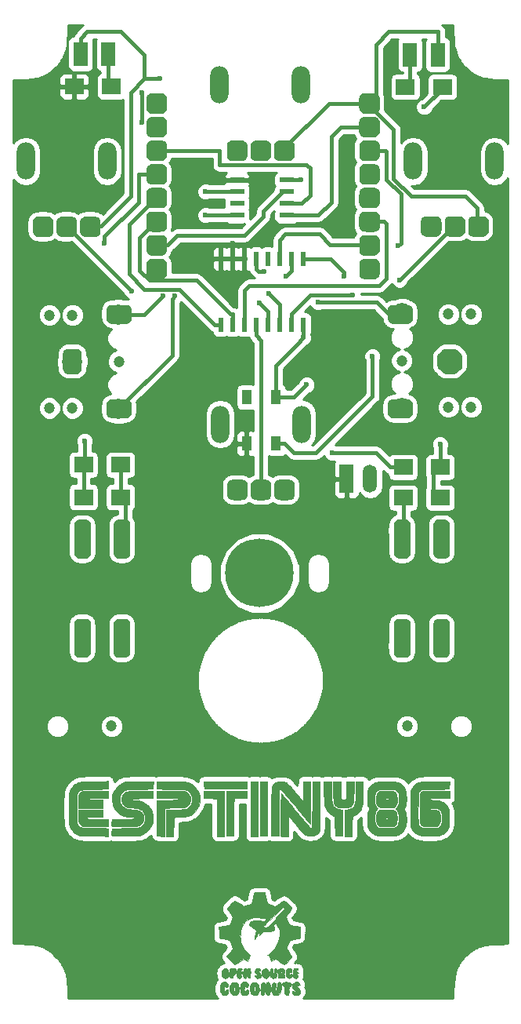
<source format=gbr>
G04 #@! TF.FileFunction,Copper,L1,Top,Signal*
%FSLAX46Y46*%
G04 Gerber Fmt 4.6, Leading zero omitted, Abs format (unit mm)*
G04 Created by KiCad (PCBNEW 4.0.7-e0-6372~58~ubuntu16.04.1) date Fri Aug 17 11:57:39 2018*
%MOMM*%
%LPD*%
G01*
G04 APERTURE LIST*
%ADD10C,0.100000*%
%ADD11C,0.010000*%
%ADD12R,1.000000X1.600000*%
%ADD13R,1.500000X2.600000*%
%ADD14R,1.510000X3.010000*%
%ADD15O,1.510000X3.010000*%
%ADD16C,2.181860*%
%ADD17C,1.200000*%
%ADD18O,2.000000X4.000000*%
%ADD19R,0.600000X1.500000*%
%ADD20R,1.550000X0.600000*%
%ADD21R,2.000000X1.700000*%
%ADD22C,7.400000*%
%ADD23C,0.600000*%
%ADD24C,0.400000*%
%ADD25C,0.300000*%
%ADD26C,0.254000*%
G04 APERTURE END LIST*
D10*
D11*
G36*
X87376817Y-143431476D02*
X87480080Y-143289616D01*
X87627456Y-143190743D01*
X87795570Y-143154400D01*
X87927723Y-143169817D01*
X88024857Y-143230399D01*
X88074818Y-143284467D01*
X88143824Y-143380590D01*
X88157079Y-143451204D01*
X88139312Y-143498525D01*
X88060468Y-143591866D01*
X87972916Y-143603025D01*
X87885443Y-143531701D01*
X87829667Y-143466379D01*
X87798979Y-143466381D01*
X87780678Y-143503456D01*
X87785276Y-143563470D01*
X87842636Y-143649759D01*
X87960124Y-143772808D01*
X87989718Y-143801082D01*
X88136622Y-143957272D01*
X88214346Y-144090552D01*
X88228327Y-144218016D01*
X88184006Y-144356759D01*
X88173359Y-144378248D01*
X88072096Y-144503411D01*
X87934156Y-144580588D01*
X87777951Y-144611706D01*
X87621896Y-144598692D01*
X87484402Y-144543472D01*
X87383884Y-144447974D01*
X87338754Y-144314124D01*
X87337900Y-144290816D01*
X87345126Y-144201824D01*
X87382704Y-144176175D01*
X87454317Y-144187963D01*
X87588778Y-144216946D01*
X87662426Y-144223146D01*
X87695909Y-144206862D01*
X87703629Y-144191566D01*
X87681713Y-144143244D01*
X87608464Y-144078021D01*
X87588768Y-144064566D01*
X87434071Y-143917171D01*
X87351383Y-143726689D01*
X87337900Y-143596769D01*
X87376817Y-143431476D01*
X87376817Y-143431476D01*
G37*
X87376817Y-143431476D02*
X87480080Y-143289616D01*
X87627456Y-143190743D01*
X87795570Y-143154400D01*
X87927723Y-143169817D01*
X88024857Y-143230399D01*
X88074818Y-143284467D01*
X88143824Y-143380590D01*
X88157079Y-143451204D01*
X88139312Y-143498525D01*
X88060468Y-143591866D01*
X87972916Y-143603025D01*
X87885443Y-143531701D01*
X87829667Y-143466379D01*
X87798979Y-143466381D01*
X87780678Y-143503456D01*
X87785276Y-143563470D01*
X87842636Y-143649759D01*
X87960124Y-143772808D01*
X87989718Y-143801082D01*
X88136622Y-143957272D01*
X88214346Y-144090552D01*
X88228327Y-144218016D01*
X88184006Y-144356759D01*
X88173359Y-144378248D01*
X88072096Y-144503411D01*
X87934156Y-144580588D01*
X87777951Y-144611706D01*
X87621896Y-144598692D01*
X87484402Y-144543472D01*
X87383884Y-144447974D01*
X87338754Y-144314124D01*
X87337900Y-144290816D01*
X87345126Y-144201824D01*
X87382704Y-144176175D01*
X87454317Y-144187963D01*
X87588778Y-144216946D01*
X87662426Y-144223146D01*
X87695909Y-144206862D01*
X87703629Y-144191566D01*
X87681713Y-144143244D01*
X87608464Y-144078021D01*
X87588768Y-144064566D01*
X87434071Y-143917171D01*
X87351383Y-143726689D01*
X87337900Y-143596769D01*
X87376817Y-143431476D01*
G36*
X79939016Y-137144198D02*
X80143830Y-137107111D01*
X80321823Y-137074015D01*
X80454415Y-137048426D01*
X80523029Y-137033855D01*
X80524298Y-137033519D01*
X80566654Y-136989193D01*
X80630385Y-136883008D01*
X80706089Y-136731983D01*
X80768280Y-136591917D01*
X80946697Y-136168065D01*
X80645615Y-135737961D01*
X80527938Y-135567759D01*
X80427877Y-135419107D01*
X80355770Y-135307637D01*
X80321957Y-135248980D01*
X80321570Y-135248012D01*
X80342361Y-135201381D01*
X80411037Y-135110036D01*
X80514474Y-134987971D01*
X80639548Y-134849179D01*
X80773135Y-134707652D01*
X80902112Y-134577385D01*
X81013356Y-134472369D01*
X81093742Y-134406599D01*
X81124952Y-134391400D01*
X81170356Y-134413682D01*
X81272142Y-134474805D01*
X81416552Y-134566187D01*
X81589829Y-134679246D01*
X81644949Y-134715817D01*
X82132055Y-135040233D01*
X82533497Y-134881346D01*
X82703980Y-134811303D01*
X82843268Y-134749251D01*
X82933455Y-134703446D01*
X82957576Y-134685830D01*
X82973687Y-134632456D01*
X83001532Y-134512766D01*
X83037400Y-134343690D01*
X83077580Y-134142157D01*
X83083639Y-134110752D01*
X83125159Y-133905817D01*
X83164643Y-133730927D01*
X83197975Y-133603023D01*
X83221039Y-133539045D01*
X83223294Y-133536072D01*
X83276942Y-133523549D01*
X83398405Y-133514711D01*
X83570884Y-133510236D01*
X83777582Y-133510802D01*
X83827629Y-133511704D01*
X84395734Y-133523566D01*
X84505261Y-134077378D01*
X84547925Y-134286147D01*
X84587280Y-134466089D01*
X84619423Y-134600222D01*
X84640452Y-134671568D01*
X84642991Y-134676824D01*
X84692314Y-134710922D01*
X84802478Y-134766050D01*
X84955078Y-134833427D01*
X85067403Y-134879274D01*
X85463612Y-135036091D01*
X85915252Y-134733073D01*
X86091386Y-134616321D01*
X86246303Y-134516264D01*
X86364295Y-134442865D01*
X86429658Y-134406085D01*
X86432845Y-134404747D01*
X86491361Y-134420232D01*
X86596361Y-134495771D01*
X86750396Y-134633407D01*
X86897183Y-134776166D01*
X87044625Y-134925636D01*
X87167406Y-135055136D01*
X87254333Y-135152481D01*
X87294216Y-135205487D01*
X87295567Y-135209882D01*
X87272477Y-135257152D01*
X87209671Y-135358161D01*
X87116845Y-135497895D01*
X87008005Y-135655218D01*
X86891696Y-135820981D01*
X86791593Y-135964763D01*
X86718842Y-136070478D01*
X86685487Y-136120560D01*
X86685975Y-136184129D01*
X86718054Y-136302153D01*
X86773068Y-136454599D01*
X86842358Y-136621433D01*
X86917268Y-136782625D01*
X86989139Y-136918139D01*
X87049315Y-137007944D01*
X87079745Y-137032856D01*
X87145967Y-137047127D01*
X87276874Y-137072531D01*
X87453769Y-137105520D01*
X87657952Y-137142552D01*
X87665984Y-137143989D01*
X88184567Y-137236708D01*
X88184567Y-137826216D01*
X88182299Y-138080452D01*
X88174976Y-138259033D01*
X88161822Y-138370864D01*
X88142058Y-138424848D01*
X88131650Y-138432397D01*
X88071358Y-138445920D01*
X87945778Y-138470565D01*
X87773024Y-138502878D01*
X87571210Y-138539404D01*
X87562703Y-138540919D01*
X87046672Y-138632767D01*
X86895314Y-138994340D01*
X86807592Y-139204015D01*
X86751595Y-139356354D01*
X86729543Y-139473379D01*
X86743656Y-139577114D01*
X86796151Y-139689580D01*
X86889249Y-139832802D01*
X86995184Y-139985376D01*
X87110059Y-140154986D01*
X87204652Y-140301857D01*
X87269580Y-140410898D01*
X87295460Y-140467018D01*
X87295567Y-140468500D01*
X87265979Y-140514087D01*
X87184955Y-140604089D01*
X87064109Y-140726409D01*
X86915052Y-140868952D01*
X86879161Y-140902254D01*
X86462755Y-141286491D01*
X86021911Y-140992855D01*
X85849181Y-140880643D01*
X85698777Y-140788206D01*
X85586176Y-140724695D01*
X85526856Y-140699261D01*
X85525105Y-140699143D01*
X85458367Y-140719331D01*
X85350048Y-140770928D01*
X85281032Y-140809307D01*
X85092920Y-140919548D01*
X84968906Y-140646040D01*
X84881997Y-140449732D01*
X84831170Y-140312870D01*
X84816104Y-140218461D01*
X84836477Y-140149510D01*
X84891970Y-140089023D01*
X84957433Y-140038257D01*
X85207809Y-139813650D01*
X85445387Y-139526886D01*
X85655761Y-139200457D01*
X85824522Y-138856858D01*
X85937264Y-138518583D01*
X85941112Y-138502473D01*
X85984563Y-138226121D01*
X85994351Y-137934970D01*
X85971362Y-137659184D01*
X85916481Y-137428929D01*
X85909008Y-137408887D01*
X85847079Y-137276274D01*
X85764783Y-137134071D01*
X85675852Y-137002224D01*
X85594019Y-136900679D01*
X85533015Y-136849381D01*
X85521971Y-136846733D01*
X85478959Y-136877540D01*
X85412577Y-136953446D01*
X85399083Y-136971269D01*
X85340864Y-137059298D01*
X85332205Y-137123123D01*
X85369308Y-137204280D01*
X85376603Y-137217065D01*
X85425033Y-137370525D01*
X85392495Y-137508627D01*
X85282632Y-137619073D01*
X85252370Y-137636413D01*
X85136016Y-137676777D01*
X84959045Y-137705302D01*
X84710740Y-137723585D01*
X84649734Y-137726226D01*
X84504636Y-137731915D01*
X84504636Y-137303996D01*
X84552630Y-137297105D01*
X84601777Y-137280019D01*
X84659015Y-137246371D01*
X84731280Y-137189790D01*
X84825510Y-137103906D01*
X84948643Y-136982351D01*
X85107614Y-136818754D01*
X85309362Y-136606746D01*
X85560823Y-136339958D01*
X85600203Y-136298073D01*
X86533775Y-135304913D01*
X86417254Y-135211583D01*
X86300734Y-135118253D01*
X85475234Y-135926562D01*
X85243882Y-136153006D01*
X85020067Y-136371908D01*
X84814629Y-136572677D01*
X84638406Y-136744726D01*
X84502241Y-136877463D01*
X84423934Y-136953562D01*
X84309755Y-137066728D01*
X84248916Y-137138770D01*
X84232715Y-137186180D01*
X84252448Y-137225445D01*
X84270387Y-137244506D01*
X84380703Y-137299393D01*
X84504636Y-137303996D01*
X84504636Y-137731915D01*
X84184067Y-137744487D01*
X83977537Y-137941193D01*
X83771007Y-138137900D01*
X83795574Y-138005255D01*
X83823084Y-137869813D01*
X83847943Y-137761839D01*
X83862034Y-137671943D01*
X83840052Y-137658468D01*
X83782108Y-137721289D01*
X83688312Y-137860280D01*
X83558775Y-138075317D01*
X83533419Y-138119059D01*
X83431327Y-138293405D01*
X83344886Y-138436132D01*
X83282387Y-138533911D01*
X83252120Y-138573409D01*
X83250861Y-138573472D01*
X83254181Y-138529547D01*
X83272987Y-138420120D01*
X83304111Y-138262272D01*
X83339534Y-138095230D01*
X83380438Y-137904201D01*
X83413668Y-137742077D01*
X83435458Y-137627683D01*
X83442175Y-137581951D01*
X83407579Y-137539526D01*
X83316548Y-137477432D01*
X83209804Y-137419796D01*
X83051313Y-137330213D01*
X82898718Y-137224707D01*
X82825908Y-137163682D01*
X82712202Y-137019340D01*
X82680759Y-136882150D01*
X82731316Y-136757522D01*
X82850567Y-136658292D01*
X82934182Y-136617466D01*
X83030612Y-136591522D01*
X83160881Y-136577384D01*
X83346013Y-136571975D01*
X83443234Y-136571566D01*
X83656158Y-136574643D01*
X83862598Y-136582905D01*
X84032023Y-136594904D01*
X84099400Y-136602722D01*
X84227975Y-136617670D01*
X84305894Y-136607113D01*
X84365798Y-136560713D01*
X84412875Y-136503441D01*
X84466471Y-136425548D01*
X84477592Y-136370010D01*
X84436522Y-136328852D01*
X84333547Y-136294104D01*
X84158952Y-136257791D01*
X84100503Y-136247088D01*
X83628806Y-136192201D01*
X83205469Y-136205919D01*
X82831924Y-136287167D01*
X82509600Y-136434868D01*
X82239928Y-136647947D01*
X82024339Y-136925329D01*
X81864262Y-137265937D01*
X81761129Y-137668697D01*
X81720487Y-138036667D01*
X81711636Y-138288160D01*
X81718539Y-138488663D01*
X81743359Y-138670756D01*
X81771086Y-138798667D01*
X81903679Y-139209679D01*
X82089113Y-139574524D01*
X82320808Y-139882499D01*
X82579412Y-140113827D01*
X82675461Y-140186416D01*
X82730471Y-140248997D01*
X82745838Y-140320930D01*
X82722961Y-140421576D01*
X82663235Y-140570296D01*
X82619531Y-140669774D01*
X82513112Y-140910407D01*
X82282308Y-140797211D01*
X82051505Y-140684014D01*
X81580468Y-140995465D01*
X81109432Y-141306916D01*
X80267232Y-140464716D01*
X80585233Y-140008251D01*
X80703483Y-139836390D01*
X80801820Y-139689430D01*
X80871171Y-139581233D01*
X80902463Y-139525659D01*
X80903358Y-139522176D01*
X80888229Y-139473205D01*
X80847144Y-139363328D01*
X80786720Y-139209793D01*
X80726957Y-139062376D01*
X80550432Y-138632186D01*
X80144750Y-138560612D01*
X79950188Y-138525965D01*
X79770392Y-138493383D01*
X79633109Y-138467918D01*
X79590900Y-138459793D01*
X79442734Y-138430546D01*
X79431016Y-137833836D01*
X79419299Y-137237126D01*
X79939016Y-137144198D01*
X79939016Y-137144198D01*
G37*
X79939016Y-137144198D02*
X80143830Y-137107111D01*
X80321823Y-137074015D01*
X80454415Y-137048426D01*
X80523029Y-137033855D01*
X80524298Y-137033519D01*
X80566654Y-136989193D01*
X80630385Y-136883008D01*
X80706089Y-136731983D01*
X80768280Y-136591917D01*
X80946697Y-136168065D01*
X80645615Y-135737961D01*
X80527938Y-135567759D01*
X80427877Y-135419107D01*
X80355770Y-135307637D01*
X80321957Y-135248980D01*
X80321570Y-135248012D01*
X80342361Y-135201381D01*
X80411037Y-135110036D01*
X80514474Y-134987971D01*
X80639548Y-134849179D01*
X80773135Y-134707652D01*
X80902112Y-134577385D01*
X81013356Y-134472369D01*
X81093742Y-134406599D01*
X81124952Y-134391400D01*
X81170356Y-134413682D01*
X81272142Y-134474805D01*
X81416552Y-134566187D01*
X81589829Y-134679246D01*
X81644949Y-134715817D01*
X82132055Y-135040233D01*
X82533497Y-134881346D01*
X82703980Y-134811303D01*
X82843268Y-134749251D01*
X82933455Y-134703446D01*
X82957576Y-134685830D01*
X82973687Y-134632456D01*
X83001532Y-134512766D01*
X83037400Y-134343690D01*
X83077580Y-134142157D01*
X83083639Y-134110752D01*
X83125159Y-133905817D01*
X83164643Y-133730927D01*
X83197975Y-133603023D01*
X83221039Y-133539045D01*
X83223294Y-133536072D01*
X83276942Y-133523549D01*
X83398405Y-133514711D01*
X83570884Y-133510236D01*
X83777582Y-133510802D01*
X83827629Y-133511704D01*
X84395734Y-133523566D01*
X84505261Y-134077378D01*
X84547925Y-134286147D01*
X84587280Y-134466089D01*
X84619423Y-134600222D01*
X84640452Y-134671568D01*
X84642991Y-134676824D01*
X84692314Y-134710922D01*
X84802478Y-134766050D01*
X84955078Y-134833427D01*
X85067403Y-134879274D01*
X85463612Y-135036091D01*
X85915252Y-134733073D01*
X86091386Y-134616321D01*
X86246303Y-134516264D01*
X86364295Y-134442865D01*
X86429658Y-134406085D01*
X86432845Y-134404747D01*
X86491361Y-134420232D01*
X86596361Y-134495771D01*
X86750396Y-134633407D01*
X86897183Y-134776166D01*
X87044625Y-134925636D01*
X87167406Y-135055136D01*
X87254333Y-135152481D01*
X87294216Y-135205487D01*
X87295567Y-135209882D01*
X87272477Y-135257152D01*
X87209671Y-135358161D01*
X87116845Y-135497895D01*
X87008005Y-135655218D01*
X86891696Y-135820981D01*
X86791593Y-135964763D01*
X86718842Y-136070478D01*
X86685487Y-136120560D01*
X86685975Y-136184129D01*
X86718054Y-136302153D01*
X86773068Y-136454599D01*
X86842358Y-136621433D01*
X86917268Y-136782625D01*
X86989139Y-136918139D01*
X87049315Y-137007944D01*
X87079745Y-137032856D01*
X87145967Y-137047127D01*
X87276874Y-137072531D01*
X87453769Y-137105520D01*
X87657952Y-137142552D01*
X87665984Y-137143989D01*
X88184567Y-137236708D01*
X88184567Y-137826216D01*
X88182299Y-138080452D01*
X88174976Y-138259033D01*
X88161822Y-138370864D01*
X88142058Y-138424848D01*
X88131650Y-138432397D01*
X88071358Y-138445920D01*
X87945778Y-138470565D01*
X87773024Y-138502878D01*
X87571210Y-138539404D01*
X87562703Y-138540919D01*
X87046672Y-138632767D01*
X86895314Y-138994340D01*
X86807592Y-139204015D01*
X86751595Y-139356354D01*
X86729543Y-139473379D01*
X86743656Y-139577114D01*
X86796151Y-139689580D01*
X86889249Y-139832802D01*
X86995184Y-139985376D01*
X87110059Y-140154986D01*
X87204652Y-140301857D01*
X87269580Y-140410898D01*
X87295460Y-140467018D01*
X87295567Y-140468500D01*
X87265979Y-140514087D01*
X87184955Y-140604089D01*
X87064109Y-140726409D01*
X86915052Y-140868952D01*
X86879161Y-140902254D01*
X86462755Y-141286491D01*
X86021911Y-140992855D01*
X85849181Y-140880643D01*
X85698777Y-140788206D01*
X85586176Y-140724695D01*
X85526856Y-140699261D01*
X85525105Y-140699143D01*
X85458367Y-140719331D01*
X85350048Y-140770928D01*
X85281032Y-140809307D01*
X85092920Y-140919548D01*
X84968906Y-140646040D01*
X84881997Y-140449732D01*
X84831170Y-140312870D01*
X84816104Y-140218461D01*
X84836477Y-140149510D01*
X84891970Y-140089023D01*
X84957433Y-140038257D01*
X85207809Y-139813650D01*
X85445387Y-139526886D01*
X85655761Y-139200457D01*
X85824522Y-138856858D01*
X85937264Y-138518583D01*
X85941112Y-138502473D01*
X85984563Y-138226121D01*
X85994351Y-137934970D01*
X85971362Y-137659184D01*
X85916481Y-137428929D01*
X85909008Y-137408887D01*
X85847079Y-137276274D01*
X85764783Y-137134071D01*
X85675852Y-137002224D01*
X85594019Y-136900679D01*
X85533015Y-136849381D01*
X85521971Y-136846733D01*
X85478959Y-136877540D01*
X85412577Y-136953446D01*
X85399083Y-136971269D01*
X85340864Y-137059298D01*
X85332205Y-137123123D01*
X85369308Y-137204280D01*
X85376603Y-137217065D01*
X85425033Y-137370525D01*
X85392495Y-137508627D01*
X85282632Y-137619073D01*
X85252370Y-137636413D01*
X85136016Y-137676777D01*
X84959045Y-137705302D01*
X84710740Y-137723585D01*
X84649734Y-137726226D01*
X84504636Y-137731915D01*
X84504636Y-137303996D01*
X84552630Y-137297105D01*
X84601777Y-137280019D01*
X84659015Y-137246371D01*
X84731280Y-137189790D01*
X84825510Y-137103906D01*
X84948643Y-136982351D01*
X85107614Y-136818754D01*
X85309362Y-136606746D01*
X85560823Y-136339958D01*
X85600203Y-136298073D01*
X86533775Y-135304913D01*
X86417254Y-135211583D01*
X86300734Y-135118253D01*
X85475234Y-135926562D01*
X85243882Y-136153006D01*
X85020067Y-136371908D01*
X84814629Y-136572677D01*
X84638406Y-136744726D01*
X84502241Y-136877463D01*
X84423934Y-136953562D01*
X84309755Y-137066728D01*
X84248916Y-137138770D01*
X84232715Y-137186180D01*
X84252448Y-137225445D01*
X84270387Y-137244506D01*
X84380703Y-137299393D01*
X84504636Y-137303996D01*
X84504636Y-137731915D01*
X84184067Y-137744487D01*
X83977537Y-137941193D01*
X83771007Y-138137900D01*
X83795574Y-138005255D01*
X83823084Y-137869813D01*
X83847943Y-137761839D01*
X83862034Y-137671943D01*
X83840052Y-137658468D01*
X83782108Y-137721289D01*
X83688312Y-137860280D01*
X83558775Y-138075317D01*
X83533419Y-138119059D01*
X83431327Y-138293405D01*
X83344886Y-138436132D01*
X83282387Y-138533911D01*
X83252120Y-138573409D01*
X83250861Y-138573472D01*
X83254181Y-138529547D01*
X83272987Y-138420120D01*
X83304111Y-138262272D01*
X83339534Y-138095230D01*
X83380438Y-137904201D01*
X83413668Y-137742077D01*
X83435458Y-137627683D01*
X83442175Y-137581951D01*
X83407579Y-137539526D01*
X83316548Y-137477432D01*
X83209804Y-137419796D01*
X83051313Y-137330213D01*
X82898718Y-137224707D01*
X82825908Y-137163682D01*
X82712202Y-137019340D01*
X82680759Y-136882150D01*
X82731316Y-136757522D01*
X82850567Y-136658292D01*
X82934182Y-136617466D01*
X83030612Y-136591522D01*
X83160881Y-136577384D01*
X83346013Y-136571975D01*
X83443234Y-136571566D01*
X83656158Y-136574643D01*
X83862598Y-136582905D01*
X84032023Y-136594904D01*
X84099400Y-136602722D01*
X84227975Y-136617670D01*
X84305894Y-136607113D01*
X84365798Y-136560713D01*
X84412875Y-136503441D01*
X84466471Y-136425548D01*
X84477592Y-136370010D01*
X84436522Y-136328852D01*
X84333547Y-136294104D01*
X84158952Y-136257791D01*
X84100503Y-136247088D01*
X83628806Y-136192201D01*
X83205469Y-136205919D01*
X82831924Y-136287167D01*
X82509600Y-136434868D01*
X82239928Y-136647947D01*
X82024339Y-136925329D01*
X81864262Y-137265937D01*
X81761129Y-137668697D01*
X81720487Y-138036667D01*
X81711636Y-138288160D01*
X81718539Y-138488663D01*
X81743359Y-138670756D01*
X81771086Y-138798667D01*
X81903679Y-139209679D01*
X82089113Y-139574524D01*
X82320808Y-139882499D01*
X82579412Y-140113827D01*
X82675461Y-140186416D01*
X82730471Y-140248997D01*
X82745838Y-140320930D01*
X82722961Y-140421576D01*
X82663235Y-140570296D01*
X82619531Y-140669774D01*
X82513112Y-140910407D01*
X82282308Y-140797211D01*
X82051505Y-140684014D01*
X81580468Y-140995465D01*
X81109432Y-141306916D01*
X80267232Y-140464716D01*
X80585233Y-140008251D01*
X80703483Y-139836390D01*
X80801820Y-139689430D01*
X80871171Y-139581233D01*
X80902463Y-139525659D01*
X80903358Y-139522176D01*
X80888229Y-139473205D01*
X80847144Y-139363328D01*
X80786720Y-139209793D01*
X80726957Y-139062376D01*
X80550432Y-138632186D01*
X80144750Y-138560612D01*
X79950188Y-138525965D01*
X79770392Y-138493383D01*
X79633109Y-138467918D01*
X79590900Y-138459793D01*
X79442734Y-138430546D01*
X79431016Y-137833836D01*
X79419299Y-137237126D01*
X79939016Y-137144198D01*
G36*
X87428903Y-142183749D02*
X87439986Y-142009969D01*
X87457032Y-141867756D01*
X87477087Y-141778884D01*
X87486067Y-141762326D01*
X87550466Y-141735632D01*
X87666962Y-141714223D01*
X87740067Y-141707341D01*
X87866220Y-141703161D01*
X87929323Y-141716247D01*
X87950378Y-141753665D01*
X87951734Y-141778566D01*
X87916142Y-141860473D01*
X87856484Y-141905022D01*
X87775263Y-141963222D01*
X87774216Y-142019597D01*
X87851119Y-142057439D01*
X87877288Y-142061505D01*
X87974646Y-142099914D01*
X88007527Y-142171650D01*
X87966149Y-142255216D01*
X87965669Y-142255698D01*
X87890589Y-142301595D01*
X87858600Y-142307733D01*
X87808884Y-142332651D01*
X87811552Y-142386029D01*
X87859782Y-142435804D01*
X87888234Y-142446999D01*
X87957345Y-142493195D01*
X87965752Y-142565933D01*
X87924907Y-142647470D01*
X87846265Y-142720061D01*
X87741280Y-142765960D01*
X87677543Y-142773400D01*
X87565875Y-142753386D01*
X87489511Y-142686995D01*
X87444435Y-142564700D01*
X87426630Y-142376977D01*
X87428903Y-142183749D01*
X87428903Y-142183749D01*
G37*
X87428903Y-142183749D02*
X87439986Y-142009969D01*
X87457032Y-141867756D01*
X87477087Y-141778884D01*
X87486067Y-141762326D01*
X87550466Y-141735632D01*
X87666962Y-141714223D01*
X87740067Y-141707341D01*
X87866220Y-141703161D01*
X87929323Y-141716247D01*
X87950378Y-141753665D01*
X87951734Y-141778566D01*
X87916142Y-141860473D01*
X87856484Y-141905022D01*
X87775263Y-141963222D01*
X87774216Y-142019597D01*
X87851119Y-142057439D01*
X87877288Y-142061505D01*
X87974646Y-142099914D01*
X88007527Y-142171650D01*
X87966149Y-142255216D01*
X87965669Y-142255698D01*
X87890589Y-142301595D01*
X87858600Y-142307733D01*
X87808884Y-142332651D01*
X87811552Y-142386029D01*
X87859782Y-142435804D01*
X87888234Y-142446999D01*
X87957345Y-142493195D01*
X87965752Y-142565933D01*
X87924907Y-142647470D01*
X87846265Y-142720061D01*
X87741280Y-142765960D01*
X87677543Y-142773400D01*
X87565875Y-142753386D01*
X87489511Y-142686995D01*
X87444435Y-142564700D01*
X87426630Y-142376977D01*
X87428903Y-142183749D01*
G36*
X86656984Y-142121159D02*
X86697100Y-141909087D01*
X86776782Y-141766397D01*
X86897816Y-141689463D01*
X87015880Y-141672733D01*
X87132517Y-141704904D01*
X87225142Y-141786022D01*
X87281543Y-141892994D01*
X87289504Y-142002726D01*
X87237433Y-142091613D01*
X87159636Y-142118412D01*
X87081131Y-142099112D01*
X87041262Y-142044323D01*
X87040919Y-142038621D01*
X87031087Y-142005484D01*
X87009235Y-142032812D01*
X86983993Y-142098957D01*
X86963989Y-142182272D01*
X86957548Y-142247761D01*
X86967462Y-142365220D01*
X87005317Y-142407507D01*
X87080936Y-142382159D01*
X87109592Y-142364375D01*
X87217987Y-142322518D01*
X87295501Y-142344765D01*
X87335154Y-142413995D01*
X87329968Y-142513089D01*
X87272961Y-142624928D01*
X87233991Y-142669491D01*
X87129465Y-142742294D01*
X87021395Y-142773378D01*
X87019068Y-142773400D01*
X86899681Y-142737132D01*
X86781964Y-142645612D01*
X86691646Y-142524763D01*
X86654650Y-142406240D01*
X86656984Y-142121159D01*
X86656984Y-142121159D01*
G37*
X86656984Y-142121159D02*
X86697100Y-141909087D01*
X86776782Y-141766397D01*
X86897816Y-141689463D01*
X87015880Y-141672733D01*
X87132517Y-141704904D01*
X87225142Y-141786022D01*
X87281543Y-141892994D01*
X87289504Y-142002726D01*
X87237433Y-142091613D01*
X87159636Y-142118412D01*
X87081131Y-142099112D01*
X87041262Y-142044323D01*
X87040919Y-142038621D01*
X87031087Y-142005484D01*
X87009235Y-142032812D01*
X86983993Y-142098957D01*
X86963989Y-142182272D01*
X86957548Y-142247761D01*
X86967462Y-142365220D01*
X87005317Y-142407507D01*
X87080936Y-142382159D01*
X87109592Y-142364375D01*
X87217987Y-142322518D01*
X87295501Y-142344765D01*
X87335154Y-142413995D01*
X87329968Y-142513089D01*
X87272961Y-142624928D01*
X87233991Y-142669491D01*
X87129465Y-142742294D01*
X87021395Y-142773378D01*
X87019068Y-142773400D01*
X86899681Y-142737132D01*
X86781964Y-142645612D01*
X86691646Y-142524763D01*
X86654650Y-142406240D01*
X86656984Y-142121159D01*
G36*
X86263990Y-143331704D02*
X86329927Y-143268042D01*
X86495444Y-143202986D01*
X86695651Y-143179156D01*
X86900629Y-143195020D01*
X87080457Y-143249045D01*
X87178466Y-143311525D01*
X87241082Y-143410760D01*
X87244952Y-143519779D01*
X87190833Y-143605982D01*
X87171350Y-143618577D01*
X87074155Y-143654902D01*
X87023181Y-143662400D01*
X86992151Y-143674438D01*
X86973000Y-143720344D01*
X86963535Y-143814804D01*
X86961562Y-143972504D01*
X86962538Y-144068334D01*
X86963013Y-144263472D01*
X86955912Y-144393223D01*
X86938214Y-144476747D01*
X86906896Y-144533201D01*
X86885448Y-144557000D01*
X86804716Y-144613401D01*
X86714342Y-144605601D01*
X86691883Y-144597592D01*
X86592214Y-144540934D01*
X86530127Y-144452401D01*
X86500806Y-144317202D01*
X86499431Y-144120550D01*
X86505351Y-144025046D01*
X86530765Y-143683566D01*
X86394583Y-143620066D01*
X86284846Y-143537166D01*
X86240018Y-143433983D01*
X86263990Y-143331704D01*
X86263990Y-143331704D01*
G37*
X86263990Y-143331704D02*
X86329927Y-143268042D01*
X86495444Y-143202986D01*
X86695651Y-143179156D01*
X86900629Y-143195020D01*
X87080457Y-143249045D01*
X87178466Y-143311525D01*
X87241082Y-143410760D01*
X87244952Y-143519779D01*
X87190833Y-143605982D01*
X87171350Y-143618577D01*
X87074155Y-143654902D01*
X87023181Y-143662400D01*
X86992151Y-143674438D01*
X86973000Y-143720344D01*
X86963535Y-143814804D01*
X86961562Y-143972504D01*
X86962538Y-144068334D01*
X86963013Y-144263472D01*
X86955912Y-144393223D01*
X86938214Y-144476747D01*
X86906896Y-144533201D01*
X86885448Y-144557000D01*
X86804716Y-144613401D01*
X86714342Y-144605601D01*
X86691883Y-144597592D01*
X86592214Y-144540934D01*
X86530127Y-144452401D01*
X86500806Y-144317202D01*
X86499431Y-144120550D01*
X86505351Y-144025046D01*
X86530765Y-143683566D01*
X86394583Y-143620066D01*
X86284846Y-143537166D01*
X86240018Y-143433983D01*
X86263990Y-143331704D01*
G36*
X85814548Y-142296343D02*
X85817801Y-142109575D01*
X85826050Y-141952595D01*
X85837909Y-141845964D01*
X85847160Y-141812965D01*
X85920893Y-141753869D01*
X86043242Y-141703377D01*
X86178299Y-141674967D01*
X86220747Y-141672733D01*
X86351298Y-141710233D01*
X86453384Y-141807390D01*
X86516819Y-141941193D01*
X86531419Y-142088631D01*
X86487000Y-142226691D01*
X86474297Y-142245608D01*
X86436614Y-142319831D01*
X86459951Y-142389908D01*
X86474297Y-142411285D01*
X86526927Y-142534841D01*
X86519403Y-142649574D01*
X86453615Y-142728529D01*
X86451967Y-142729425D01*
X86339620Y-142753435D01*
X86248951Y-142708677D01*
X86219020Y-142659998D01*
X86192227Y-142625259D01*
X86148658Y-142653921D01*
X86146161Y-142656836D01*
X86146161Y-142200907D01*
X86175143Y-142179563D01*
X86223539Y-142104995D01*
X86197644Y-142040767D01*
X86160504Y-142021101D01*
X86122249Y-142043534D01*
X86110234Y-142118889D01*
X86116915Y-142195554D01*
X86146161Y-142200907D01*
X86146161Y-142656836D01*
X86117056Y-142690820D01*
X86035557Y-142759000D01*
X85936379Y-142760085D01*
X85926876Y-142757809D01*
X85813900Y-142729453D01*
X85814548Y-142296343D01*
X85814548Y-142296343D01*
G37*
X85814548Y-142296343D02*
X85817801Y-142109575D01*
X85826050Y-141952595D01*
X85837909Y-141845964D01*
X85847160Y-141812965D01*
X85920893Y-141753869D01*
X86043242Y-141703377D01*
X86178299Y-141674967D01*
X86220747Y-141672733D01*
X86351298Y-141710233D01*
X86453384Y-141807390D01*
X86516819Y-141941193D01*
X86531419Y-142088631D01*
X86487000Y-142226691D01*
X86474297Y-142245608D01*
X86436614Y-142319831D01*
X86459951Y-142389908D01*
X86474297Y-142411285D01*
X86526927Y-142534841D01*
X86519403Y-142649574D01*
X86453615Y-142728529D01*
X86451967Y-142729425D01*
X86339620Y-142753435D01*
X86248951Y-142708677D01*
X86219020Y-142659998D01*
X86192227Y-142625259D01*
X86148658Y-142653921D01*
X86146161Y-142656836D01*
X86146161Y-142200907D01*
X86175143Y-142179563D01*
X86223539Y-142104995D01*
X86197644Y-142040767D01*
X86160504Y-142021101D01*
X86122249Y-142043534D01*
X86110234Y-142118889D01*
X86116915Y-142195554D01*
X86146161Y-142200907D01*
X86146161Y-142656836D01*
X86117056Y-142690820D01*
X86035557Y-142759000D01*
X85936379Y-142760085D01*
X85926876Y-142757809D01*
X85813900Y-142729453D01*
X85814548Y-142296343D01*
G36*
X85107750Y-143625280D02*
X85148867Y-143414544D01*
X85218434Y-143278581D01*
X85307011Y-143217547D01*
X85409294Y-143218922D01*
X85486867Y-143274219D01*
X85531150Y-143325755D01*
X85551926Y-143382626D01*
X85551532Y-143468669D01*
X85532305Y-143607718D01*
X85524344Y-143656499D01*
X85498103Y-143863983D01*
X85501486Y-143998499D01*
X85535664Y-144066821D01*
X85596977Y-144076730D01*
X85632796Y-144052118D01*
X85659666Y-143984628D01*
X85681338Y-143859924D01*
X85699774Y-143683871D01*
X85728863Y-143450483D01*
X85767006Y-143294144D01*
X85801585Y-143229286D01*
X85872422Y-143167892D01*
X85937147Y-143167558D01*
X86020970Y-143231244D01*
X86048658Y-143258309D01*
X86109867Y-143333729D01*
X86140207Y-143421481D01*
X86148481Y-143552543D01*
X86147929Y-143607559D01*
X86138934Y-143780830D01*
X86121134Y-143950823D01*
X86108935Y-144026182D01*
X86038575Y-144287275D01*
X85943982Y-144470780D01*
X85820581Y-144581466D01*
X85663795Y-144624098D01*
X85541238Y-144617488D01*
X85382349Y-144572062D01*
X85255331Y-144476213D01*
X85223661Y-144441864D01*
X85161865Y-144366660D01*
X85123698Y-144297594D01*
X85103487Y-144211506D01*
X85095558Y-144085239D01*
X85094234Y-143913567D01*
X85107750Y-143625280D01*
X85107750Y-143625280D01*
G37*
X85107750Y-143625280D02*
X85148867Y-143414544D01*
X85218434Y-143278581D01*
X85307011Y-143217547D01*
X85409294Y-143218922D01*
X85486867Y-143274219D01*
X85531150Y-143325755D01*
X85551926Y-143382626D01*
X85551532Y-143468669D01*
X85532305Y-143607718D01*
X85524344Y-143656499D01*
X85498103Y-143863983D01*
X85501486Y-143998499D01*
X85535664Y-144066821D01*
X85596977Y-144076730D01*
X85632796Y-144052118D01*
X85659666Y-143984628D01*
X85681338Y-143859924D01*
X85699774Y-143683871D01*
X85728863Y-143450483D01*
X85767006Y-143294144D01*
X85801585Y-143229286D01*
X85872422Y-143167892D01*
X85937147Y-143167558D01*
X86020970Y-143231244D01*
X86048658Y-143258309D01*
X86109867Y-143333729D01*
X86140207Y-143421481D01*
X86148481Y-143552543D01*
X86147929Y-143607559D01*
X86138934Y-143780830D01*
X86121134Y-143950823D01*
X86108935Y-144026182D01*
X86038575Y-144287275D01*
X85943982Y-144470780D01*
X85820581Y-144581466D01*
X85663795Y-144624098D01*
X85541238Y-144617488D01*
X85382349Y-144572062D01*
X85255331Y-144476213D01*
X85223661Y-144441864D01*
X85161865Y-144366660D01*
X85123698Y-144297594D01*
X85103487Y-144211506D01*
X85095558Y-144085239D01*
X85094234Y-143913567D01*
X85107750Y-143625280D01*
G36*
X84929321Y-142044312D02*
X84945419Y-141920679D01*
X84977448Y-141836179D01*
X85006915Y-141793840D01*
X85075679Y-141727671D01*
X85135696Y-141725953D01*
X85165665Y-141741911D01*
X85207799Y-141782981D01*
X85228742Y-141852933D01*
X85232781Y-141973538D01*
X85229504Y-142066067D01*
X85230394Y-142231053D01*
X85248380Y-142337589D01*
X85279570Y-142378453D01*
X85320070Y-142346425D01*
X85348313Y-142286358D01*
X85375744Y-142170926D01*
X85389999Y-142026421D01*
X85390567Y-141995568D01*
X85408703Y-141832533D01*
X85458798Y-141726982D01*
X85534384Y-141689385D01*
X85574843Y-141697369D01*
X85648359Y-141761370D01*
X85705108Y-141868321D01*
X85723494Y-141976647D01*
X85722891Y-141982406D01*
X85713537Y-142058715D01*
X85701431Y-142159566D01*
X85667166Y-142350615D01*
X85615426Y-142527197D01*
X85555389Y-142660743D01*
X85527997Y-142699316D01*
X85421414Y-142761881D01*
X85279652Y-142774540D01*
X85134498Y-142739191D01*
X85028809Y-142669491D01*
X84975829Y-142607549D01*
X84944584Y-142537417D01*
X84929504Y-142435514D01*
X84925019Y-142278262D01*
X84924900Y-142229681D01*
X84929321Y-142044312D01*
X84929321Y-142044312D01*
G37*
X84929321Y-142044312D02*
X84945419Y-141920679D01*
X84977448Y-141836179D01*
X85006915Y-141793840D01*
X85075679Y-141727671D01*
X85135696Y-141725953D01*
X85165665Y-141741911D01*
X85207799Y-141782981D01*
X85228742Y-141852933D01*
X85232781Y-141973538D01*
X85229504Y-142066067D01*
X85230394Y-142231053D01*
X85248380Y-142337589D01*
X85279570Y-142378453D01*
X85320070Y-142346425D01*
X85348313Y-142286358D01*
X85375744Y-142170926D01*
X85389999Y-142026421D01*
X85390567Y-141995568D01*
X85408703Y-141832533D01*
X85458798Y-141726982D01*
X85534384Y-141689385D01*
X85574843Y-141697369D01*
X85648359Y-141761370D01*
X85705108Y-141868321D01*
X85723494Y-141976647D01*
X85722891Y-141982406D01*
X85713537Y-142058715D01*
X85701431Y-142159566D01*
X85667166Y-142350615D01*
X85615426Y-142527197D01*
X85555389Y-142660743D01*
X85527997Y-142699316D01*
X85421414Y-142761881D01*
X85279652Y-142774540D01*
X85134498Y-142739191D01*
X85028809Y-142669491D01*
X84975829Y-142607549D01*
X84944584Y-142537417D01*
X84929504Y-142435514D01*
X84925019Y-142278262D01*
X84924900Y-142229681D01*
X84929321Y-142044312D01*
G36*
X83915796Y-143893278D02*
X83922852Y-143681530D01*
X83931986Y-143537072D01*
X83946987Y-143442545D01*
X83971643Y-143380590D01*
X84009741Y-143333846D01*
X84044760Y-143302321D01*
X84163693Y-143231537D01*
X84267604Y-143240811D01*
X84361942Y-143331927D01*
X84414591Y-143423325D01*
X84501500Y-143598900D01*
X84501533Y-143441126D01*
X84518661Y-143314524D01*
X84580465Y-143233085D01*
X84604561Y-143215867D01*
X84722576Y-143178559D01*
X84829938Y-143210913D01*
X84895101Y-143295337D01*
X84914612Y-143389495D01*
X84929644Y-143543163D01*
X84939469Y-143731269D01*
X84943361Y-143928739D01*
X84940589Y-144110500D01*
X84930427Y-144251480D01*
X84924027Y-144291331D01*
X84875094Y-144459760D01*
X84809501Y-144554730D01*
X84718012Y-144587125D01*
X84674524Y-144585290D01*
X84600244Y-144558959D01*
X84533127Y-144487821D01*
X84522734Y-144469537D01*
X84522734Y-143662400D01*
X84543900Y-143641233D01*
X84522734Y-143620066D01*
X84501567Y-143641233D01*
X84522734Y-143662400D01*
X84522734Y-144469537D01*
X84457447Y-144354676D01*
X84450009Y-144339733D01*
X84334951Y-144106900D01*
X84333592Y-144268433D01*
X84310629Y-144449993D01*
X84245531Y-144558525D01*
X84141220Y-144593733D01*
X84047790Y-144576553D01*
X83981444Y-144518491D01*
X83939035Y-144409767D01*
X83917416Y-144240601D01*
X83913438Y-144001212D01*
X83915796Y-143893278D01*
X83915796Y-143893278D01*
G37*
X83915796Y-143893278D02*
X83922852Y-143681530D01*
X83931986Y-143537072D01*
X83946987Y-143442545D01*
X83971643Y-143380590D01*
X84009741Y-143333846D01*
X84044760Y-143302321D01*
X84163693Y-143231537D01*
X84267604Y-143240811D01*
X84361942Y-143331927D01*
X84414591Y-143423325D01*
X84501500Y-143598900D01*
X84501533Y-143441126D01*
X84518661Y-143314524D01*
X84580465Y-143233085D01*
X84604561Y-143215867D01*
X84722576Y-143178559D01*
X84829938Y-143210913D01*
X84895101Y-143295337D01*
X84914612Y-143389495D01*
X84929644Y-143543163D01*
X84939469Y-143731269D01*
X84943361Y-143928739D01*
X84940589Y-144110500D01*
X84930427Y-144251480D01*
X84924027Y-144291331D01*
X84875094Y-144459760D01*
X84809501Y-144554730D01*
X84718012Y-144587125D01*
X84674524Y-144585290D01*
X84600244Y-144558959D01*
X84533127Y-144487821D01*
X84522734Y-144469537D01*
X84522734Y-143662400D01*
X84543900Y-143641233D01*
X84522734Y-143620066D01*
X84501567Y-143641233D01*
X84522734Y-143662400D01*
X84522734Y-144469537D01*
X84457447Y-144354676D01*
X84450009Y-144339733D01*
X84334951Y-144106900D01*
X84333592Y-144268433D01*
X84310629Y-144449993D01*
X84245531Y-144558525D01*
X84141220Y-144593733D01*
X84047790Y-144576553D01*
X83981444Y-144518491D01*
X83939035Y-144409767D01*
X83917416Y-144240601D01*
X83913438Y-144001212D01*
X83915796Y-143893278D01*
G36*
X84079119Y-142014963D02*
X84146155Y-141849438D01*
X84259492Y-141752021D01*
X84371165Y-141722744D01*
X84534016Y-141739339D01*
X84659400Y-141827697D01*
X84751572Y-141991381D01*
X84775057Y-142061294D01*
X84810615Y-142187626D01*
X84832377Y-142277856D01*
X84835900Y-142304833D01*
X84824170Y-142358462D01*
X84801056Y-142458583D01*
X84796957Y-142476048D01*
X84723978Y-142640007D01*
X84607072Y-142739236D01*
X84461815Y-142769234D01*
X84424215Y-142758829D01*
X84424215Y-142418349D01*
X84473582Y-142406262D01*
X84474496Y-142405360D01*
X84497294Y-142337959D01*
X84498567Y-142230963D01*
X84478096Y-142126722D01*
X84475964Y-142120939D01*
X84438898Y-142071741D01*
X84403099Y-142093990D01*
X84379030Y-142174966D01*
X84374567Y-142244233D01*
X84388389Y-142359792D01*
X84424215Y-142418349D01*
X84424215Y-142758829D01*
X84303784Y-142725500D01*
X84195318Y-142649872D01*
X84119945Y-142575942D01*
X84078463Y-142505804D01*
X84060846Y-142410524D01*
X84057072Y-142261166D01*
X84057067Y-142250810D01*
X84079119Y-142014963D01*
X84079119Y-142014963D01*
G37*
X84079119Y-142014963D02*
X84146155Y-141849438D01*
X84259492Y-141752021D01*
X84371165Y-141722744D01*
X84534016Y-141739339D01*
X84659400Y-141827697D01*
X84751572Y-141991381D01*
X84775057Y-142061294D01*
X84810615Y-142187626D01*
X84832377Y-142277856D01*
X84835900Y-142304833D01*
X84824170Y-142358462D01*
X84801056Y-142458583D01*
X84796957Y-142476048D01*
X84723978Y-142640007D01*
X84607072Y-142739236D01*
X84461815Y-142769234D01*
X84424215Y-142758829D01*
X84424215Y-142418349D01*
X84473582Y-142406262D01*
X84474496Y-142405360D01*
X84497294Y-142337959D01*
X84498567Y-142230963D01*
X84478096Y-142126722D01*
X84475964Y-142120939D01*
X84438898Y-142071741D01*
X84403099Y-142093990D01*
X84379030Y-142174966D01*
X84374567Y-142244233D01*
X84388389Y-142359792D01*
X84424215Y-142418349D01*
X84424215Y-142758829D01*
X84303784Y-142725500D01*
X84195318Y-142649872D01*
X84119945Y-142575942D01*
X84078463Y-142505804D01*
X84060846Y-142410524D01*
X84057072Y-142261166D01*
X84057067Y-142250810D01*
X84079119Y-142014963D01*
G36*
X84692067Y-140233400D02*
X84713234Y-140254566D01*
X84692067Y-140275733D01*
X84670900Y-140254566D01*
X84692067Y-140233400D01*
X84692067Y-140233400D01*
G37*
X84692067Y-140233400D02*
X84713234Y-140254566D01*
X84692067Y-140275733D01*
X84670900Y-140254566D01*
X84692067Y-140233400D01*
G36*
X83321210Y-141881437D02*
X83392691Y-141801429D01*
X83496195Y-141720343D01*
X83596720Y-141675724D01*
X83621058Y-141672733D01*
X83744838Y-141700772D01*
X83849133Y-141770725D01*
X83905549Y-141861346D01*
X83908900Y-141888129D01*
X83877043Y-141971873D01*
X83801704Y-142001590D01*
X83716838Y-141967770D01*
X83651608Y-141936966D01*
X83623179Y-141944344D01*
X83635396Y-141986265D01*
X83697532Y-142064357D01*
X83772368Y-142139178D01*
X83904891Y-142295978D01*
X83957859Y-142445034D01*
X83930614Y-142581006D01*
X83839691Y-142685661D01*
X83706169Y-142751458D01*
X83559867Y-142764892D01*
X83425826Y-142730335D01*
X83329087Y-142652159D01*
X83300697Y-142591560D01*
X83292318Y-142494637D01*
X83340231Y-142454911D01*
X83444875Y-142462578D01*
X83537970Y-142473509D01*
X83562495Y-142451370D01*
X83518377Y-142390177D01*
X83443128Y-142317720D01*
X83352590Y-142207049D01*
X83294527Y-142084869D01*
X83290009Y-142066013D01*
X83283827Y-141965230D01*
X83321210Y-141881437D01*
X83321210Y-141881437D01*
G37*
X83321210Y-141881437D02*
X83392691Y-141801429D01*
X83496195Y-141720343D01*
X83596720Y-141675724D01*
X83621058Y-141672733D01*
X83744838Y-141700772D01*
X83849133Y-141770725D01*
X83905549Y-141861346D01*
X83908900Y-141888129D01*
X83877043Y-141971873D01*
X83801704Y-142001590D01*
X83716838Y-141967770D01*
X83651608Y-141936966D01*
X83623179Y-141944344D01*
X83635396Y-141986265D01*
X83697532Y-142064357D01*
X83772368Y-142139178D01*
X83904891Y-142295978D01*
X83957859Y-142445034D01*
X83930614Y-142581006D01*
X83839691Y-142685661D01*
X83706169Y-142751458D01*
X83559867Y-142764892D01*
X83425826Y-142730335D01*
X83329087Y-142652159D01*
X83300697Y-142591560D01*
X83292318Y-142494637D01*
X83340231Y-142454911D01*
X83444875Y-142462578D01*
X83537970Y-142473509D01*
X83562495Y-142451370D01*
X83518377Y-142390177D01*
X83443128Y-142317720D01*
X83352590Y-142207049D01*
X83294527Y-142084869D01*
X83290009Y-142066013D01*
X83283827Y-141965230D01*
X83321210Y-141881437D01*
G36*
X82791290Y-143590912D02*
X82849914Y-143452013D01*
X82948129Y-143302771D01*
X83065763Y-143222831D01*
X83226529Y-143196938D01*
X83246702Y-143196733D01*
X83412741Y-143235806D01*
X83555167Y-143343512D01*
X83667571Y-143505585D01*
X83743543Y-143707758D01*
X83776675Y-143935765D01*
X83760556Y-144175338D01*
X83735229Y-144284153D01*
X83651252Y-144438125D01*
X83515293Y-144543930D01*
X83348212Y-144596557D01*
X83294422Y-144594871D01*
X83294422Y-144161649D01*
X83329735Y-144102131D01*
X83330741Y-144098659D01*
X83339231Y-144013291D01*
X83335030Y-143892697D01*
X83321326Y-143771512D01*
X83301308Y-143684366D01*
X83290827Y-143665215D01*
X83253371Y-143666060D01*
X83221407Y-143730718D01*
X83201503Y-143838343D01*
X83199372Y-143955424D01*
X83218958Y-144077084D01*
X83254069Y-144149562D01*
X83294422Y-144161649D01*
X83294422Y-144594871D01*
X83170870Y-144590997D01*
X83004127Y-144522237D01*
X82943395Y-144474357D01*
X82816696Y-144300984D01*
X82747954Y-144083294D01*
X82738907Y-143840274D01*
X82791290Y-143590912D01*
X82791290Y-143590912D01*
G37*
X82791290Y-143590912D02*
X82849914Y-143452013D01*
X82948129Y-143302771D01*
X83065763Y-143222831D01*
X83226529Y-143196938D01*
X83246702Y-143196733D01*
X83412741Y-143235806D01*
X83555167Y-143343512D01*
X83667571Y-143505585D01*
X83743543Y-143707758D01*
X83776675Y-143935765D01*
X83760556Y-144175338D01*
X83735229Y-144284153D01*
X83651252Y-144438125D01*
X83515293Y-144543930D01*
X83348212Y-144596557D01*
X83294422Y-144594871D01*
X83294422Y-144161649D01*
X83329735Y-144102131D01*
X83330741Y-144098659D01*
X83339231Y-144013291D01*
X83335030Y-143892697D01*
X83321326Y-143771512D01*
X83301308Y-143684366D01*
X83290827Y-143665215D01*
X83253371Y-143666060D01*
X83221407Y-143730718D01*
X83201503Y-143838343D01*
X83199372Y-143955424D01*
X83218958Y-144077084D01*
X83254069Y-144149562D01*
X83294422Y-144161649D01*
X83294422Y-144594871D01*
X83170870Y-144590997D01*
X83004127Y-144522237D01*
X82943395Y-144474357D01*
X82816696Y-144300984D01*
X82747954Y-144083294D01*
X82738907Y-143840274D01*
X82791290Y-143590912D01*
G36*
X82046596Y-142120665D02*
X82067519Y-141955312D01*
X82102861Y-141832873D01*
X82122945Y-141799045D01*
X82215733Y-141731418D01*
X82311604Y-141744276D01*
X82401537Y-141834306D01*
X82446196Y-141917771D01*
X82515255Y-142074900D01*
X82493797Y-141938954D01*
X82500078Y-141799529D01*
X82537477Y-141737871D01*
X82618499Y-141679559D01*
X82691124Y-141695565D01*
X82741710Y-141739257D01*
X82779872Y-141822221D01*
X82803838Y-141964132D01*
X82813814Y-142140505D01*
X82810004Y-142326855D01*
X82792613Y-142498697D01*
X82761846Y-142631544D01*
X82733779Y-142686634D01*
X82647205Y-142751586D01*
X82561977Y-142732323D01*
X82479392Y-142629293D01*
X82459817Y-142591550D01*
X82394205Y-142455900D01*
X82361868Y-142582900D01*
X82307818Y-142715129D01*
X82235081Y-142766693D01*
X82146292Y-142736282D01*
X82112757Y-142706876D01*
X82073174Y-142622039D01*
X82049141Y-142479246D01*
X82040376Y-142303716D01*
X82046596Y-142120665D01*
X82046596Y-142120665D01*
G37*
X82046596Y-142120665D02*
X82067519Y-141955312D01*
X82102861Y-141832873D01*
X82122945Y-141799045D01*
X82215733Y-141731418D01*
X82311604Y-141744276D01*
X82401537Y-141834306D01*
X82446196Y-141917771D01*
X82515255Y-142074900D01*
X82493797Y-141938954D01*
X82500078Y-141799529D01*
X82537477Y-141737871D01*
X82618499Y-141679559D01*
X82691124Y-141695565D01*
X82741710Y-141739257D01*
X82779872Y-141822221D01*
X82803838Y-141964132D01*
X82813814Y-142140505D01*
X82810004Y-142326855D01*
X82792613Y-142498697D01*
X82761846Y-142631544D01*
X82733779Y-142686634D01*
X82647205Y-142751586D01*
X82561977Y-142732323D01*
X82479392Y-142629293D01*
X82459817Y-142591550D01*
X82394205Y-142455900D01*
X82361868Y-142582900D01*
X82307818Y-142715129D01*
X82235081Y-142766693D01*
X82146292Y-142736282D01*
X82112757Y-142706876D01*
X82073174Y-142622039D01*
X82049141Y-142479246D01*
X82040376Y-142303716D01*
X82046596Y-142120665D01*
G36*
X81729666Y-143621070D02*
X81751191Y-143528204D01*
X81823155Y-143346634D01*
X81926640Y-143233936D01*
X82076972Y-143175876D01*
X82141133Y-143166093D01*
X82270664Y-143158437D01*
X82357535Y-143181267D01*
X82441959Y-143247737D01*
X82467546Y-143272866D01*
X82570477Y-143412982D01*
X82591820Y-143551195D01*
X82552744Y-143665183D01*
X82476294Y-143731993D01*
X82371867Y-143741092D01*
X82273002Y-143692943D01*
X82244716Y-143660949D01*
X82202295Y-143607799D01*
X82179169Y-143619227D01*
X82158472Y-143704460D01*
X82157649Y-143708574D01*
X82136134Y-143864462D01*
X82132845Y-144006802D01*
X82147163Y-144110109D01*
X82168258Y-144146158D01*
X82223799Y-144138699D01*
X82307428Y-144089102D01*
X82312518Y-144085156D01*
X82444383Y-144013294D01*
X82549292Y-144014404D01*
X82617157Y-144078491D01*
X82637887Y-144195557D01*
X82601393Y-144355605D01*
X82596923Y-144366954D01*
X82508111Y-144483626D01*
X82366527Y-144562985D01*
X82198684Y-144597426D01*
X82031094Y-144579342D01*
X81958922Y-144549984D01*
X81852774Y-144449293D01*
X81772793Y-144286475D01*
X81722961Y-144081111D01*
X81707259Y-143852782D01*
X81729666Y-143621070D01*
X81729666Y-143621070D01*
G37*
X81729666Y-143621070D02*
X81751191Y-143528204D01*
X81823155Y-143346634D01*
X81926640Y-143233936D01*
X82076972Y-143175876D01*
X82141133Y-143166093D01*
X82270664Y-143158437D01*
X82357535Y-143181267D01*
X82441959Y-143247737D01*
X82467546Y-143272866D01*
X82570477Y-143412982D01*
X82591820Y-143551195D01*
X82552744Y-143665183D01*
X82476294Y-143731993D01*
X82371867Y-143741092D01*
X82273002Y-143692943D01*
X82244716Y-143660949D01*
X82202295Y-143607799D01*
X82179169Y-143619227D01*
X82158472Y-143704460D01*
X82157649Y-143708574D01*
X82136134Y-143864462D01*
X82132845Y-144006802D01*
X82147163Y-144110109D01*
X82168258Y-144146158D01*
X82223799Y-144138699D01*
X82307428Y-144089102D01*
X82312518Y-144085156D01*
X82444383Y-144013294D01*
X82549292Y-144014404D01*
X82617157Y-144078491D01*
X82637887Y-144195557D01*
X82601393Y-144355605D01*
X82596923Y-144366954D01*
X82508111Y-144483626D01*
X82366527Y-144562985D01*
X82198684Y-144597426D01*
X82031094Y-144579342D01*
X81958922Y-144549984D01*
X81852774Y-144449293D01*
X81772793Y-144286475D01*
X81722961Y-144081111D01*
X81707259Y-143852782D01*
X81729666Y-143621070D01*
G36*
X80576596Y-141983285D02*
X80591291Y-141854475D01*
X80607415Y-141798772D01*
X80688039Y-141728009D01*
X80818448Y-141689597D01*
X80968208Y-141688800D01*
X81078026Y-141717328D01*
X81209224Y-141816850D01*
X81285997Y-141944421D01*
X81362920Y-142117233D01*
X81366558Y-141969066D01*
X81377403Y-141855729D01*
X81398935Y-141778426D01*
X81401298Y-141774493D01*
X81466073Y-141736060D01*
X81580142Y-141708799D01*
X81709097Y-141696482D01*
X81818530Y-141702883D01*
X81868185Y-141723285D01*
X81889818Y-141794136D01*
X81858864Y-141873384D01*
X81793665Y-141923188D01*
X81769577Y-141926733D01*
X81714753Y-141960653D01*
X81707567Y-141990233D01*
X81744367Y-142041305D01*
X81813400Y-142053733D01*
X81893698Y-142070994D01*
X81918710Y-142139269D01*
X81919234Y-142160614D01*
X81887992Y-142259612D01*
X81813400Y-142307733D01*
X81729975Y-142356942D01*
X81712215Y-142404748D01*
X81763168Y-142432869D01*
X81792234Y-142434733D01*
X81859167Y-142460176D01*
X81876900Y-142538166D01*
X81840337Y-142649254D01*
X81748617Y-142729233D01*
X81628696Y-142767633D01*
X81507531Y-142753984D01*
X81437409Y-142708861D01*
X81397986Y-142633441D01*
X81362671Y-142504991D01*
X81344026Y-142389380D01*
X81326666Y-142253393D01*
X81310934Y-142190764D01*
X81291501Y-142190472D01*
X81267765Y-142231669D01*
X81196853Y-142317046D01*
X81090437Y-142390017D01*
X81085482Y-142392400D01*
X80979875Y-142466922D01*
X80938325Y-142571645D01*
X80937508Y-142578631D01*
X80929437Y-142602153D01*
X80929437Y-142158992D01*
X80945567Y-142138400D01*
X80985135Y-142033664D01*
X80958544Y-141957698D01*
X80945567Y-141947900D01*
X80916337Y-141965097D01*
X80903955Y-142049595D01*
X80903882Y-142061818D01*
X80909840Y-142148488D01*
X80929437Y-142158992D01*
X80929437Y-142602153D01*
X80895443Y-142701228D01*
X80817116Y-142761627D01*
X80725241Y-142758380D01*
X80642529Y-142690037D01*
X80601499Y-142600060D01*
X80582322Y-142484674D01*
X80571912Y-142325403D01*
X80570070Y-142149267D01*
X80576596Y-141983285D01*
X80576596Y-141983285D01*
G37*
X80576596Y-141983285D02*
X80591291Y-141854475D01*
X80607415Y-141798772D01*
X80688039Y-141728009D01*
X80818448Y-141689597D01*
X80968208Y-141688800D01*
X81078026Y-141717328D01*
X81209224Y-141816850D01*
X81285997Y-141944421D01*
X81362920Y-142117233D01*
X81366558Y-141969066D01*
X81377403Y-141855729D01*
X81398935Y-141778426D01*
X81401298Y-141774493D01*
X81466073Y-141736060D01*
X81580142Y-141708799D01*
X81709097Y-141696482D01*
X81818530Y-141702883D01*
X81868185Y-141723285D01*
X81889818Y-141794136D01*
X81858864Y-141873384D01*
X81793665Y-141923188D01*
X81769577Y-141926733D01*
X81714753Y-141960653D01*
X81707567Y-141990233D01*
X81744367Y-142041305D01*
X81813400Y-142053733D01*
X81893698Y-142070994D01*
X81918710Y-142139269D01*
X81919234Y-142160614D01*
X81887992Y-142259612D01*
X81813400Y-142307733D01*
X81729975Y-142356942D01*
X81712215Y-142404748D01*
X81763168Y-142432869D01*
X81792234Y-142434733D01*
X81859167Y-142460176D01*
X81876900Y-142538166D01*
X81840337Y-142649254D01*
X81748617Y-142729233D01*
X81628696Y-142767633D01*
X81507531Y-142753984D01*
X81437409Y-142708861D01*
X81397986Y-142633441D01*
X81362671Y-142504991D01*
X81344026Y-142389380D01*
X81326666Y-142253393D01*
X81310934Y-142190764D01*
X81291501Y-142190472D01*
X81267765Y-142231669D01*
X81196853Y-142317046D01*
X81090437Y-142390017D01*
X81085482Y-142392400D01*
X80979875Y-142466922D01*
X80938325Y-142571645D01*
X80937508Y-142578631D01*
X80929437Y-142602153D01*
X80929437Y-142158992D01*
X80945567Y-142138400D01*
X80985135Y-142033664D01*
X80958544Y-141957698D01*
X80945567Y-141947900D01*
X80916337Y-141965097D01*
X80903955Y-142049595D01*
X80903882Y-142061818D01*
X80909840Y-142148488D01*
X80929437Y-142158992D01*
X80929437Y-142602153D01*
X80895443Y-142701228D01*
X80817116Y-142761627D01*
X80725241Y-142758380D01*
X80642529Y-142690037D01*
X80601499Y-142600060D01*
X80582322Y-142484674D01*
X80571912Y-142325403D01*
X80570070Y-142149267D01*
X80576596Y-141983285D01*
G36*
X80579417Y-143687939D02*
X80629573Y-143509477D01*
X80723443Y-143360449D01*
X80765680Y-143313150D01*
X80906741Y-143219521D01*
X81068752Y-143195455D01*
X81231887Y-143236317D01*
X81376321Y-143337467D01*
X81475328Y-143479133D01*
X81517820Y-143613230D01*
X81549581Y-143795772D01*
X81567299Y-143992718D01*
X81567663Y-144170023D01*
X81552864Y-144276233D01*
X81509015Y-144363307D01*
X81431839Y-144464808D01*
X81420364Y-144477316D01*
X81328987Y-144554280D01*
X81223658Y-144587928D01*
X81112689Y-144593733D01*
X81078187Y-144588007D01*
X81078187Y-144162488D01*
X81110167Y-144152158D01*
X81139964Y-144092921D01*
X81154215Y-143983619D01*
X81152443Y-143857502D01*
X81134174Y-143747819D01*
X81116554Y-143705959D01*
X81070251Y-143665245D01*
X81034245Y-143706886D01*
X81008019Y-143831678D01*
X81002267Y-143882559D01*
X81001648Y-144028711D01*
X81028836Y-144126722D01*
X81078187Y-144162488D01*
X81078187Y-144588007D01*
X80901872Y-144558741D01*
X80739719Y-144455922D01*
X80628871Y-144288517D01*
X80571967Y-144059763D01*
X80564567Y-143921258D01*
X80579417Y-143687939D01*
X80579417Y-143687939D01*
G37*
X80579417Y-143687939D02*
X80629573Y-143509477D01*
X80723443Y-143360449D01*
X80765680Y-143313150D01*
X80906741Y-143219521D01*
X81068752Y-143195455D01*
X81231887Y-143236317D01*
X81376321Y-143337467D01*
X81475328Y-143479133D01*
X81517820Y-143613230D01*
X81549581Y-143795772D01*
X81567299Y-143992718D01*
X81567663Y-144170023D01*
X81552864Y-144276233D01*
X81509015Y-144363307D01*
X81431839Y-144464808D01*
X81420364Y-144477316D01*
X81328987Y-144554280D01*
X81223658Y-144587928D01*
X81112689Y-144593733D01*
X81078187Y-144588007D01*
X81078187Y-144162488D01*
X81110167Y-144152158D01*
X81139964Y-144092921D01*
X81154215Y-143983619D01*
X81152443Y-143857502D01*
X81134174Y-143747819D01*
X81116554Y-143705959D01*
X81070251Y-143665245D01*
X81034245Y-143706886D01*
X81008019Y-143831678D01*
X81002267Y-143882559D01*
X81001648Y-144028711D01*
X81028836Y-144126722D01*
X81078187Y-144162488D01*
X81078187Y-144588007D01*
X80901872Y-144558741D01*
X80739719Y-144455922D01*
X80628871Y-144288517D01*
X80571967Y-144059763D01*
X80564567Y-143921258D01*
X80579417Y-143687939D01*
G36*
X79743927Y-142048981D02*
X79815069Y-141880418D01*
X79921524Y-141763954D01*
X80053424Y-141710364D01*
X80200901Y-141730423D01*
X80201652Y-141730722D01*
X80338101Y-141829633D01*
X80430767Y-141995222D01*
X80475914Y-142219573D01*
X80479834Y-142320241D01*
X80473282Y-142473463D01*
X80447364Y-142573698D01*
X80392843Y-142652016D01*
X80375991Y-142669491D01*
X80239095Y-142758383D01*
X80148961Y-142768236D01*
X80148961Y-142414004D01*
X80177698Y-142351858D01*
X80175495Y-142238579D01*
X80157009Y-142149459D01*
X80124176Y-142085275D01*
X80094087Y-142077874D01*
X80067691Y-142134074D01*
X80057583Y-142233632D01*
X80063892Y-142336944D01*
X80086749Y-142404407D01*
X80092996Y-142409917D01*
X80148961Y-142414004D01*
X80148961Y-142768236D01*
X80094436Y-142774197D01*
X79956023Y-142725674D01*
X79837863Y-142621556D01*
X79753965Y-142470583D01*
X79718337Y-142281498D01*
X79717966Y-142258868D01*
X79743927Y-142048981D01*
X79743927Y-142048981D01*
G37*
X79743927Y-142048981D02*
X79815069Y-141880418D01*
X79921524Y-141763954D01*
X80053424Y-141710364D01*
X80200901Y-141730423D01*
X80201652Y-141730722D01*
X80338101Y-141829633D01*
X80430767Y-141995222D01*
X80475914Y-142219573D01*
X80479834Y-142320241D01*
X80473282Y-142473463D01*
X80447364Y-142573698D01*
X80392843Y-142652016D01*
X80375991Y-142669491D01*
X80239095Y-142758383D01*
X80148961Y-142768236D01*
X80148961Y-142414004D01*
X80177698Y-142351858D01*
X80175495Y-142238579D01*
X80157009Y-142149459D01*
X80124176Y-142085275D01*
X80094087Y-142077874D01*
X80067691Y-142134074D01*
X80057583Y-142233632D01*
X80063892Y-142336944D01*
X80086749Y-142404407D01*
X80092996Y-142409917D01*
X80148961Y-142414004D01*
X80148961Y-142768236D01*
X80094436Y-142774197D01*
X79956023Y-142725674D01*
X79837863Y-142621556D01*
X79753965Y-142470583D01*
X79718337Y-142281498D01*
X79717966Y-142258868D01*
X79743927Y-142048981D01*
G36*
X79542379Y-143609162D02*
X79614795Y-143408395D01*
X79727140Y-143254798D01*
X79769411Y-143220470D01*
X79914417Y-143162595D01*
X80070647Y-143167509D01*
X80216508Y-143225238D01*
X80330408Y-143325808D01*
X80390752Y-143459247D01*
X80395234Y-143509530D01*
X80367076Y-143651533D01*
X80293333Y-143731852D01*
X80190096Y-143743223D01*
X80073458Y-143678381D01*
X80056567Y-143662400D01*
X80012355Y-143621267D01*
X79987055Y-143617522D01*
X79975387Y-143664361D01*
X79972074Y-143774982D01*
X79971900Y-143874066D01*
X79976578Y-144020121D01*
X79988888Y-144125957D01*
X80006246Y-144170166D01*
X80007672Y-144170400D01*
X80059710Y-144142068D01*
X80121880Y-144083729D01*
X80233045Y-144015303D01*
X80308358Y-144009646D01*
X80378098Y-144028783D01*
X80412978Y-144081231D01*
X80428663Y-144191839D01*
X80429394Y-144201664D01*
X80426740Y-144335907D01*
X80385348Y-144431257D01*
X80336068Y-144487414D01*
X80245352Y-144557136D01*
X80135078Y-144588283D01*
X80020543Y-144593733D01*
X79884378Y-144586184D01*
X79793055Y-144552183D01*
X79707278Y-144474696D01*
X79682814Y-144447353D01*
X79580108Y-144276195D01*
X79523495Y-144064892D01*
X79511431Y-143835271D01*
X79542379Y-143609162D01*
X79542379Y-143609162D01*
G37*
X79542379Y-143609162D02*
X79614795Y-143408395D01*
X79727140Y-143254798D01*
X79769411Y-143220470D01*
X79914417Y-143162595D01*
X80070647Y-143167509D01*
X80216508Y-143225238D01*
X80330408Y-143325808D01*
X80390752Y-143459247D01*
X80395234Y-143509530D01*
X80367076Y-143651533D01*
X80293333Y-143731852D01*
X80190096Y-143743223D01*
X80073458Y-143678381D01*
X80056567Y-143662400D01*
X80012355Y-143621267D01*
X79987055Y-143617522D01*
X79975387Y-143664361D01*
X79972074Y-143774982D01*
X79971900Y-143874066D01*
X79976578Y-144020121D01*
X79988888Y-144125957D01*
X80006246Y-144170166D01*
X80007672Y-144170400D01*
X80059710Y-144142068D01*
X80121880Y-144083729D01*
X80233045Y-144015303D01*
X80308358Y-144009646D01*
X80378098Y-144028783D01*
X80412978Y-144081231D01*
X80428663Y-144191839D01*
X80429394Y-144201664D01*
X80426740Y-144335907D01*
X80385348Y-144431257D01*
X80336068Y-144487414D01*
X80245352Y-144557136D01*
X80135078Y-144588283D01*
X80020543Y-144593733D01*
X79884378Y-144586184D01*
X79793055Y-144552183D01*
X79707278Y-144474696D01*
X79682814Y-144447353D01*
X79580108Y-144276195D01*
X79523495Y-144064892D01*
X79511431Y-143835271D01*
X79542379Y-143609162D01*
G36*
X67443951Y-121629932D02*
X67441174Y-121678081D01*
X67437600Y-121745979D01*
X67433509Y-121827995D01*
X67429177Y-121918502D01*
X67424885Y-122011869D01*
X67423333Y-122046658D01*
X67419523Y-122130742D01*
X67415937Y-122205819D01*
X67412758Y-122268351D01*
X67410173Y-122314801D01*
X67408364Y-122341631D01*
X67407707Y-122346865D01*
X67394937Y-122347442D01*
X67358673Y-122348479D01*
X67300815Y-122349934D01*
X67223264Y-122351766D01*
X67127920Y-122353931D01*
X67016684Y-122356387D01*
X66891456Y-122359093D01*
X66754137Y-122362005D01*
X66606628Y-122365082D01*
X66450830Y-122368282D01*
X66382900Y-122369662D01*
X66139565Y-122374702D01*
X65920139Y-122379528D01*
X65723131Y-122384231D01*
X65547051Y-122388903D01*
X65390410Y-122393638D01*
X65251718Y-122398528D01*
X65129485Y-122403663D01*
X65022221Y-122409138D01*
X64928436Y-122415044D01*
X64846641Y-122421474D01*
X64775344Y-122428520D01*
X64713058Y-122436273D01*
X64658290Y-122444827D01*
X64609553Y-122454274D01*
X64565356Y-122464706D01*
X64524208Y-122476215D01*
X64490600Y-122486887D01*
X64392081Y-122526644D01*
X64308354Y-122576421D01*
X64238239Y-122638227D01*
X64180556Y-122714072D01*
X64134123Y-122805966D01*
X64097761Y-122915917D01*
X64070289Y-123045935D01*
X64050526Y-123198031D01*
X64046358Y-123243147D01*
X64043168Y-123294072D01*
X64040224Y-123367763D01*
X64037544Y-123461583D01*
X64035141Y-123572898D01*
X64033032Y-123699073D01*
X64031232Y-123837475D01*
X64029756Y-123985468D01*
X64028620Y-124140418D01*
X64027839Y-124299691D01*
X64027428Y-124460651D01*
X64027404Y-124620664D01*
X64027781Y-124777096D01*
X64028574Y-124927311D01*
X64029800Y-125068676D01*
X64031473Y-125198556D01*
X64033610Y-125314316D01*
X64034112Y-125336300D01*
X64037484Y-125466741D01*
X64040981Y-125575198D01*
X64044814Y-125665089D01*
X64049193Y-125739829D01*
X64054329Y-125802834D01*
X64060432Y-125857521D01*
X64067715Y-125907307D01*
X64070283Y-125922501D01*
X64099709Y-126057508D01*
X64138022Y-126170524D01*
X64186968Y-126263936D01*
X64248295Y-126340128D01*
X64323751Y-126401487D01*
X64415082Y-126450398D01*
X64473590Y-126473162D01*
X64514825Y-126486587D01*
X64558362Y-126498685D01*
X64605750Y-126509550D01*
X64658536Y-126519275D01*
X64718270Y-126527954D01*
X64786499Y-126535680D01*
X64864773Y-126542547D01*
X64954639Y-126548648D01*
X65057646Y-126554078D01*
X65175344Y-126558929D01*
X65309279Y-126563296D01*
X65461001Y-126567271D01*
X65632058Y-126570948D01*
X65823998Y-126574421D01*
X66038371Y-126577784D01*
X66255900Y-126580849D01*
X66412894Y-126582950D01*
X66564847Y-126584942D01*
X66709487Y-126586799D01*
X66844544Y-126588492D01*
X66967747Y-126589996D01*
X67076826Y-126591282D01*
X67169511Y-126592323D01*
X67243531Y-126593091D01*
X67296616Y-126593561D01*
X67325875Y-126593705D01*
X67437000Y-126593600D01*
X67437000Y-127444500D01*
X67281425Y-127442222D01*
X67243229Y-127441731D01*
X67182037Y-127441031D01*
X67100252Y-127440147D01*
X67000277Y-127439103D01*
X66884515Y-127437924D01*
X66755368Y-127436633D01*
X66615240Y-127435255D01*
X66466534Y-127433814D01*
X66311653Y-127432335D01*
X66167000Y-127430972D01*
X65923120Y-127428480D01*
X65703158Y-127425761D01*
X65505632Y-127422755D01*
X65329061Y-127419403D01*
X65171961Y-127415644D01*
X65032853Y-127411418D01*
X64910253Y-127406665D01*
X64802681Y-127401326D01*
X64708654Y-127395341D01*
X64626691Y-127388649D01*
X64555309Y-127381190D01*
X64493028Y-127372905D01*
X64438366Y-127363733D01*
X64420750Y-127360301D01*
X64227746Y-127310016D01*
X64050874Y-127240328D01*
X63889687Y-127150882D01*
X63743735Y-127041327D01*
X63612570Y-126911307D01*
X63495745Y-126760470D01*
X63392811Y-126588462D01*
X63360251Y-126523750D01*
X63331609Y-126461231D01*
X63304361Y-126396577D01*
X63282425Y-126339322D01*
X63273490Y-126312639D01*
X63264880Y-126283629D01*
X63257145Y-126255037D01*
X63250240Y-126225412D01*
X63244117Y-126193303D01*
X63238729Y-126157259D01*
X63234030Y-126115829D01*
X63229972Y-126067562D01*
X63226509Y-126011007D01*
X63223593Y-125944714D01*
X63221178Y-125867232D01*
X63219217Y-125777109D01*
X63217664Y-125672896D01*
X63216470Y-125553140D01*
X63215590Y-125416392D01*
X63214977Y-125261199D01*
X63214583Y-125086113D01*
X63214362Y-124889681D01*
X63214267Y-124670452D01*
X63214250Y-124479050D01*
X63214238Y-124235367D01*
X63214273Y-124015618D01*
X63214459Y-123818337D01*
X63214902Y-123642058D01*
X63215707Y-123485314D01*
X63216977Y-123346640D01*
X63218819Y-123224569D01*
X63221336Y-123117636D01*
X63224635Y-123024373D01*
X63228819Y-122943316D01*
X63233994Y-122872999D01*
X63240265Y-122811954D01*
X63247736Y-122758716D01*
X63256512Y-122711819D01*
X63266698Y-122669797D01*
X63278400Y-122631183D01*
X63291722Y-122594512D01*
X63306768Y-122558318D01*
X63323645Y-122521134D01*
X63342456Y-122481495D01*
X63359748Y-122445396D01*
X63419056Y-122327320D01*
X63475834Y-122228318D01*
X63533793Y-122142848D01*
X63596647Y-122065363D01*
X63657266Y-122001066D01*
X63750002Y-121916232D01*
X63849038Y-121842316D01*
X63960966Y-121774847D01*
X64076206Y-121716858D01*
X64128966Y-121692685D01*
X64179353Y-121671103D01*
X64229100Y-121651937D01*
X64279939Y-121635015D01*
X64333600Y-121620160D01*
X64391815Y-121607199D01*
X64456317Y-121595957D01*
X64528837Y-121586261D01*
X64611107Y-121577935D01*
X64704858Y-121570806D01*
X64811822Y-121564699D01*
X64933730Y-121559440D01*
X65072315Y-121554855D01*
X65229308Y-121550769D01*
X65406441Y-121547008D01*
X65605445Y-121543397D01*
X65828053Y-121539762D01*
X65836800Y-121539625D01*
X65991921Y-121537159D01*
X66151586Y-121534573D01*
X66311876Y-121531935D01*
X66468873Y-121529310D01*
X66618660Y-121526765D01*
X66757319Y-121524366D01*
X66880932Y-121522180D01*
X66985583Y-121520272D01*
X67040975Y-121519225D01*
X67451400Y-121511314D01*
X67443951Y-121629932D01*
X67443951Y-121629932D01*
G37*
X67443951Y-121629932D02*
X67441174Y-121678081D01*
X67437600Y-121745979D01*
X67433509Y-121827995D01*
X67429177Y-121918502D01*
X67424885Y-122011869D01*
X67423333Y-122046658D01*
X67419523Y-122130742D01*
X67415937Y-122205819D01*
X67412758Y-122268351D01*
X67410173Y-122314801D01*
X67408364Y-122341631D01*
X67407707Y-122346865D01*
X67394937Y-122347442D01*
X67358673Y-122348479D01*
X67300815Y-122349934D01*
X67223264Y-122351766D01*
X67127920Y-122353931D01*
X67016684Y-122356387D01*
X66891456Y-122359093D01*
X66754137Y-122362005D01*
X66606628Y-122365082D01*
X66450830Y-122368282D01*
X66382900Y-122369662D01*
X66139565Y-122374702D01*
X65920139Y-122379528D01*
X65723131Y-122384231D01*
X65547051Y-122388903D01*
X65390410Y-122393638D01*
X65251718Y-122398528D01*
X65129485Y-122403663D01*
X65022221Y-122409138D01*
X64928436Y-122415044D01*
X64846641Y-122421474D01*
X64775344Y-122428520D01*
X64713058Y-122436273D01*
X64658290Y-122444827D01*
X64609553Y-122454274D01*
X64565356Y-122464706D01*
X64524208Y-122476215D01*
X64490600Y-122486887D01*
X64392081Y-122526644D01*
X64308354Y-122576421D01*
X64238239Y-122638227D01*
X64180556Y-122714072D01*
X64134123Y-122805966D01*
X64097761Y-122915917D01*
X64070289Y-123045935D01*
X64050526Y-123198031D01*
X64046358Y-123243147D01*
X64043168Y-123294072D01*
X64040224Y-123367763D01*
X64037544Y-123461583D01*
X64035141Y-123572898D01*
X64033032Y-123699073D01*
X64031232Y-123837475D01*
X64029756Y-123985468D01*
X64028620Y-124140418D01*
X64027839Y-124299691D01*
X64027428Y-124460651D01*
X64027404Y-124620664D01*
X64027781Y-124777096D01*
X64028574Y-124927311D01*
X64029800Y-125068676D01*
X64031473Y-125198556D01*
X64033610Y-125314316D01*
X64034112Y-125336300D01*
X64037484Y-125466741D01*
X64040981Y-125575198D01*
X64044814Y-125665089D01*
X64049193Y-125739829D01*
X64054329Y-125802834D01*
X64060432Y-125857521D01*
X64067715Y-125907307D01*
X64070283Y-125922501D01*
X64099709Y-126057508D01*
X64138022Y-126170524D01*
X64186968Y-126263936D01*
X64248295Y-126340128D01*
X64323751Y-126401487D01*
X64415082Y-126450398D01*
X64473590Y-126473162D01*
X64514825Y-126486587D01*
X64558362Y-126498685D01*
X64605750Y-126509550D01*
X64658536Y-126519275D01*
X64718270Y-126527954D01*
X64786499Y-126535680D01*
X64864773Y-126542547D01*
X64954639Y-126548648D01*
X65057646Y-126554078D01*
X65175344Y-126558929D01*
X65309279Y-126563296D01*
X65461001Y-126567271D01*
X65632058Y-126570948D01*
X65823998Y-126574421D01*
X66038371Y-126577784D01*
X66255900Y-126580849D01*
X66412894Y-126582950D01*
X66564847Y-126584942D01*
X66709487Y-126586799D01*
X66844544Y-126588492D01*
X66967747Y-126589996D01*
X67076826Y-126591282D01*
X67169511Y-126592323D01*
X67243531Y-126593091D01*
X67296616Y-126593561D01*
X67325875Y-126593705D01*
X67437000Y-126593600D01*
X67437000Y-127444500D01*
X67281425Y-127442222D01*
X67243229Y-127441731D01*
X67182037Y-127441031D01*
X67100252Y-127440147D01*
X67000277Y-127439103D01*
X66884515Y-127437924D01*
X66755368Y-127436633D01*
X66615240Y-127435255D01*
X66466534Y-127433814D01*
X66311653Y-127432335D01*
X66167000Y-127430972D01*
X65923120Y-127428480D01*
X65703158Y-127425761D01*
X65505632Y-127422755D01*
X65329061Y-127419403D01*
X65171961Y-127415644D01*
X65032853Y-127411418D01*
X64910253Y-127406665D01*
X64802681Y-127401326D01*
X64708654Y-127395341D01*
X64626691Y-127388649D01*
X64555309Y-127381190D01*
X64493028Y-127372905D01*
X64438366Y-127363733D01*
X64420750Y-127360301D01*
X64227746Y-127310016D01*
X64050874Y-127240328D01*
X63889687Y-127150882D01*
X63743735Y-127041327D01*
X63612570Y-126911307D01*
X63495745Y-126760470D01*
X63392811Y-126588462D01*
X63360251Y-126523750D01*
X63331609Y-126461231D01*
X63304361Y-126396577D01*
X63282425Y-126339322D01*
X63273490Y-126312639D01*
X63264880Y-126283629D01*
X63257145Y-126255037D01*
X63250240Y-126225412D01*
X63244117Y-126193303D01*
X63238729Y-126157259D01*
X63234030Y-126115829D01*
X63229972Y-126067562D01*
X63226509Y-126011007D01*
X63223593Y-125944714D01*
X63221178Y-125867232D01*
X63219217Y-125777109D01*
X63217664Y-125672896D01*
X63216470Y-125553140D01*
X63215590Y-125416392D01*
X63214977Y-125261199D01*
X63214583Y-125086113D01*
X63214362Y-124889681D01*
X63214267Y-124670452D01*
X63214250Y-124479050D01*
X63214238Y-124235367D01*
X63214273Y-124015618D01*
X63214459Y-123818337D01*
X63214902Y-123642058D01*
X63215707Y-123485314D01*
X63216977Y-123346640D01*
X63218819Y-123224569D01*
X63221336Y-123117636D01*
X63224635Y-123024373D01*
X63228819Y-122943316D01*
X63233994Y-122872999D01*
X63240265Y-122811954D01*
X63247736Y-122758716D01*
X63256512Y-122711819D01*
X63266698Y-122669797D01*
X63278400Y-122631183D01*
X63291722Y-122594512D01*
X63306768Y-122558318D01*
X63323645Y-122521134D01*
X63342456Y-122481495D01*
X63359748Y-122445396D01*
X63419056Y-122327320D01*
X63475834Y-122228318D01*
X63533793Y-122142848D01*
X63596647Y-122065363D01*
X63657266Y-122001066D01*
X63750002Y-121916232D01*
X63849038Y-121842316D01*
X63960966Y-121774847D01*
X64076206Y-121716858D01*
X64128966Y-121692685D01*
X64179353Y-121671103D01*
X64229100Y-121651937D01*
X64279939Y-121635015D01*
X64333600Y-121620160D01*
X64391815Y-121607199D01*
X64456317Y-121595957D01*
X64528837Y-121586261D01*
X64611107Y-121577935D01*
X64704858Y-121570806D01*
X64811822Y-121564699D01*
X64933730Y-121559440D01*
X65072315Y-121554855D01*
X65229308Y-121550769D01*
X65406441Y-121547008D01*
X65605445Y-121543397D01*
X65828053Y-121539762D01*
X65836800Y-121539625D01*
X65991921Y-121537159D01*
X66151586Y-121534573D01*
X66311876Y-121531935D01*
X66468873Y-121529310D01*
X66618660Y-121526765D01*
X66757319Y-121524366D01*
X66880932Y-121522180D01*
X66985583Y-121520272D01*
X67040975Y-121519225D01*
X67451400Y-121511314D01*
X67443951Y-121629932D01*
G36*
X75761850Y-122567964D02*
X75869800Y-122650604D01*
X76001084Y-122758187D01*
X76108793Y-122862759D01*
X76194190Y-122966608D01*
X76258540Y-123072022D01*
X76303107Y-123181290D01*
X76329156Y-123296701D01*
X76337951Y-123420542D01*
X76335838Y-123493993D01*
X76325803Y-123598299D01*
X76307556Y-123689881D01*
X76278323Y-123779182D01*
X76235325Y-123876647D01*
X76232653Y-123882150D01*
X76157464Y-124013339D01*
X76070328Y-124123508D01*
X75972032Y-124211977D01*
X75863362Y-124278067D01*
X75745105Y-124321098D01*
X75717721Y-124327435D01*
X75679141Y-124334418D01*
X75632575Y-124340769D01*
X75576422Y-124346555D01*
X75509080Y-124351846D01*
X75428950Y-124356712D01*
X75334430Y-124361221D01*
X75223920Y-124365443D01*
X75095819Y-124369446D01*
X74948526Y-124373300D01*
X74780441Y-124377074D01*
X74589963Y-124380837D01*
X74402950Y-124384187D01*
X74259081Y-124386734D01*
X74122542Y-124389283D01*
X73995480Y-124391787D01*
X73880039Y-124394196D01*
X73778365Y-124396461D01*
X73692604Y-124398535D01*
X73624902Y-124400369D01*
X73577404Y-124401913D01*
X73552256Y-124403121D01*
X73548875Y-124403515D01*
X73546398Y-124408969D01*
X73544176Y-124424483D01*
X73542196Y-124451195D01*
X73540447Y-124490243D01*
X73538916Y-124542765D01*
X73537591Y-124609900D01*
X73536462Y-124692784D01*
X73535515Y-124792556D01*
X73534739Y-124910353D01*
X73534123Y-125047314D01*
X73533653Y-125204576D01*
X73533319Y-125383278D01*
X73533109Y-125584557D01*
X73533011Y-125809551D01*
X73533000Y-125926451D01*
X73533000Y-127444500D01*
X73288525Y-127442753D01*
X73202122Y-127441600D01*
X73115040Y-127439494D01*
X73034116Y-127436665D01*
X72966187Y-127433346D01*
X72925197Y-127430441D01*
X72863112Y-127422816D01*
X72807553Y-127412187D01*
X72766909Y-127400240D01*
X72760097Y-127397262D01*
X72713850Y-127374650D01*
X72705995Y-127228600D01*
X72704273Y-127183043D01*
X72702791Y-127116139D01*
X72701540Y-127029627D01*
X72700514Y-126925243D01*
X72699703Y-126804726D01*
X72699102Y-126669813D01*
X72698700Y-126522242D01*
X72698492Y-126363752D01*
X72698468Y-126196080D01*
X72698621Y-126020964D01*
X72698943Y-125840141D01*
X72699427Y-125655350D01*
X72700064Y-125468329D01*
X72700846Y-125280815D01*
X72701767Y-125094547D01*
X72702817Y-124911261D01*
X72703989Y-124732697D01*
X72705276Y-124560591D01*
X72706668Y-124396682D01*
X72708160Y-124242708D01*
X72709741Y-124100406D01*
X72711406Y-123971515D01*
X72713146Y-123857771D01*
X72714952Y-123760914D01*
X72716818Y-123682681D01*
X72718735Y-123624809D01*
X72720696Y-123589037D01*
X72722490Y-123577176D01*
X72736140Y-123575752D01*
X72773154Y-123574090D01*
X72831495Y-123572232D01*
X72909128Y-123570223D01*
X73004019Y-123568105D01*
X73114131Y-123565922D01*
X73237429Y-123563717D01*
X73371877Y-123561532D01*
X73515441Y-123559412D01*
X73636404Y-123557779D01*
X73886281Y-123554319D01*
X74121634Y-123550605D01*
X74341443Y-123546665D01*
X74544690Y-123542527D01*
X74730354Y-123538220D01*
X74897416Y-123533773D01*
X75044858Y-123529214D01*
X75171658Y-123524571D01*
X75276799Y-123519874D01*
X75359260Y-123515150D01*
X75418021Y-123510427D01*
X75443577Y-123507286D01*
X75497940Y-123494843D01*
X75534207Y-123478239D01*
X75549650Y-123459103D01*
X75546916Y-123445563D01*
X75529664Y-123432159D01*
X75494810Y-123419941D01*
X75441737Y-123408880D01*
X75369828Y-123398947D01*
X75278468Y-123390115D01*
X75167037Y-123382355D01*
X75034922Y-123375638D01*
X74881503Y-123369937D01*
X74706165Y-123365221D01*
X74508292Y-123361464D01*
X74287265Y-123358637D01*
X74042469Y-123356710D01*
X73773286Y-123355656D01*
X73593325Y-123355429D01*
X72682100Y-123355100D01*
X72682100Y-122567700D01*
X75761850Y-122567964D01*
X75761850Y-122567964D01*
G37*
X75761850Y-122567964D02*
X75869800Y-122650604D01*
X76001084Y-122758187D01*
X76108793Y-122862759D01*
X76194190Y-122966608D01*
X76258540Y-123072022D01*
X76303107Y-123181290D01*
X76329156Y-123296701D01*
X76337951Y-123420542D01*
X76335838Y-123493993D01*
X76325803Y-123598299D01*
X76307556Y-123689881D01*
X76278323Y-123779182D01*
X76235325Y-123876647D01*
X76232653Y-123882150D01*
X76157464Y-124013339D01*
X76070328Y-124123508D01*
X75972032Y-124211977D01*
X75863362Y-124278067D01*
X75745105Y-124321098D01*
X75717721Y-124327435D01*
X75679141Y-124334418D01*
X75632575Y-124340769D01*
X75576422Y-124346555D01*
X75509080Y-124351846D01*
X75428950Y-124356712D01*
X75334430Y-124361221D01*
X75223920Y-124365443D01*
X75095819Y-124369446D01*
X74948526Y-124373300D01*
X74780441Y-124377074D01*
X74589963Y-124380837D01*
X74402950Y-124384187D01*
X74259081Y-124386734D01*
X74122542Y-124389283D01*
X73995480Y-124391787D01*
X73880039Y-124394196D01*
X73778365Y-124396461D01*
X73692604Y-124398535D01*
X73624902Y-124400369D01*
X73577404Y-124401913D01*
X73552256Y-124403121D01*
X73548875Y-124403515D01*
X73546398Y-124408969D01*
X73544176Y-124424483D01*
X73542196Y-124451195D01*
X73540447Y-124490243D01*
X73538916Y-124542765D01*
X73537591Y-124609900D01*
X73536462Y-124692784D01*
X73535515Y-124792556D01*
X73534739Y-124910353D01*
X73534123Y-125047314D01*
X73533653Y-125204576D01*
X73533319Y-125383278D01*
X73533109Y-125584557D01*
X73533011Y-125809551D01*
X73533000Y-125926451D01*
X73533000Y-127444500D01*
X73288525Y-127442753D01*
X73202122Y-127441600D01*
X73115040Y-127439494D01*
X73034116Y-127436665D01*
X72966187Y-127433346D01*
X72925197Y-127430441D01*
X72863112Y-127422816D01*
X72807553Y-127412187D01*
X72766909Y-127400240D01*
X72760097Y-127397262D01*
X72713850Y-127374650D01*
X72705995Y-127228600D01*
X72704273Y-127183043D01*
X72702791Y-127116139D01*
X72701540Y-127029627D01*
X72700514Y-126925243D01*
X72699703Y-126804726D01*
X72699102Y-126669813D01*
X72698700Y-126522242D01*
X72698492Y-126363752D01*
X72698468Y-126196080D01*
X72698621Y-126020964D01*
X72698943Y-125840141D01*
X72699427Y-125655350D01*
X72700064Y-125468329D01*
X72700846Y-125280815D01*
X72701767Y-125094547D01*
X72702817Y-124911261D01*
X72703989Y-124732697D01*
X72705276Y-124560591D01*
X72706668Y-124396682D01*
X72708160Y-124242708D01*
X72709741Y-124100406D01*
X72711406Y-123971515D01*
X72713146Y-123857771D01*
X72714952Y-123760914D01*
X72716818Y-123682681D01*
X72718735Y-123624809D01*
X72720696Y-123589037D01*
X72722490Y-123577176D01*
X72736140Y-123575752D01*
X72773154Y-123574090D01*
X72831495Y-123572232D01*
X72909128Y-123570223D01*
X73004019Y-123568105D01*
X73114131Y-123565922D01*
X73237429Y-123563717D01*
X73371877Y-123561532D01*
X73515441Y-123559412D01*
X73636404Y-123557779D01*
X73886281Y-123554319D01*
X74121634Y-123550605D01*
X74341443Y-123546665D01*
X74544690Y-123542527D01*
X74730354Y-123538220D01*
X74897416Y-123533773D01*
X75044858Y-123529214D01*
X75171658Y-123524571D01*
X75276799Y-123519874D01*
X75359260Y-123515150D01*
X75418021Y-123510427D01*
X75443577Y-123507286D01*
X75497940Y-123494843D01*
X75534207Y-123478239D01*
X75549650Y-123459103D01*
X75546916Y-123445563D01*
X75529664Y-123432159D01*
X75494810Y-123419941D01*
X75441737Y-123408880D01*
X75369828Y-123398947D01*
X75278468Y-123390115D01*
X75167037Y-123382355D01*
X75034922Y-123375638D01*
X74881503Y-123369937D01*
X74706165Y-123365221D01*
X74508292Y-123361464D01*
X74287265Y-123358637D01*
X74042469Y-123356710D01*
X73773286Y-123355656D01*
X73593325Y-123355429D01*
X72682100Y-123355100D01*
X72682100Y-122567700D01*
X75761850Y-122567964D01*
G36*
X74743052Y-121539614D02*
X74915201Y-121540413D01*
X75069008Y-121541802D01*
X75202990Y-121543779D01*
X75315663Y-121546341D01*
X75405543Y-121549483D01*
X75457266Y-121552229D01*
X75633423Y-121566417D01*
X75788363Y-121585233D01*
X75926031Y-121609828D01*
X76050370Y-121641351D01*
X76165325Y-121680952D01*
X76274839Y-121729783D01*
X76382858Y-121788992D01*
X76479400Y-121850321D01*
X76661121Y-121986479D01*
X76823793Y-122137640D01*
X76966670Y-122302376D01*
X77089004Y-122479257D01*
X77190050Y-122666853D01*
X77269060Y-122863734D01*
X77325289Y-123068472D01*
X77357988Y-123279637D01*
X77366412Y-123495799D01*
X77364855Y-123545684D01*
X77342809Y-123759955D01*
X77296162Y-123969310D01*
X77225419Y-124172694D01*
X77131084Y-124369057D01*
X77013660Y-124557345D01*
X76873651Y-124736506D01*
X76715680Y-124901585D01*
X76591192Y-125012126D01*
X76470908Y-125102170D01*
X76349788Y-125174877D01*
X76222791Y-125233407D01*
X76136500Y-125264755D01*
X76066527Y-125286735D01*
X75999851Y-125304841D01*
X75932680Y-125319554D01*
X75861224Y-125331357D01*
X75781691Y-125340731D01*
X75690292Y-125348159D01*
X75583235Y-125354124D01*
X75456730Y-125359107D01*
X75374500Y-125361692D01*
X75214963Y-125366462D01*
X75078857Y-125370815D01*
X74964216Y-125374970D01*
X74869078Y-125379143D01*
X74791481Y-125383553D01*
X74729460Y-125388416D01*
X74681054Y-125393951D01*
X74644300Y-125400375D01*
X74617233Y-125407906D01*
X74597892Y-125416761D01*
X74584313Y-125427159D01*
X74574533Y-125439316D01*
X74567779Y-125451123D01*
X74559456Y-125469905D01*
X74552147Y-125493152D01*
X74545767Y-125522593D01*
X74540235Y-125559958D01*
X74535467Y-125606977D01*
X74531381Y-125665380D01*
X74527894Y-125736897D01*
X74524923Y-125823258D01*
X74522385Y-125926193D01*
X74520198Y-126047431D01*
X74518278Y-126188703D01*
X74516543Y-126351739D01*
X74514909Y-126538268D01*
X74514745Y-126558675D01*
X74507671Y-127444500D01*
X73723500Y-127444500D01*
X73723500Y-124589021D01*
X73802875Y-124582037D01*
X73828177Y-124580733D01*
X73876725Y-124579132D01*
X73946365Y-124577276D01*
X74034945Y-124575210D01*
X74140312Y-124572978D01*
X74260313Y-124570622D01*
X74392797Y-124568187D01*
X74535610Y-124565716D01*
X74686599Y-124563253D01*
X74843613Y-124560842D01*
X74860150Y-124560597D01*
X75838050Y-124546140D01*
X75888850Y-124506818D01*
X76033006Y-124391415D01*
X76155557Y-124284321D01*
X76257970Y-124183220D01*
X76341713Y-124085799D01*
X76408252Y-123989742D01*
X76459054Y-123892737D01*
X76495588Y-123792467D01*
X76519318Y-123686620D01*
X76531714Y-123572880D01*
X76534426Y-123488450D01*
X76531235Y-123373532D01*
X76518891Y-123271714D01*
X76495448Y-123174570D01*
X76458959Y-123073677D01*
X76417083Y-122980450D01*
X76332802Y-122830558D01*
X76232563Y-122698638D01*
X76117666Y-122586231D01*
X76027622Y-122518924D01*
X75991694Y-122497105D01*
X75953430Y-122478564D01*
X75910299Y-122462926D01*
X75859770Y-122449819D01*
X75799312Y-122438868D01*
X75726394Y-122429698D01*
X75638485Y-122421937D01*
X75533054Y-122415208D01*
X75407569Y-122409139D01*
X75259499Y-122403356D01*
X75241366Y-122402708D01*
X75177150Y-122400636D01*
X75091782Y-122398195D01*
X74987780Y-122395440D01*
X74867664Y-122392424D01*
X74733951Y-122389199D01*
X74589160Y-122385818D01*
X74435811Y-122382335D01*
X74276421Y-122378803D01*
X74113510Y-122375275D01*
X73949596Y-122371803D01*
X73787197Y-122368442D01*
X73628832Y-122365243D01*
X73477021Y-122362260D01*
X73334281Y-122359546D01*
X73203131Y-122357154D01*
X73086090Y-122355138D01*
X72985676Y-122353549D01*
X72904409Y-122352442D01*
X72844806Y-122351869D01*
X72824628Y-122351800D01*
X72720200Y-122351800D01*
X72720200Y-121555856D01*
X73408090Y-121547428D01*
X73659126Y-121544607D01*
X73900723Y-121542399D01*
X74131398Y-121540799D01*
X74349667Y-121539803D01*
X74554047Y-121539410D01*
X74743052Y-121539614D01*
X74743052Y-121539614D01*
G37*
X74743052Y-121539614D02*
X74915201Y-121540413D01*
X75069008Y-121541802D01*
X75202990Y-121543779D01*
X75315663Y-121546341D01*
X75405543Y-121549483D01*
X75457266Y-121552229D01*
X75633423Y-121566417D01*
X75788363Y-121585233D01*
X75926031Y-121609828D01*
X76050370Y-121641351D01*
X76165325Y-121680952D01*
X76274839Y-121729783D01*
X76382858Y-121788992D01*
X76479400Y-121850321D01*
X76661121Y-121986479D01*
X76823793Y-122137640D01*
X76966670Y-122302376D01*
X77089004Y-122479257D01*
X77190050Y-122666853D01*
X77269060Y-122863734D01*
X77325289Y-123068472D01*
X77357988Y-123279637D01*
X77366412Y-123495799D01*
X77364855Y-123545684D01*
X77342809Y-123759955D01*
X77296162Y-123969310D01*
X77225419Y-124172694D01*
X77131084Y-124369057D01*
X77013660Y-124557345D01*
X76873651Y-124736506D01*
X76715680Y-124901585D01*
X76591192Y-125012126D01*
X76470908Y-125102170D01*
X76349788Y-125174877D01*
X76222791Y-125233407D01*
X76136500Y-125264755D01*
X76066527Y-125286735D01*
X75999851Y-125304841D01*
X75932680Y-125319554D01*
X75861224Y-125331357D01*
X75781691Y-125340731D01*
X75690292Y-125348159D01*
X75583235Y-125354124D01*
X75456730Y-125359107D01*
X75374500Y-125361692D01*
X75214963Y-125366462D01*
X75078857Y-125370815D01*
X74964216Y-125374970D01*
X74869078Y-125379143D01*
X74791481Y-125383553D01*
X74729460Y-125388416D01*
X74681054Y-125393951D01*
X74644300Y-125400375D01*
X74617233Y-125407906D01*
X74597892Y-125416761D01*
X74584313Y-125427159D01*
X74574533Y-125439316D01*
X74567779Y-125451123D01*
X74559456Y-125469905D01*
X74552147Y-125493152D01*
X74545767Y-125522593D01*
X74540235Y-125559958D01*
X74535467Y-125606977D01*
X74531381Y-125665380D01*
X74527894Y-125736897D01*
X74524923Y-125823258D01*
X74522385Y-125926193D01*
X74520198Y-126047431D01*
X74518278Y-126188703D01*
X74516543Y-126351739D01*
X74514909Y-126538268D01*
X74514745Y-126558675D01*
X74507671Y-127444500D01*
X73723500Y-127444500D01*
X73723500Y-124589021D01*
X73802875Y-124582037D01*
X73828177Y-124580733D01*
X73876725Y-124579132D01*
X73946365Y-124577276D01*
X74034945Y-124575210D01*
X74140312Y-124572978D01*
X74260313Y-124570622D01*
X74392797Y-124568187D01*
X74535610Y-124565716D01*
X74686599Y-124563253D01*
X74843613Y-124560842D01*
X74860150Y-124560597D01*
X75838050Y-124546140D01*
X75888850Y-124506818D01*
X76033006Y-124391415D01*
X76155557Y-124284321D01*
X76257970Y-124183220D01*
X76341713Y-124085799D01*
X76408252Y-123989742D01*
X76459054Y-123892737D01*
X76495588Y-123792467D01*
X76519318Y-123686620D01*
X76531714Y-123572880D01*
X76534426Y-123488450D01*
X76531235Y-123373532D01*
X76518891Y-123271714D01*
X76495448Y-123174570D01*
X76458959Y-123073677D01*
X76417083Y-122980450D01*
X76332802Y-122830558D01*
X76232563Y-122698638D01*
X76117666Y-122586231D01*
X76027622Y-122518924D01*
X75991694Y-122497105D01*
X75953430Y-122478564D01*
X75910299Y-122462926D01*
X75859770Y-122449819D01*
X75799312Y-122438868D01*
X75726394Y-122429698D01*
X75638485Y-122421937D01*
X75533054Y-122415208D01*
X75407569Y-122409139D01*
X75259499Y-122403356D01*
X75241366Y-122402708D01*
X75177150Y-122400636D01*
X75091782Y-122398195D01*
X74987780Y-122395440D01*
X74867664Y-122392424D01*
X74733951Y-122389199D01*
X74589160Y-122385818D01*
X74435811Y-122382335D01*
X74276421Y-122378803D01*
X74113510Y-122375275D01*
X73949596Y-122371803D01*
X73787197Y-122368442D01*
X73628832Y-122365243D01*
X73477021Y-122362260D01*
X73334281Y-122359546D01*
X73203131Y-122357154D01*
X73086090Y-122355138D01*
X72985676Y-122353549D01*
X72904409Y-122352442D01*
X72844806Y-122351869D01*
X72824628Y-122351800D01*
X72720200Y-122351800D01*
X72720200Y-121555856D01*
X73408090Y-121547428D01*
X73659126Y-121544607D01*
X73900723Y-121542399D01*
X74131398Y-121540799D01*
X74349667Y-121539803D01*
X74554047Y-121539410D01*
X74743052Y-121539614D01*
G36*
X79997300Y-127444500D02*
X79212964Y-127444500D01*
X79204164Y-126539625D01*
X79202613Y-126376914D01*
X79200916Y-126193189D01*
X79199111Y-125992835D01*
X79197237Y-125780235D01*
X79195329Y-125559775D01*
X79193427Y-125335839D01*
X79191567Y-125112812D01*
X79189788Y-124895079D01*
X79188127Y-124687025D01*
X79186757Y-124510800D01*
X79178150Y-123386850D01*
X78898750Y-123378975D01*
X78810600Y-123376553D01*
X78703620Y-123373714D01*
X78584370Y-123370626D01*
X78459414Y-123367458D01*
X78335313Y-123364376D01*
X78218629Y-123361550D01*
X78216125Y-123361491D01*
X77812900Y-123351881D01*
X77812900Y-122567700D01*
X79997300Y-122567700D01*
X79997300Y-127444500D01*
X79997300Y-127444500D01*
G37*
X79997300Y-127444500D02*
X79212964Y-127444500D01*
X79204164Y-126539625D01*
X79202613Y-126376914D01*
X79200916Y-126193189D01*
X79199111Y-125992835D01*
X79197237Y-125780235D01*
X79195329Y-125559775D01*
X79193427Y-125335839D01*
X79191567Y-125112812D01*
X79189788Y-124895079D01*
X79188127Y-124687025D01*
X79186757Y-124510800D01*
X79178150Y-123386850D01*
X78898750Y-123378975D01*
X78810600Y-123376553D01*
X78703620Y-123373714D01*
X78584370Y-123370626D01*
X78459414Y-123367458D01*
X78335313Y-123364376D01*
X78218629Y-123361550D01*
X78216125Y-123361491D01*
X77812900Y-123351881D01*
X77812900Y-122567700D01*
X79997300Y-122567700D01*
X79997300Y-127444500D01*
G36*
X83654900Y-127444500D02*
X82867500Y-127444500D01*
X82867500Y-121526300D01*
X83654900Y-121526300D01*
X83654900Y-127444500D01*
X83654900Y-127444500D01*
G37*
X83654900Y-127444500D02*
X82867500Y-127444500D01*
X82867500Y-121526300D01*
X83654900Y-121526300D01*
X83654900Y-127444500D01*
G36*
X90331267Y-123999625D02*
X90330535Y-124305717D01*
X90329810Y-124587513D01*
X90329071Y-124846114D01*
X90328297Y-125082625D01*
X90327467Y-125298148D01*
X90326562Y-125493786D01*
X90325560Y-125670643D01*
X90324441Y-125829821D01*
X90323184Y-125972422D01*
X90321768Y-126099552D01*
X90320173Y-126212311D01*
X90318379Y-126311805D01*
X90316363Y-126399134D01*
X90314107Y-126475403D01*
X90311589Y-126541714D01*
X90308789Y-126599172D01*
X90305685Y-126648877D01*
X90302258Y-126691934D01*
X90298486Y-126729446D01*
X90294350Y-126762516D01*
X90289828Y-126792246D01*
X90284899Y-126819740D01*
X90279544Y-126846101D01*
X90277852Y-126853950D01*
X90241199Y-126963633D01*
X90181795Y-127064654D01*
X90101231Y-127155608D01*
X90001096Y-127235090D01*
X89882980Y-127301697D01*
X89748474Y-127354024D01*
X89693750Y-127369780D01*
X89615838Y-127385163D01*
X89519723Y-127396305D01*
X89412279Y-127402998D01*
X89300382Y-127405033D01*
X89190905Y-127402200D01*
X89090722Y-127394292D01*
X89052158Y-127389270D01*
X88987174Y-127378870D01*
X88927340Y-127367250D01*
X88871374Y-127353267D01*
X88817995Y-127335782D01*
X88765924Y-127313653D01*
X88713879Y-127285738D01*
X88660580Y-127250896D01*
X88604745Y-127207986D01*
X88545095Y-127155867D01*
X88480347Y-127093397D01*
X88409223Y-127019434D01*
X88330440Y-126932839D01*
X88242718Y-126832469D01*
X88144776Y-126717183D01*
X88035334Y-126585840D01*
X87913111Y-126437298D01*
X87776825Y-126270416D01*
X87724578Y-126206250D01*
X87582687Y-126033114D01*
X87454887Y-125879761D01*
X87340448Y-125745343D01*
X87238641Y-125629015D01*
X87148737Y-125529930D01*
X87073551Y-125450859D01*
X87024419Y-125401426D01*
X86989646Y-125368683D01*
X86966511Y-125350523D01*
X86952291Y-125344836D01*
X86944265Y-125349514D01*
X86943779Y-125350327D01*
X86936559Y-125369115D01*
X86930109Y-125399285D01*
X86924377Y-125442150D01*
X86919311Y-125499028D01*
X86914859Y-125571232D01*
X86910970Y-125660078D01*
X86907592Y-125766881D01*
X86904674Y-125892956D01*
X86902163Y-126039619D01*
X86900009Y-126208184D01*
X86898160Y-126399966D01*
X86897083Y-126539625D01*
X86890679Y-127444500D01*
X86500456Y-127444500D01*
X86403328Y-127444234D01*
X86314475Y-127443481D01*
X86237054Y-127442309D01*
X86174220Y-127440784D01*
X86129131Y-127438974D01*
X86104944Y-127436945D01*
X86101766Y-127436033D01*
X86100260Y-127422027D01*
X86098919Y-127384315D01*
X86097741Y-127324594D01*
X86096723Y-127244557D01*
X86095863Y-127145899D01*
X86095160Y-127030315D01*
X86094611Y-126899499D01*
X86094215Y-126755146D01*
X86093969Y-126598951D01*
X86093870Y-126432608D01*
X86093918Y-126257811D01*
X86094109Y-126076256D01*
X86094442Y-125889637D01*
X86094915Y-125699649D01*
X86095526Y-125507986D01*
X86096272Y-125316343D01*
X86097151Y-125126414D01*
X86098162Y-124939894D01*
X86099302Y-124758479D01*
X86100569Y-124583861D01*
X86101961Y-124417737D01*
X86103476Y-124261801D01*
X86105112Y-124117746D01*
X86105936Y-124053600D01*
X86109186Y-123830257D01*
X86112634Y-123631633D01*
X86116307Y-123457045D01*
X86120233Y-123305813D01*
X86124439Y-123177255D01*
X86128952Y-123070690D01*
X86133798Y-122985437D01*
X86139006Y-122920814D01*
X86144601Y-122876140D01*
X86150611Y-122850733D01*
X86153897Y-122844922D01*
X86161227Y-122847753D01*
X86177822Y-122862271D01*
X86204113Y-122888983D01*
X86240533Y-122928400D01*
X86287513Y-122981033D01*
X86345486Y-123047390D01*
X86414882Y-123127982D01*
X86496133Y-123223319D01*
X86589671Y-123333911D01*
X86695928Y-123460267D01*
X86815336Y-123602897D01*
X86948326Y-123762312D01*
X87095329Y-123939021D01*
X87256779Y-124133534D01*
X87433105Y-124346361D01*
X87624741Y-124578012D01*
X87768605Y-124752100D01*
X87955090Y-124977736D01*
X88126206Y-125184495D01*
X88282658Y-125373166D01*
X88425153Y-125544535D01*
X88554396Y-125699393D01*
X88671093Y-125838527D01*
X88775951Y-125962725D01*
X88869674Y-126072777D01*
X88952971Y-126169469D01*
X89026545Y-126253592D01*
X89091103Y-126325932D01*
X89147352Y-126387279D01*
X89195996Y-126438420D01*
X89237743Y-126480145D01*
X89273298Y-126513242D01*
X89303366Y-126538498D01*
X89328655Y-126556703D01*
X89349870Y-126568644D01*
X89367716Y-126575110D01*
X89382900Y-126576890D01*
X89396128Y-126574771D01*
X89399662Y-126573555D01*
X89411773Y-126562439D01*
X89422711Y-126537996D01*
X89432596Y-126498919D01*
X89441548Y-126443901D01*
X89449688Y-126371634D01*
X89457136Y-126280812D01*
X89464013Y-126170127D01*
X89470438Y-126038273D01*
X89476533Y-125883941D01*
X89482418Y-125705825D01*
X89483790Y-125660150D01*
X89486900Y-125545176D01*
X89490146Y-125406786D01*
X89493500Y-125246964D01*
X89496931Y-125067692D01*
X89500410Y-124870954D01*
X89503906Y-124658733D01*
X89507391Y-124433013D01*
X89510834Y-124195776D01*
X89514205Y-123949007D01*
X89517474Y-123694688D01*
X89520612Y-123434802D01*
X89523589Y-123171334D01*
X89526375Y-122906266D01*
X89528564Y-122682000D01*
X89529998Y-122539873D01*
X89531598Y-122399775D01*
X89533316Y-122264769D01*
X89535106Y-122137921D01*
X89536920Y-122022295D01*
X89538712Y-121920957D01*
X89540433Y-121836970D01*
X89542037Y-121773401D01*
X89542960Y-121745375D01*
X89550374Y-121551700D01*
X90336967Y-121551700D01*
X90331267Y-123999625D01*
X90331267Y-123999625D01*
G37*
X90331267Y-123999625D02*
X90330535Y-124305717D01*
X90329810Y-124587513D01*
X90329071Y-124846114D01*
X90328297Y-125082625D01*
X90327467Y-125298148D01*
X90326562Y-125493786D01*
X90325560Y-125670643D01*
X90324441Y-125829821D01*
X90323184Y-125972422D01*
X90321768Y-126099552D01*
X90320173Y-126212311D01*
X90318379Y-126311805D01*
X90316363Y-126399134D01*
X90314107Y-126475403D01*
X90311589Y-126541714D01*
X90308789Y-126599172D01*
X90305685Y-126648877D01*
X90302258Y-126691934D01*
X90298486Y-126729446D01*
X90294350Y-126762516D01*
X90289828Y-126792246D01*
X90284899Y-126819740D01*
X90279544Y-126846101D01*
X90277852Y-126853950D01*
X90241199Y-126963633D01*
X90181795Y-127064654D01*
X90101231Y-127155608D01*
X90001096Y-127235090D01*
X89882980Y-127301697D01*
X89748474Y-127354024D01*
X89693750Y-127369780D01*
X89615838Y-127385163D01*
X89519723Y-127396305D01*
X89412279Y-127402998D01*
X89300382Y-127405033D01*
X89190905Y-127402200D01*
X89090722Y-127394292D01*
X89052158Y-127389270D01*
X88987174Y-127378870D01*
X88927340Y-127367250D01*
X88871374Y-127353267D01*
X88817995Y-127335782D01*
X88765924Y-127313653D01*
X88713879Y-127285738D01*
X88660580Y-127250896D01*
X88604745Y-127207986D01*
X88545095Y-127155867D01*
X88480347Y-127093397D01*
X88409223Y-127019434D01*
X88330440Y-126932839D01*
X88242718Y-126832469D01*
X88144776Y-126717183D01*
X88035334Y-126585840D01*
X87913111Y-126437298D01*
X87776825Y-126270416D01*
X87724578Y-126206250D01*
X87582687Y-126033114D01*
X87454887Y-125879761D01*
X87340448Y-125745343D01*
X87238641Y-125629015D01*
X87148737Y-125529930D01*
X87073551Y-125450859D01*
X87024419Y-125401426D01*
X86989646Y-125368683D01*
X86966511Y-125350523D01*
X86952291Y-125344836D01*
X86944265Y-125349514D01*
X86943779Y-125350327D01*
X86936559Y-125369115D01*
X86930109Y-125399285D01*
X86924377Y-125442150D01*
X86919311Y-125499028D01*
X86914859Y-125571232D01*
X86910970Y-125660078D01*
X86907592Y-125766881D01*
X86904674Y-125892956D01*
X86902163Y-126039619D01*
X86900009Y-126208184D01*
X86898160Y-126399966D01*
X86897083Y-126539625D01*
X86890679Y-127444500D01*
X86500456Y-127444500D01*
X86403328Y-127444234D01*
X86314475Y-127443481D01*
X86237054Y-127442309D01*
X86174220Y-127440784D01*
X86129131Y-127438974D01*
X86104944Y-127436945D01*
X86101766Y-127436033D01*
X86100260Y-127422027D01*
X86098919Y-127384315D01*
X86097741Y-127324594D01*
X86096723Y-127244557D01*
X86095863Y-127145899D01*
X86095160Y-127030315D01*
X86094611Y-126899499D01*
X86094215Y-126755146D01*
X86093969Y-126598951D01*
X86093870Y-126432608D01*
X86093918Y-126257811D01*
X86094109Y-126076256D01*
X86094442Y-125889637D01*
X86094915Y-125699649D01*
X86095526Y-125507986D01*
X86096272Y-125316343D01*
X86097151Y-125126414D01*
X86098162Y-124939894D01*
X86099302Y-124758479D01*
X86100569Y-124583861D01*
X86101961Y-124417737D01*
X86103476Y-124261801D01*
X86105112Y-124117746D01*
X86105936Y-124053600D01*
X86109186Y-123830257D01*
X86112634Y-123631633D01*
X86116307Y-123457045D01*
X86120233Y-123305813D01*
X86124439Y-123177255D01*
X86128952Y-123070690D01*
X86133798Y-122985437D01*
X86139006Y-122920814D01*
X86144601Y-122876140D01*
X86150611Y-122850733D01*
X86153897Y-122844922D01*
X86161227Y-122847753D01*
X86177822Y-122862271D01*
X86204113Y-122888983D01*
X86240533Y-122928400D01*
X86287513Y-122981033D01*
X86345486Y-123047390D01*
X86414882Y-123127982D01*
X86496133Y-123223319D01*
X86589671Y-123333911D01*
X86695928Y-123460267D01*
X86815336Y-123602897D01*
X86948326Y-123762312D01*
X87095329Y-123939021D01*
X87256779Y-124133534D01*
X87433105Y-124346361D01*
X87624741Y-124578012D01*
X87768605Y-124752100D01*
X87955090Y-124977736D01*
X88126206Y-125184495D01*
X88282658Y-125373166D01*
X88425153Y-125544535D01*
X88554396Y-125699393D01*
X88671093Y-125838527D01*
X88775951Y-125962725D01*
X88869674Y-126072777D01*
X88952971Y-126169469D01*
X89026545Y-126253592D01*
X89091103Y-126325932D01*
X89147352Y-126387279D01*
X89195996Y-126438420D01*
X89237743Y-126480145D01*
X89273298Y-126513242D01*
X89303366Y-126538498D01*
X89328655Y-126556703D01*
X89349870Y-126568644D01*
X89367716Y-126575110D01*
X89382900Y-126576890D01*
X89396128Y-126574771D01*
X89399662Y-126573555D01*
X89411773Y-126562439D01*
X89422711Y-126537996D01*
X89432596Y-126498919D01*
X89441548Y-126443901D01*
X89449688Y-126371634D01*
X89457136Y-126280812D01*
X89464013Y-126170127D01*
X89470438Y-126038273D01*
X89476533Y-125883941D01*
X89482418Y-125705825D01*
X89483790Y-125660150D01*
X89486900Y-125545176D01*
X89490146Y-125406786D01*
X89493500Y-125246964D01*
X89496931Y-125067692D01*
X89500410Y-124870954D01*
X89503906Y-124658733D01*
X89507391Y-124433013D01*
X89510834Y-124195776D01*
X89514205Y-123949007D01*
X89517474Y-123694688D01*
X89520612Y-123434802D01*
X89523589Y-123171334D01*
X89526375Y-122906266D01*
X89528564Y-122682000D01*
X89529998Y-122539873D01*
X89531598Y-122399775D01*
X89533316Y-122264769D01*
X89535106Y-122137921D01*
X89536920Y-122022295D01*
X89538712Y-121920957D01*
X89540433Y-121836970D01*
X89542037Y-121773401D01*
X89542960Y-121745375D01*
X89550374Y-121551700D01*
X90336967Y-121551700D01*
X90331267Y-123999625D01*
G36*
X94992436Y-122507375D02*
X94991088Y-122709736D01*
X94989612Y-122888817D01*
X94987910Y-123046734D01*
X94985878Y-123185608D01*
X94983416Y-123307557D01*
X94980423Y-123414700D01*
X94976797Y-123509154D01*
X94972438Y-123593040D01*
X94967244Y-123668475D01*
X94961114Y-123737579D01*
X94953947Y-123802470D01*
X94945641Y-123865267D01*
X94936095Y-123928089D01*
X94925208Y-123993054D01*
X94920072Y-124022271D01*
X94879992Y-124209455D01*
X94828665Y-124378080D01*
X94764291Y-124530589D01*
X94685069Y-124669424D01*
X94589199Y-124797028D01*
X94474879Y-124915844D01*
X94340310Y-125028314D01*
X94183689Y-125136880D01*
X94030800Y-125228528D01*
X93966235Y-125266121D01*
X93920345Y-125296351D01*
X93889036Y-125323109D01*
X93868211Y-125350287D01*
X93853774Y-125381775D01*
X93846775Y-125403339D01*
X93837345Y-125447871D01*
X93828832Y-125515090D01*
X93821217Y-125605390D01*
X93814477Y-125719165D01*
X93808595Y-125856808D01*
X93803548Y-126018716D01*
X93799317Y-126205280D01*
X93796340Y-126384050D01*
X93794452Y-126508766D01*
X93792307Y-126638372D01*
X93790005Y-126767630D01*
X93787645Y-126891299D01*
X93785326Y-127004141D01*
X93783148Y-127100914D01*
X93781608Y-127161925D01*
X93773972Y-127444500D01*
X92989400Y-127444500D01*
X92989400Y-124589577D01*
X93081475Y-124581247D01*
X93231990Y-124565875D01*
X93360293Y-124548474D01*
X93469550Y-124527965D01*
X93562930Y-124503267D01*
X93643603Y-124473301D01*
X93714737Y-124436987D01*
X93779500Y-124393245D01*
X93841062Y-124340994D01*
X93870708Y-124312270D01*
X93934891Y-124238066D01*
X93997306Y-124148499D01*
X94051834Y-124053232D01*
X94092049Y-123962763D01*
X94107793Y-123915699D01*
X94121718Y-123864181D01*
X94133987Y-123806269D01*
X94144762Y-123740025D01*
X94154204Y-123663508D01*
X94162475Y-123574778D01*
X94169736Y-123471896D01*
X94176149Y-123352922D01*
X94181877Y-123215917D01*
X94187080Y-123058941D01*
X94191921Y-122880055D01*
X94195635Y-122720100D01*
X94198583Y-122586848D01*
X94201677Y-122449312D01*
X94204810Y-122312158D01*
X94207872Y-122180053D01*
X94210755Y-122057665D01*
X94213351Y-121949659D01*
X94215551Y-121860703D01*
X94216225Y-121834275D01*
X94224155Y-121526300D01*
X94998465Y-121526300D01*
X94992436Y-122507375D01*
X94992436Y-122507375D01*
G37*
X94992436Y-122507375D02*
X94991088Y-122709736D01*
X94989612Y-122888817D01*
X94987910Y-123046734D01*
X94985878Y-123185608D01*
X94983416Y-123307557D01*
X94980423Y-123414700D01*
X94976797Y-123509154D01*
X94972438Y-123593040D01*
X94967244Y-123668475D01*
X94961114Y-123737579D01*
X94953947Y-123802470D01*
X94945641Y-123865267D01*
X94936095Y-123928089D01*
X94925208Y-123993054D01*
X94920072Y-124022271D01*
X94879992Y-124209455D01*
X94828665Y-124378080D01*
X94764291Y-124530589D01*
X94685069Y-124669424D01*
X94589199Y-124797028D01*
X94474879Y-124915844D01*
X94340310Y-125028314D01*
X94183689Y-125136880D01*
X94030800Y-125228528D01*
X93966235Y-125266121D01*
X93920345Y-125296351D01*
X93889036Y-125323109D01*
X93868211Y-125350287D01*
X93853774Y-125381775D01*
X93846775Y-125403339D01*
X93837345Y-125447871D01*
X93828832Y-125515090D01*
X93821217Y-125605390D01*
X93814477Y-125719165D01*
X93808595Y-125856808D01*
X93803548Y-126018716D01*
X93799317Y-126205280D01*
X93796340Y-126384050D01*
X93794452Y-126508766D01*
X93792307Y-126638372D01*
X93790005Y-126767630D01*
X93787645Y-126891299D01*
X93785326Y-127004141D01*
X93783148Y-127100914D01*
X93781608Y-127161925D01*
X93773972Y-127444500D01*
X92989400Y-127444500D01*
X92989400Y-124589577D01*
X93081475Y-124581247D01*
X93231990Y-124565875D01*
X93360293Y-124548474D01*
X93469550Y-124527965D01*
X93562930Y-124503267D01*
X93643603Y-124473301D01*
X93714737Y-124436987D01*
X93779500Y-124393245D01*
X93841062Y-124340994D01*
X93870708Y-124312270D01*
X93934891Y-124238066D01*
X93997306Y-124148499D01*
X94051834Y-124053232D01*
X94092049Y-123962763D01*
X94107793Y-123915699D01*
X94121718Y-123864181D01*
X94133987Y-123806269D01*
X94144762Y-123740025D01*
X94154204Y-123663508D01*
X94162475Y-123574778D01*
X94169736Y-123471896D01*
X94176149Y-123352922D01*
X94181877Y-123215917D01*
X94187080Y-123058941D01*
X94191921Y-122880055D01*
X94195635Y-122720100D01*
X94198583Y-122586848D01*
X94201677Y-122449312D01*
X94204810Y-122312158D01*
X94207872Y-122180053D01*
X94210755Y-122057665D01*
X94213351Y-121949659D01*
X94215551Y-121860703D01*
X94216225Y-121834275D01*
X94224155Y-121526300D01*
X94998465Y-121526300D01*
X94992436Y-122507375D01*
G36*
X72313800Y-123355100D02*
X72107425Y-123355315D01*
X72056380Y-123355567D01*
X71982979Y-123356215D01*
X71890264Y-123357220D01*
X71781274Y-123358541D01*
X71659051Y-123360141D01*
X71526634Y-123361978D01*
X71387065Y-123364015D01*
X71243384Y-123366210D01*
X71132700Y-123367971D01*
X70901652Y-123372010D01*
X70694933Y-123376282D01*
X70511471Y-123380848D01*
X70350194Y-123385772D01*
X70210030Y-123391115D01*
X70089910Y-123396939D01*
X69988760Y-123403307D01*
X69905511Y-123410282D01*
X69839089Y-123417924D01*
X69788425Y-123426297D01*
X69752446Y-123435463D01*
X69730082Y-123445483D01*
X69724693Y-123449760D01*
X69714990Y-123464777D01*
X69726477Y-123476989D01*
X69732988Y-123480649D01*
X69766428Y-123492383D01*
X69821741Y-123504422D01*
X69895414Y-123516268D01*
X69983933Y-123527424D01*
X70083782Y-123537391D01*
X70191450Y-123545673D01*
X70192900Y-123545768D01*
X70408704Y-123563084D01*
X70602242Y-123585850D01*
X70776268Y-123615125D01*
X70933533Y-123651970D01*
X71076790Y-123697444D01*
X71208790Y-123752605D01*
X71332286Y-123818515D01*
X71450031Y-123896231D01*
X71564777Y-123986814D01*
X71679276Y-124091323D01*
X71723250Y-124134864D01*
X71864899Y-124288581D01*
X71983184Y-124441003D01*
X72079757Y-124595235D01*
X72156272Y-124754382D01*
X72214378Y-124921549D01*
X72255730Y-125099842D01*
X72264526Y-125152150D01*
X72271053Y-125211390D01*
X72275812Y-125289693D01*
X72278802Y-125381005D01*
X72280021Y-125479275D01*
X72279467Y-125578450D01*
X72277136Y-125672476D01*
X72273028Y-125755301D01*
X72267141Y-125820871D01*
X72264766Y-125837950D01*
X72231873Y-126004291D01*
X72186731Y-126158283D01*
X72127500Y-126303168D01*
X72052342Y-126442190D01*
X71959415Y-126578593D01*
X71846882Y-126715621D01*
X71712902Y-126856519D01*
X71655734Y-126911988D01*
X71552293Y-127007677D01*
X71456401Y-127089472D01*
X71364828Y-127158611D01*
X71274344Y-127216331D01*
X71181719Y-127263869D01*
X71083722Y-127302463D01*
X70977125Y-127333351D01*
X70858696Y-127357769D01*
X70725205Y-127376956D01*
X70573423Y-127392149D01*
X70400120Y-127404585D01*
X70364350Y-127406747D01*
X70311771Y-127409147D01*
X70238572Y-127411441D01*
X70147042Y-127413617D01*
X70039469Y-127415665D01*
X69918141Y-127417571D01*
X69785349Y-127419325D01*
X69643380Y-127420914D01*
X69494524Y-127422327D01*
X69341069Y-127423552D01*
X69185304Y-127424577D01*
X69029518Y-127425391D01*
X68876001Y-127425981D01*
X68727040Y-127426335D01*
X68584924Y-127426443D01*
X68451943Y-127426292D01*
X68330386Y-127425870D01*
X68222540Y-127425166D01*
X68130696Y-127424168D01*
X68057141Y-127422864D01*
X68004165Y-127421242D01*
X67974057Y-127419291D01*
X67972308Y-127419065D01*
X67909473Y-127407197D01*
X67867389Y-127390446D01*
X67841448Y-127365389D01*
X67827043Y-127328599D01*
X67823232Y-127308215D01*
X67820808Y-127277549D01*
X67819489Y-127228425D01*
X67819165Y-127164966D01*
X67819724Y-127091295D01*
X67821057Y-127011534D01*
X67823052Y-126929804D01*
X67825601Y-126850228D01*
X67828591Y-126776929D01*
X67831912Y-126714028D01*
X67835455Y-126665648D01*
X67839108Y-126635911D01*
X67841450Y-126628569D01*
X67856056Y-126626005D01*
X67893361Y-126623103D01*
X67950668Y-126619973D01*
X68025280Y-126616729D01*
X68114500Y-126613481D01*
X68215632Y-126610342D01*
X68325978Y-126607423D01*
X68384361Y-126606068D01*
X68518267Y-126603100D01*
X68671128Y-126599705D01*
X68836504Y-126596027D01*
X69007956Y-126592208D01*
X69179045Y-126588393D01*
X69343332Y-126584724D01*
X69494377Y-126581346D01*
X69519800Y-126580776D01*
X69735519Y-126575667D01*
X69927562Y-126570370D01*
X70097651Y-126564604D01*
X70247509Y-126558084D01*
X70378858Y-126550530D01*
X70493423Y-126541657D01*
X70592925Y-126531183D01*
X70679087Y-126518825D01*
X70753633Y-126504300D01*
X70818285Y-126487326D01*
X70874767Y-126467619D01*
X70924801Y-126444897D01*
X70970110Y-126418877D01*
X71012416Y-126389276D01*
X71053444Y-126355811D01*
X71089736Y-126323055D01*
X71211102Y-126195043D01*
X71308262Y-126059909D01*
X71381659Y-125916657D01*
X71431739Y-125764288D01*
X71458944Y-125601805D01*
X71464617Y-125481283D01*
X71453731Y-125314424D01*
X71420344Y-125159232D01*
X71364235Y-125015175D01*
X71285184Y-124881723D01*
X71182970Y-124758345D01*
X71150029Y-124725398D01*
X71048787Y-124637649D01*
X70943019Y-124566280D01*
X70828386Y-124509326D01*
X70700549Y-124464827D01*
X70555166Y-124430817D01*
X70465594Y-124415788D01*
X70416114Y-124409370D01*
X70346616Y-124401657D01*
X70262417Y-124393172D01*
X70168834Y-124384437D01*
X70071183Y-124375974D01*
X70007458Y-124370819D01*
X69859870Y-124358739D01*
X69734929Y-124347060D01*
X69629903Y-124335045D01*
X69542064Y-124321956D01*
X69468683Y-124307055D01*
X69407030Y-124289605D01*
X69354377Y-124268868D01*
X69307995Y-124244106D01*
X69265153Y-124214581D01*
X69223123Y-124179556D01*
X69191581Y-124150277D01*
X69083049Y-124030600D01*
X68997646Y-123902321D01*
X68935718Y-123766962D01*
X68897610Y-123626039D01*
X68883668Y-123481074D01*
X68894238Y-123333584D01*
X68929665Y-123185090D01*
X68955735Y-123113569D01*
X69005449Y-123012796D01*
X69070557Y-122913193D01*
X69145998Y-122821089D01*
X69226708Y-122742813D01*
X69290380Y-122695226D01*
X69309469Y-122683159D01*
X69328267Y-122672095D01*
X69347922Y-122661974D01*
X69369582Y-122652733D01*
X69394397Y-122644312D01*
X69423516Y-122636649D01*
X69458088Y-122629681D01*
X69499260Y-122623349D01*
X69548184Y-122617590D01*
X69606007Y-122612343D01*
X69673878Y-122607547D01*
X69752946Y-122603139D01*
X69844360Y-122599059D01*
X69949270Y-122595246D01*
X70068823Y-122591636D01*
X70204170Y-122588170D01*
X70356458Y-122584786D01*
X70526838Y-122581421D01*
X70716457Y-122578016D01*
X70926464Y-122574508D01*
X71158010Y-122570835D01*
X71412242Y-122566937D01*
X71690309Y-122562752D01*
X71796275Y-122561166D01*
X72313800Y-122553426D01*
X72313800Y-123355100D01*
X72313800Y-123355100D01*
G37*
X72313800Y-123355100D02*
X72107425Y-123355315D01*
X72056380Y-123355567D01*
X71982979Y-123356215D01*
X71890264Y-123357220D01*
X71781274Y-123358541D01*
X71659051Y-123360141D01*
X71526634Y-123361978D01*
X71387065Y-123364015D01*
X71243384Y-123366210D01*
X71132700Y-123367971D01*
X70901652Y-123372010D01*
X70694933Y-123376282D01*
X70511471Y-123380848D01*
X70350194Y-123385772D01*
X70210030Y-123391115D01*
X70089910Y-123396939D01*
X69988760Y-123403307D01*
X69905511Y-123410282D01*
X69839089Y-123417924D01*
X69788425Y-123426297D01*
X69752446Y-123435463D01*
X69730082Y-123445483D01*
X69724693Y-123449760D01*
X69714990Y-123464777D01*
X69726477Y-123476989D01*
X69732988Y-123480649D01*
X69766428Y-123492383D01*
X69821741Y-123504422D01*
X69895414Y-123516268D01*
X69983933Y-123527424D01*
X70083782Y-123537391D01*
X70191450Y-123545673D01*
X70192900Y-123545768D01*
X70408704Y-123563084D01*
X70602242Y-123585850D01*
X70776268Y-123615125D01*
X70933533Y-123651970D01*
X71076790Y-123697444D01*
X71208790Y-123752605D01*
X71332286Y-123818515D01*
X71450031Y-123896231D01*
X71564777Y-123986814D01*
X71679276Y-124091323D01*
X71723250Y-124134864D01*
X71864899Y-124288581D01*
X71983184Y-124441003D01*
X72079757Y-124595235D01*
X72156272Y-124754382D01*
X72214378Y-124921549D01*
X72255730Y-125099842D01*
X72264526Y-125152150D01*
X72271053Y-125211390D01*
X72275812Y-125289693D01*
X72278802Y-125381005D01*
X72280021Y-125479275D01*
X72279467Y-125578450D01*
X72277136Y-125672476D01*
X72273028Y-125755301D01*
X72267141Y-125820871D01*
X72264766Y-125837950D01*
X72231873Y-126004291D01*
X72186731Y-126158283D01*
X72127500Y-126303168D01*
X72052342Y-126442190D01*
X71959415Y-126578593D01*
X71846882Y-126715621D01*
X71712902Y-126856519D01*
X71655734Y-126911988D01*
X71552293Y-127007677D01*
X71456401Y-127089472D01*
X71364828Y-127158611D01*
X71274344Y-127216331D01*
X71181719Y-127263869D01*
X71083722Y-127302463D01*
X70977125Y-127333351D01*
X70858696Y-127357769D01*
X70725205Y-127376956D01*
X70573423Y-127392149D01*
X70400120Y-127404585D01*
X70364350Y-127406747D01*
X70311771Y-127409147D01*
X70238572Y-127411441D01*
X70147042Y-127413617D01*
X70039469Y-127415665D01*
X69918141Y-127417571D01*
X69785349Y-127419325D01*
X69643380Y-127420914D01*
X69494524Y-127422327D01*
X69341069Y-127423552D01*
X69185304Y-127424577D01*
X69029518Y-127425391D01*
X68876001Y-127425981D01*
X68727040Y-127426335D01*
X68584924Y-127426443D01*
X68451943Y-127426292D01*
X68330386Y-127425870D01*
X68222540Y-127425166D01*
X68130696Y-127424168D01*
X68057141Y-127422864D01*
X68004165Y-127421242D01*
X67974057Y-127419291D01*
X67972308Y-127419065D01*
X67909473Y-127407197D01*
X67867389Y-127390446D01*
X67841448Y-127365389D01*
X67827043Y-127328599D01*
X67823232Y-127308215D01*
X67820808Y-127277549D01*
X67819489Y-127228425D01*
X67819165Y-127164966D01*
X67819724Y-127091295D01*
X67821057Y-127011534D01*
X67823052Y-126929804D01*
X67825601Y-126850228D01*
X67828591Y-126776929D01*
X67831912Y-126714028D01*
X67835455Y-126665648D01*
X67839108Y-126635911D01*
X67841450Y-126628569D01*
X67856056Y-126626005D01*
X67893361Y-126623103D01*
X67950668Y-126619973D01*
X68025280Y-126616729D01*
X68114500Y-126613481D01*
X68215632Y-126610342D01*
X68325978Y-126607423D01*
X68384361Y-126606068D01*
X68518267Y-126603100D01*
X68671128Y-126599705D01*
X68836504Y-126596027D01*
X69007956Y-126592208D01*
X69179045Y-126588393D01*
X69343332Y-126584724D01*
X69494377Y-126581346D01*
X69519800Y-126580776D01*
X69735519Y-126575667D01*
X69927562Y-126570370D01*
X70097651Y-126564604D01*
X70247509Y-126558084D01*
X70378858Y-126550530D01*
X70493423Y-126541657D01*
X70592925Y-126531183D01*
X70679087Y-126518825D01*
X70753633Y-126504300D01*
X70818285Y-126487326D01*
X70874767Y-126467619D01*
X70924801Y-126444897D01*
X70970110Y-126418877D01*
X71012416Y-126389276D01*
X71053444Y-126355811D01*
X71089736Y-126323055D01*
X71211102Y-126195043D01*
X71308262Y-126059909D01*
X71381659Y-125916657D01*
X71431739Y-125764288D01*
X71458944Y-125601805D01*
X71464617Y-125481283D01*
X71453731Y-125314424D01*
X71420344Y-125159232D01*
X71364235Y-125015175D01*
X71285184Y-124881723D01*
X71182970Y-124758345D01*
X71150029Y-124725398D01*
X71048787Y-124637649D01*
X70943019Y-124566280D01*
X70828386Y-124509326D01*
X70700549Y-124464827D01*
X70555166Y-124430817D01*
X70465594Y-124415788D01*
X70416114Y-124409370D01*
X70346616Y-124401657D01*
X70262417Y-124393172D01*
X70168834Y-124384437D01*
X70071183Y-124375974D01*
X70007458Y-124370819D01*
X69859870Y-124358739D01*
X69734929Y-124347060D01*
X69629903Y-124335045D01*
X69542064Y-124321956D01*
X69468683Y-124307055D01*
X69407030Y-124289605D01*
X69354377Y-124268868D01*
X69307995Y-124244106D01*
X69265153Y-124214581D01*
X69223123Y-124179556D01*
X69191581Y-124150277D01*
X69083049Y-124030600D01*
X68997646Y-123902321D01*
X68935718Y-123766962D01*
X68897610Y-123626039D01*
X68883668Y-123481074D01*
X68894238Y-123333584D01*
X68929665Y-123185090D01*
X68955735Y-123113569D01*
X69005449Y-123012796D01*
X69070557Y-122913193D01*
X69145998Y-122821089D01*
X69226708Y-122742813D01*
X69290380Y-122695226D01*
X69309469Y-122683159D01*
X69328267Y-122672095D01*
X69347922Y-122661974D01*
X69369582Y-122652733D01*
X69394397Y-122644312D01*
X69423516Y-122636649D01*
X69458088Y-122629681D01*
X69499260Y-122623349D01*
X69548184Y-122617590D01*
X69606007Y-122612343D01*
X69673878Y-122607547D01*
X69752946Y-122603139D01*
X69844360Y-122599059D01*
X69949270Y-122595246D01*
X70068823Y-122591636D01*
X70204170Y-122588170D01*
X70356458Y-122584786D01*
X70526838Y-122581421D01*
X70716457Y-122578016D01*
X70926464Y-122574508D01*
X71158010Y-122570835D01*
X71412242Y-122566937D01*
X71690309Y-122562752D01*
X71796275Y-122561166D01*
X72313800Y-122553426D01*
X72313800Y-123355100D01*
G36*
X82435700Y-123355100D02*
X81042721Y-123355100D01*
X81034406Y-124158375D01*
X81033028Y-124296371D01*
X81031520Y-124456124D01*
X81029913Y-124633988D01*
X81028236Y-124826320D01*
X81026520Y-125029475D01*
X81024795Y-125239811D01*
X81023090Y-125453683D01*
X81021437Y-125667446D01*
X81019864Y-125877458D01*
X81018403Y-126080074D01*
X81017687Y-126182655D01*
X81009284Y-127403660D01*
X80950967Y-127410972D01*
X80911161Y-127414509D01*
X80853718Y-127417689D01*
X80783297Y-127420439D01*
X80704561Y-127422688D01*
X80622172Y-127424362D01*
X80540790Y-127425389D01*
X80465078Y-127425695D01*
X80399696Y-127425208D01*
X80349308Y-127423856D01*
X80318573Y-127421565D01*
X80314800Y-127420903D01*
X80270354Y-127409559D01*
X80241271Y-127395479D01*
X80223651Y-127373253D01*
X80213598Y-127337470D01*
X80207213Y-127282718D01*
X80206120Y-127270045D01*
X80205328Y-127247874D01*
X80204638Y-127202393D01*
X80204048Y-127135139D01*
X80203553Y-127047643D01*
X80203151Y-126941439D01*
X80202838Y-126818063D01*
X80202611Y-126679046D01*
X80202466Y-126525922D01*
X80202402Y-126360226D01*
X80202413Y-126183492D01*
X80202498Y-125997251D01*
X80202652Y-125803039D01*
X80202872Y-125602389D01*
X80203156Y-125396835D01*
X80203500Y-125187910D01*
X80203901Y-124977149D01*
X80204355Y-124766083D01*
X80204859Y-124556249D01*
X80205410Y-124349178D01*
X80206005Y-124146405D01*
X80206641Y-123949463D01*
X80207313Y-123759887D01*
X80208020Y-123579209D01*
X80208757Y-123408963D01*
X80209522Y-123250684D01*
X80210311Y-123105904D01*
X80211121Y-122976158D01*
X80211948Y-122862979D01*
X80212790Y-122767900D01*
X80213643Y-122692456D01*
X80214504Y-122638181D01*
X80215370Y-122606606D01*
X80216028Y-122598737D01*
X80229211Y-122597746D01*
X80265729Y-122596454D01*
X80323519Y-122594903D01*
X80400520Y-122593135D01*
X80494669Y-122591191D01*
X80603902Y-122589112D01*
X80726159Y-122586940D01*
X80859375Y-122584716D01*
X81001489Y-122582482D01*
X81096507Y-122581060D01*
X81250964Y-122578760D01*
X81403731Y-122576420D01*
X81551972Y-122574087D01*
X81692852Y-122571808D01*
X81823535Y-122569632D01*
X81941186Y-122567605D01*
X82042967Y-122565774D01*
X82126044Y-122564189D01*
X82187581Y-122562895D01*
X82203925Y-122562510D01*
X82435700Y-122556801D01*
X82435700Y-123355100D01*
X82435700Y-123355100D01*
G37*
X82435700Y-123355100D02*
X81042721Y-123355100D01*
X81034406Y-124158375D01*
X81033028Y-124296371D01*
X81031520Y-124456124D01*
X81029913Y-124633988D01*
X81028236Y-124826320D01*
X81026520Y-125029475D01*
X81024795Y-125239811D01*
X81023090Y-125453683D01*
X81021437Y-125667446D01*
X81019864Y-125877458D01*
X81018403Y-126080074D01*
X81017687Y-126182655D01*
X81009284Y-127403660D01*
X80950967Y-127410972D01*
X80911161Y-127414509D01*
X80853718Y-127417689D01*
X80783297Y-127420439D01*
X80704561Y-127422688D01*
X80622172Y-127424362D01*
X80540790Y-127425389D01*
X80465078Y-127425695D01*
X80399696Y-127425208D01*
X80349308Y-127423856D01*
X80318573Y-127421565D01*
X80314800Y-127420903D01*
X80270354Y-127409559D01*
X80241271Y-127395479D01*
X80223651Y-127373253D01*
X80213598Y-127337470D01*
X80207213Y-127282718D01*
X80206120Y-127270045D01*
X80205328Y-127247874D01*
X80204638Y-127202393D01*
X80204048Y-127135139D01*
X80203553Y-127047643D01*
X80203151Y-126941439D01*
X80202838Y-126818063D01*
X80202611Y-126679046D01*
X80202466Y-126525922D01*
X80202402Y-126360226D01*
X80202413Y-126183492D01*
X80202498Y-125997251D01*
X80202652Y-125803039D01*
X80202872Y-125602389D01*
X80203156Y-125396835D01*
X80203500Y-125187910D01*
X80203901Y-124977149D01*
X80204355Y-124766083D01*
X80204859Y-124556249D01*
X80205410Y-124349178D01*
X80206005Y-124146405D01*
X80206641Y-123949463D01*
X80207313Y-123759887D01*
X80208020Y-123579209D01*
X80208757Y-123408963D01*
X80209522Y-123250684D01*
X80210311Y-123105904D01*
X80211121Y-122976158D01*
X80211948Y-122862979D01*
X80212790Y-122767900D01*
X80213643Y-122692456D01*
X80214504Y-122638181D01*
X80215370Y-122606606D01*
X80216028Y-122598737D01*
X80229211Y-122597746D01*
X80265729Y-122596454D01*
X80323519Y-122594903D01*
X80400520Y-122593135D01*
X80494669Y-122591191D01*
X80603902Y-122589112D01*
X80726159Y-122586940D01*
X80859375Y-122584716D01*
X81001489Y-122582482D01*
X81096507Y-122581060D01*
X81250964Y-122578760D01*
X81403731Y-122576420D01*
X81551972Y-122574087D01*
X81692852Y-122571808D01*
X81823535Y-122569632D01*
X81941186Y-122567605D01*
X82042967Y-122565774D01*
X82126044Y-122564189D01*
X82187581Y-122562895D01*
X82203925Y-122562510D01*
X82435700Y-122556801D01*
X82435700Y-123355100D01*
G36*
X84269770Y-121554697D02*
X84664550Y-121558050D01*
X84670954Y-127403120D01*
X84610602Y-127410702D01*
X84570385Y-127414300D01*
X84512582Y-127417538D01*
X84441853Y-127420342D01*
X84362854Y-127422637D01*
X84280246Y-127424349D01*
X84198687Y-127425404D01*
X84122834Y-127425726D01*
X84057347Y-127425242D01*
X84006884Y-127423877D01*
X83976104Y-127421557D01*
X83972400Y-127420903D01*
X83929324Y-127410052D01*
X83900951Y-127396755D01*
X83883695Y-127375750D01*
X83873972Y-127341777D01*
X83868195Y-127289573D01*
X83866393Y-127265342D01*
X83865154Y-127234695D01*
X83864019Y-127180141D01*
X83862987Y-127103176D01*
X83862060Y-127005293D01*
X83861237Y-126887985D01*
X83860518Y-126752747D01*
X83859903Y-126601072D01*
X83859391Y-126434455D01*
X83858984Y-126254389D01*
X83858680Y-126062368D01*
X83858480Y-125859886D01*
X83858383Y-125648437D01*
X83858391Y-125429515D01*
X83858501Y-125204613D01*
X83858716Y-124975226D01*
X83859033Y-124742847D01*
X83859454Y-124508970D01*
X83859979Y-124275090D01*
X83860606Y-124042699D01*
X83861337Y-123813292D01*
X83862171Y-123588364D01*
X83863108Y-123369406D01*
X83864149Y-123157914D01*
X83865292Y-122955382D01*
X83866538Y-122763303D01*
X83866553Y-122761197D01*
X83874991Y-121551344D01*
X84269770Y-121554697D01*
X84269770Y-121554697D01*
G37*
X84269770Y-121554697D02*
X84664550Y-121558050D01*
X84670954Y-127403120D01*
X84610602Y-127410702D01*
X84570385Y-127414300D01*
X84512582Y-127417538D01*
X84441853Y-127420342D01*
X84362854Y-127422637D01*
X84280246Y-127424349D01*
X84198687Y-127425404D01*
X84122834Y-127425726D01*
X84057347Y-127425242D01*
X84006884Y-127423877D01*
X83976104Y-127421557D01*
X83972400Y-127420903D01*
X83929324Y-127410052D01*
X83900951Y-127396755D01*
X83883695Y-127375750D01*
X83873972Y-127341777D01*
X83868195Y-127289573D01*
X83866393Y-127265342D01*
X83865154Y-127234695D01*
X83864019Y-127180141D01*
X83862987Y-127103176D01*
X83862060Y-127005293D01*
X83861237Y-126887985D01*
X83860518Y-126752747D01*
X83859903Y-126601072D01*
X83859391Y-126434455D01*
X83858984Y-126254389D01*
X83858680Y-126062368D01*
X83858480Y-125859886D01*
X83858383Y-125648437D01*
X83858391Y-125429515D01*
X83858501Y-125204613D01*
X83858716Y-124975226D01*
X83859033Y-124742847D01*
X83859454Y-124508970D01*
X83859979Y-124275090D01*
X83860606Y-124042699D01*
X83861337Y-123813292D01*
X83862171Y-123588364D01*
X83863108Y-123369406D01*
X83864149Y-123157914D01*
X83865292Y-122955382D01*
X83866538Y-122763303D01*
X83866553Y-122761197D01*
X83874991Y-121551344D01*
X84269770Y-121554697D01*
G36*
X89331399Y-123396375D02*
X89331212Y-123723315D01*
X89330791Y-124025541D01*
X89330125Y-124303741D01*
X89329205Y-124558599D01*
X89328021Y-124790802D01*
X89326563Y-125001036D01*
X89324821Y-125189985D01*
X89322786Y-125358337D01*
X89320448Y-125506778D01*
X89317797Y-125635992D01*
X89314823Y-125746666D01*
X89311517Y-125839486D01*
X89307869Y-125915137D01*
X89303868Y-125974306D01*
X89299506Y-126017679D01*
X89294772Y-126045941D01*
X89293544Y-126050675D01*
X89280943Y-126081044D01*
X89266683Y-126097392D01*
X89263195Y-126098300D01*
X89257223Y-126096814D01*
X89248746Y-126091797D01*
X89237049Y-126082404D01*
X89221415Y-126067793D01*
X89201129Y-126047121D01*
X89175475Y-126019544D01*
X89143737Y-125984221D01*
X89105200Y-125940307D01*
X89059147Y-125886960D01*
X89004864Y-125823337D01*
X88941634Y-125748595D01*
X88868742Y-125661890D01*
X88785472Y-125562381D01*
X88691107Y-125449224D01*
X88584933Y-125321576D01*
X88466234Y-125178593D01*
X88334294Y-125019434D01*
X88188397Y-124843255D01*
X88027827Y-124649213D01*
X87851869Y-124436466D01*
X87839825Y-124421900D01*
X87661343Y-124206216D01*
X87497944Y-124009120D01*
X87348673Y-123829503D01*
X87212579Y-123666253D01*
X87088709Y-123518261D01*
X86976109Y-123384415D01*
X86873828Y-123263605D01*
X86780912Y-123154720D01*
X86696409Y-123056651D01*
X86619366Y-122968286D01*
X86548830Y-122888515D01*
X86483850Y-122816227D01*
X86423471Y-122750313D01*
X86366741Y-122689661D01*
X86312708Y-122633161D01*
X86260418Y-122579702D01*
X86252743Y-122571955D01*
X86074250Y-122392060D01*
X86000644Y-122383094D01*
X85960469Y-122379024D01*
X85931970Y-122377687D01*
X85922655Y-122378839D01*
X85922111Y-122391792D01*
X85921428Y-122428618D01*
X85920617Y-122487794D01*
X85919690Y-122567791D01*
X85918657Y-122667086D01*
X85917528Y-122784153D01*
X85916316Y-122917465D01*
X85915030Y-123065497D01*
X85913681Y-123226723D01*
X85912280Y-123399618D01*
X85910838Y-123582657D01*
X85909366Y-123774313D01*
X85907874Y-123973061D01*
X85906374Y-124177375D01*
X85904875Y-124385730D01*
X85903389Y-124596600D01*
X85901927Y-124808460D01*
X85900499Y-125019783D01*
X85899117Y-125229044D01*
X85897790Y-125434718D01*
X85896530Y-125635278D01*
X85895348Y-125829200D01*
X85894254Y-126014957D01*
X85893259Y-126191024D01*
X85892374Y-126355875D01*
X85891610Y-126507985D01*
X85890978Y-126645828D01*
X85890488Y-126767878D01*
X85890150Y-126872611D01*
X85889977Y-126958499D01*
X85889957Y-127001538D01*
X85890100Y-127403127D01*
X85829775Y-127410753D01*
X85795974Y-127413684D01*
X85743968Y-127416548D01*
X85678241Y-127419248D01*
X85603276Y-127421690D01*
X85523558Y-127423778D01*
X85443570Y-127425416D01*
X85367795Y-127426510D01*
X85300717Y-127426963D01*
X85246821Y-127426681D01*
X85210589Y-127425568D01*
X85197950Y-127424197D01*
X85147065Y-127408324D01*
X85115615Y-127389908D01*
X85097702Y-127364552D01*
X85091097Y-127344569D01*
X85087884Y-127318959D01*
X85084965Y-127269546D01*
X85082337Y-127197922D01*
X85079996Y-127105682D01*
X85077938Y-126994420D01*
X85076159Y-126865731D01*
X85074655Y-126721207D01*
X85073421Y-126562444D01*
X85072454Y-126391034D01*
X85071749Y-126208574D01*
X85071303Y-126016655D01*
X85071112Y-125816873D01*
X85071171Y-125610821D01*
X85071476Y-125400094D01*
X85072024Y-125186286D01*
X85072810Y-124970990D01*
X85073830Y-124755801D01*
X85075080Y-124542313D01*
X85076556Y-124332119D01*
X85078254Y-124126815D01*
X85080171Y-123927993D01*
X85082301Y-123737249D01*
X85084641Y-123556175D01*
X85087187Y-123386367D01*
X85089934Y-123229418D01*
X85092880Y-123086922D01*
X85096019Y-122960473D01*
X85099347Y-122851666D01*
X85102750Y-122764550D01*
X85111743Y-122586377D01*
X85122006Y-122431522D01*
X85134162Y-122297911D01*
X85148839Y-122183468D01*
X85166660Y-122086119D01*
X85188250Y-122003791D01*
X85214235Y-121934409D01*
X85245239Y-121875897D01*
X85281888Y-121826183D01*
X85324806Y-121783192D01*
X85374618Y-121744849D01*
X85418363Y-121717011D01*
X85500610Y-121673241D01*
X85586684Y-121638362D01*
X85680277Y-121611646D01*
X85785079Y-121592369D01*
X85904782Y-121579805D01*
X86043078Y-121573226D01*
X86156800Y-121571788D01*
X86289800Y-121573377D01*
X86401135Y-121578830D01*
X86494310Y-121588623D01*
X86572831Y-121603230D01*
X86640206Y-121623125D01*
X86690200Y-121644008D01*
X86732557Y-121670382D01*
X86787804Y-121715260D01*
X86856171Y-121778892D01*
X86937889Y-121861526D01*
X87033188Y-121963412D01*
X87142302Y-122084801D01*
X87265459Y-122225942D01*
X87402892Y-122387083D01*
X87554832Y-122568476D01*
X87627854Y-122656600D01*
X87764929Y-122821773D01*
X87891972Y-122973331D01*
X88008404Y-123110627D01*
X88113647Y-123233011D01*
X88207121Y-123339838D01*
X88288250Y-123430457D01*
X88356453Y-123504222D01*
X88411152Y-123560484D01*
X88451769Y-123598595D01*
X88477726Y-123617907D01*
X88487544Y-123619389D01*
X88493465Y-123608767D01*
X88498744Y-123588492D01*
X88503430Y-123557167D01*
X88507571Y-123513397D01*
X88511217Y-123455786D01*
X88514418Y-123382940D01*
X88517222Y-123293463D01*
X88519679Y-123185958D01*
X88521837Y-123059032D01*
X88523747Y-122911288D01*
X88525457Y-122741332D01*
X88527017Y-122547767D01*
X88527439Y-122488325D01*
X88534097Y-121526300D01*
X89331800Y-121526300D01*
X89331399Y-123396375D01*
X89331399Y-123396375D01*
G37*
X89331399Y-123396375D02*
X89331212Y-123723315D01*
X89330791Y-124025541D01*
X89330125Y-124303741D01*
X89329205Y-124558599D01*
X89328021Y-124790802D01*
X89326563Y-125001036D01*
X89324821Y-125189985D01*
X89322786Y-125358337D01*
X89320448Y-125506778D01*
X89317797Y-125635992D01*
X89314823Y-125746666D01*
X89311517Y-125839486D01*
X89307869Y-125915137D01*
X89303868Y-125974306D01*
X89299506Y-126017679D01*
X89294772Y-126045941D01*
X89293544Y-126050675D01*
X89280943Y-126081044D01*
X89266683Y-126097392D01*
X89263195Y-126098300D01*
X89257223Y-126096814D01*
X89248746Y-126091797D01*
X89237049Y-126082404D01*
X89221415Y-126067793D01*
X89201129Y-126047121D01*
X89175475Y-126019544D01*
X89143737Y-125984221D01*
X89105200Y-125940307D01*
X89059147Y-125886960D01*
X89004864Y-125823337D01*
X88941634Y-125748595D01*
X88868742Y-125661890D01*
X88785472Y-125562381D01*
X88691107Y-125449224D01*
X88584933Y-125321576D01*
X88466234Y-125178593D01*
X88334294Y-125019434D01*
X88188397Y-124843255D01*
X88027827Y-124649213D01*
X87851869Y-124436466D01*
X87839825Y-124421900D01*
X87661343Y-124206216D01*
X87497944Y-124009120D01*
X87348673Y-123829503D01*
X87212579Y-123666253D01*
X87088709Y-123518261D01*
X86976109Y-123384415D01*
X86873828Y-123263605D01*
X86780912Y-123154720D01*
X86696409Y-123056651D01*
X86619366Y-122968286D01*
X86548830Y-122888515D01*
X86483850Y-122816227D01*
X86423471Y-122750313D01*
X86366741Y-122689661D01*
X86312708Y-122633161D01*
X86260418Y-122579702D01*
X86252743Y-122571955D01*
X86074250Y-122392060D01*
X86000644Y-122383094D01*
X85960469Y-122379024D01*
X85931970Y-122377687D01*
X85922655Y-122378839D01*
X85922111Y-122391792D01*
X85921428Y-122428618D01*
X85920617Y-122487794D01*
X85919690Y-122567791D01*
X85918657Y-122667086D01*
X85917528Y-122784153D01*
X85916316Y-122917465D01*
X85915030Y-123065497D01*
X85913681Y-123226723D01*
X85912280Y-123399618D01*
X85910838Y-123582657D01*
X85909366Y-123774313D01*
X85907874Y-123973061D01*
X85906374Y-124177375D01*
X85904875Y-124385730D01*
X85903389Y-124596600D01*
X85901927Y-124808460D01*
X85900499Y-125019783D01*
X85899117Y-125229044D01*
X85897790Y-125434718D01*
X85896530Y-125635278D01*
X85895348Y-125829200D01*
X85894254Y-126014957D01*
X85893259Y-126191024D01*
X85892374Y-126355875D01*
X85891610Y-126507985D01*
X85890978Y-126645828D01*
X85890488Y-126767878D01*
X85890150Y-126872611D01*
X85889977Y-126958499D01*
X85889957Y-127001538D01*
X85890100Y-127403127D01*
X85829775Y-127410753D01*
X85795974Y-127413684D01*
X85743968Y-127416548D01*
X85678241Y-127419248D01*
X85603276Y-127421690D01*
X85523558Y-127423778D01*
X85443570Y-127425416D01*
X85367795Y-127426510D01*
X85300717Y-127426963D01*
X85246821Y-127426681D01*
X85210589Y-127425568D01*
X85197950Y-127424197D01*
X85147065Y-127408324D01*
X85115615Y-127389908D01*
X85097702Y-127364552D01*
X85091097Y-127344569D01*
X85087884Y-127318959D01*
X85084965Y-127269546D01*
X85082337Y-127197922D01*
X85079996Y-127105682D01*
X85077938Y-126994420D01*
X85076159Y-126865731D01*
X85074655Y-126721207D01*
X85073421Y-126562444D01*
X85072454Y-126391034D01*
X85071749Y-126208574D01*
X85071303Y-126016655D01*
X85071112Y-125816873D01*
X85071171Y-125610821D01*
X85071476Y-125400094D01*
X85072024Y-125186286D01*
X85072810Y-124970990D01*
X85073830Y-124755801D01*
X85075080Y-124542313D01*
X85076556Y-124332119D01*
X85078254Y-124126815D01*
X85080171Y-123927993D01*
X85082301Y-123737249D01*
X85084641Y-123556175D01*
X85087187Y-123386367D01*
X85089934Y-123229418D01*
X85092880Y-123086922D01*
X85096019Y-122960473D01*
X85099347Y-122851666D01*
X85102750Y-122764550D01*
X85111743Y-122586377D01*
X85122006Y-122431522D01*
X85134162Y-122297911D01*
X85148839Y-122183468D01*
X85166660Y-122086119D01*
X85188250Y-122003791D01*
X85214235Y-121934409D01*
X85245239Y-121875897D01*
X85281888Y-121826183D01*
X85324806Y-121783192D01*
X85374618Y-121744849D01*
X85418363Y-121717011D01*
X85500610Y-121673241D01*
X85586684Y-121638362D01*
X85680277Y-121611646D01*
X85785079Y-121592369D01*
X85904782Y-121579805D01*
X86043078Y-121573226D01*
X86156800Y-121571788D01*
X86289800Y-121573377D01*
X86401135Y-121578830D01*
X86494310Y-121588623D01*
X86572831Y-121603230D01*
X86640206Y-121623125D01*
X86690200Y-121644008D01*
X86732557Y-121670382D01*
X86787804Y-121715260D01*
X86856171Y-121778892D01*
X86937889Y-121861526D01*
X87033188Y-121963412D01*
X87142302Y-122084801D01*
X87265459Y-122225942D01*
X87402892Y-122387083D01*
X87554832Y-122568476D01*
X87627854Y-122656600D01*
X87764929Y-122821773D01*
X87891972Y-122973331D01*
X88008404Y-123110627D01*
X88113647Y-123233011D01*
X88207121Y-123339838D01*
X88288250Y-123430457D01*
X88356453Y-123504222D01*
X88411152Y-123560484D01*
X88451769Y-123598595D01*
X88477726Y-123617907D01*
X88487544Y-123619389D01*
X88493465Y-123608767D01*
X88498744Y-123588492D01*
X88503430Y-123557167D01*
X88507571Y-123513397D01*
X88511217Y-123455786D01*
X88514418Y-123382940D01*
X88517222Y-123293463D01*
X88519679Y-123185958D01*
X88521837Y-123059032D01*
X88523747Y-122911288D01*
X88525457Y-122741332D01*
X88527017Y-122547767D01*
X88527439Y-122488325D01*
X88534097Y-121526300D01*
X89331800Y-121526300D01*
X89331399Y-123396375D01*
G36*
X91559353Y-121732675D02*
X91561333Y-121785195D01*
X91563761Y-121859278D01*
X91566529Y-121951090D01*
X91569529Y-122056801D01*
X91572654Y-122172578D01*
X91575796Y-122294589D01*
X91578848Y-122419001D01*
X91579961Y-122466100D01*
X91585368Y-122688997D01*
X91590645Y-122888062D01*
X91595880Y-123064862D01*
X91601160Y-123220964D01*
X91606573Y-123357935D01*
X91612206Y-123477341D01*
X91618146Y-123580750D01*
X91624482Y-123669729D01*
X91631300Y-123745845D01*
X91638688Y-123810664D01*
X91646734Y-123865753D01*
X91655524Y-123912680D01*
X91662360Y-123942280D01*
X91706603Y-124067717D01*
X91772793Y-124181537D01*
X91859966Y-124283092D01*
X91967159Y-124371734D01*
X92093410Y-124446813D01*
X92237755Y-124507682D01*
X92399231Y-124553691D01*
X92576874Y-124584193D01*
X92623277Y-124589278D01*
X92773500Y-124603978D01*
X92773500Y-127403153D01*
X92725875Y-127410511D01*
X92691547Y-127413942D01*
X92637819Y-127417059D01*
X92569412Y-127419792D01*
X92491047Y-127422067D01*
X92407444Y-127423811D01*
X92323325Y-127424952D01*
X92243411Y-127425416D01*
X92172422Y-127425130D01*
X92115081Y-127424023D01*
X92076107Y-127422021D01*
X92065222Y-127420705D01*
X92028747Y-127411877D01*
X92002793Y-127401506D01*
X91998228Y-127398208D01*
X91991343Y-127381649D01*
X91985019Y-127345886D01*
X91979230Y-127290268D01*
X91973951Y-127214146D01*
X91969156Y-127116867D01*
X91964820Y-126997782D01*
X91960917Y-126856241D01*
X91957423Y-126691593D01*
X91954312Y-126503187D01*
X91951558Y-126290374D01*
X91950253Y-126169372D01*
X91941650Y-125319694D01*
X91790094Y-125251222D01*
X91683882Y-125200526D01*
X91593866Y-125150588D01*
X91513083Y-125096554D01*
X91434569Y-125033571D01*
X91351363Y-124956788D01*
X91312337Y-124918249D01*
X91170245Y-124761404D01*
X91052306Y-124599360D01*
X90957470Y-124430075D01*
X90884686Y-124251506D01*
X90832905Y-124061612D01*
X90812106Y-123945650D01*
X90803575Y-123880867D01*
X90796081Y-123807872D01*
X90789574Y-123724989D01*
X90784003Y-123630543D01*
X90779317Y-123522859D01*
X90775467Y-123400261D01*
X90772402Y-123261075D01*
X90770072Y-123103625D01*
X90768426Y-122926236D01*
X90767415Y-122727234D01*
X90766987Y-122504942D01*
X90766965Y-122443875D01*
X90766900Y-121551700D01*
X91551659Y-121551700D01*
X91559353Y-121732675D01*
X91559353Y-121732675D01*
G37*
X91559353Y-121732675D02*
X91561333Y-121785195D01*
X91563761Y-121859278D01*
X91566529Y-121951090D01*
X91569529Y-122056801D01*
X91572654Y-122172578D01*
X91575796Y-122294589D01*
X91578848Y-122419001D01*
X91579961Y-122466100D01*
X91585368Y-122688997D01*
X91590645Y-122888062D01*
X91595880Y-123064862D01*
X91601160Y-123220964D01*
X91606573Y-123357935D01*
X91612206Y-123477341D01*
X91618146Y-123580750D01*
X91624482Y-123669729D01*
X91631300Y-123745845D01*
X91638688Y-123810664D01*
X91646734Y-123865753D01*
X91655524Y-123912680D01*
X91662360Y-123942280D01*
X91706603Y-124067717D01*
X91772793Y-124181537D01*
X91859966Y-124283092D01*
X91967159Y-124371734D01*
X92093410Y-124446813D01*
X92237755Y-124507682D01*
X92399231Y-124553691D01*
X92576874Y-124584193D01*
X92623277Y-124589278D01*
X92773500Y-124603978D01*
X92773500Y-127403153D01*
X92725875Y-127410511D01*
X92691547Y-127413942D01*
X92637819Y-127417059D01*
X92569412Y-127419792D01*
X92491047Y-127422067D01*
X92407444Y-127423811D01*
X92323325Y-127424952D01*
X92243411Y-127425416D01*
X92172422Y-127425130D01*
X92115081Y-127424023D01*
X92076107Y-127422021D01*
X92065222Y-127420705D01*
X92028747Y-127411877D01*
X92002793Y-127401506D01*
X91998228Y-127398208D01*
X91991343Y-127381649D01*
X91985019Y-127345886D01*
X91979230Y-127290268D01*
X91973951Y-127214146D01*
X91969156Y-127116867D01*
X91964820Y-126997782D01*
X91960917Y-126856241D01*
X91957423Y-126691593D01*
X91954312Y-126503187D01*
X91951558Y-126290374D01*
X91950253Y-126169372D01*
X91941650Y-125319694D01*
X91790094Y-125251222D01*
X91683882Y-125200526D01*
X91593866Y-125150588D01*
X91513083Y-125096554D01*
X91434569Y-125033571D01*
X91351363Y-124956788D01*
X91312337Y-124918249D01*
X91170245Y-124761404D01*
X91052306Y-124599360D01*
X90957470Y-124430075D01*
X90884686Y-124251506D01*
X90832905Y-124061612D01*
X90812106Y-123945650D01*
X90803575Y-123880867D01*
X90796081Y-123807872D01*
X90789574Y-123724989D01*
X90784003Y-123630543D01*
X90779317Y-123522859D01*
X90775467Y-123400261D01*
X90772402Y-123261075D01*
X90770072Y-123103625D01*
X90768426Y-122926236D01*
X90767415Y-122727234D01*
X90766987Y-122504942D01*
X90766965Y-122443875D01*
X90766900Y-121551700D01*
X91551659Y-121551700D01*
X91559353Y-121732675D01*
G36*
X104329228Y-121631075D02*
X104328234Y-121674466D01*
X104326152Y-121737982D01*
X104323186Y-121816376D01*
X104319540Y-121904406D01*
X104315416Y-121996827D01*
X104313353Y-122040650D01*
X104298750Y-122345450D01*
X104178100Y-122349286D01*
X104149155Y-122350061D01*
X104096636Y-122351306D01*
X104022363Y-122352984D01*
X103928154Y-122355056D01*
X103815830Y-122357483D01*
X103687211Y-122360226D01*
X103544118Y-122363248D01*
X103388369Y-122366508D01*
X103221785Y-122369970D01*
X103046187Y-122373594D01*
X102863393Y-122377341D01*
X102675224Y-122381173D01*
X102669785Y-122381283D01*
X101282121Y-122409444D01*
X100940573Y-122751850D01*
X100932090Y-124186950D01*
X100930713Y-124430839D01*
X100929633Y-124650810D01*
X100928883Y-124848341D01*
X100928494Y-125024913D01*
X100928498Y-125182005D01*
X100928926Y-125321096D01*
X100929811Y-125443666D01*
X100931185Y-125551196D01*
X100933078Y-125645164D01*
X100935524Y-125727050D01*
X100938554Y-125798334D01*
X100942200Y-125860495D01*
X100946493Y-125915014D01*
X100951465Y-125963369D01*
X100957149Y-126007041D01*
X100963576Y-126047509D01*
X100970778Y-126086252D01*
X100973204Y-126098300D01*
X101003138Y-126207719D01*
X101045408Y-126297417D01*
X101102748Y-126371185D01*
X101177892Y-126432816D01*
X101241058Y-126469992D01*
X101288256Y-126492276D01*
X101339244Y-126511152D01*
X101396862Y-126527050D01*
X101463952Y-126540400D01*
X101543353Y-126551632D01*
X101637907Y-126561175D01*
X101750454Y-126569460D01*
X101883836Y-126576916D01*
X101976194Y-126581221D01*
X102110826Y-126585434D01*
X102252861Y-126586806D01*
X102397373Y-126585499D01*
X102539433Y-126581674D01*
X102674113Y-126575494D01*
X102796485Y-126567120D01*
X102901622Y-126556714D01*
X102957933Y-126549008D01*
X103084411Y-126519858D01*
X103191349Y-126475038D01*
X103279661Y-126413939D01*
X103350263Y-126335949D01*
X103396987Y-126256018D01*
X103429858Y-126168939D01*
X103457156Y-126060147D01*
X103478611Y-125932770D01*
X103493950Y-125789935D01*
X103502903Y-125634771D01*
X103505198Y-125470404D01*
X103500562Y-125299962D01*
X103491857Y-125163519D01*
X103474167Y-125006456D01*
X103447183Y-124871864D01*
X103409382Y-124758031D01*
X103359244Y-124663245D01*
X103295246Y-124585795D01*
X103215866Y-124523969D01*
X103119582Y-124476056D01*
X103004871Y-124440344D01*
X102870211Y-124415121D01*
X102820608Y-124408747D01*
X102763925Y-124403890D01*
X102691574Y-124400342D01*
X102607376Y-124398043D01*
X102515151Y-124396935D01*
X102418719Y-124396959D01*
X102321900Y-124398055D01*
X102228515Y-124400165D01*
X102142385Y-124403230D01*
X102067329Y-124407191D01*
X102007168Y-124411988D01*
X101965722Y-124417563D01*
X101949250Y-124422203D01*
X101916908Y-124444345D01*
X101909518Y-124465628D01*
X101926641Y-124485917D01*
X101967838Y-124505077D01*
X102032671Y-124522974D01*
X102120703Y-124539473D01*
X102231494Y-124554440D01*
X102364606Y-124567740D01*
X102444550Y-124574104D01*
X102618731Y-124589477D01*
X102772794Y-124608439D01*
X102904952Y-124630739D01*
X103000034Y-124652475D01*
X103058073Y-124670140D01*
X103099641Y-124689306D01*
X103133494Y-124714419D01*
X103146614Y-124726902D01*
X103205127Y-124801420D01*
X103253777Y-124895732D01*
X103292621Y-125006374D01*
X103321719Y-125129878D01*
X103341131Y-125262780D01*
X103350915Y-125401613D01*
X103351131Y-125542913D01*
X103341837Y-125683212D01*
X103323093Y-125819047D01*
X103294958Y-125946949D01*
X103257492Y-126063455D01*
X103210752Y-126165098D01*
X103154799Y-126248413D01*
X103120023Y-126285256D01*
X103080106Y-126316674D01*
X103038169Y-126341495D01*
X103014026Y-126351067D01*
X102950337Y-126363937D01*
X102864876Y-126374882D01*
X102761198Y-126383883D01*
X102642857Y-126390921D01*
X102513409Y-126395977D01*
X102376410Y-126399033D01*
X102235415Y-126400071D01*
X102093979Y-126399071D01*
X101955658Y-126396015D01*
X101824007Y-126390885D01*
X101702582Y-126383662D01*
X101594937Y-126374326D01*
X101504629Y-126362860D01*
X101481958Y-126359093D01*
X101393725Y-126335437D01*
X101316430Y-126299044D01*
X101255530Y-126252845D01*
X101231041Y-126224375D01*
X101198658Y-126163724D01*
X101170564Y-126079248D01*
X101147129Y-125972220D01*
X101135213Y-125895911D01*
X101128963Y-125835439D01*
X101123354Y-125752018D01*
X101118385Y-125648092D01*
X101114057Y-125526105D01*
X101113621Y-125509832D01*
X101963379Y-125509832D01*
X101982456Y-125537447D01*
X102025392Y-125560812D01*
X102037117Y-125564786D01*
X102076755Y-125571457D01*
X102134217Y-125574054D01*
X102202317Y-125572961D01*
X102273873Y-125568560D01*
X102341700Y-125561236D01*
X102398616Y-125551371D01*
X102425500Y-125544070D01*
X102472844Y-125522983D01*
X102498122Y-125500283D01*
X102500460Y-125477885D01*
X102478983Y-125457702D01*
X102467421Y-125452223D01*
X102401286Y-125432612D01*
X102319506Y-125419776D01*
X102231031Y-125414145D01*
X102144811Y-125416150D01*
X102069796Y-125426223D01*
X102047023Y-125431977D01*
X101995890Y-125454046D01*
X101967933Y-125481015D01*
X101963379Y-125509832D01*
X101113621Y-125509832D01*
X101110368Y-125388499D01*
X101107320Y-125237719D01*
X101104912Y-125076207D01*
X101103142Y-124906408D01*
X101102012Y-124730764D01*
X101101521Y-124551719D01*
X101101668Y-124371716D01*
X101102454Y-124193200D01*
X101103878Y-124018612D01*
X101105939Y-123850397D01*
X101108638Y-123690999D01*
X101111974Y-123542860D01*
X101115947Y-123408424D01*
X101120557Y-123290134D01*
X101125804Y-123190434D01*
X101131686Y-123111768D01*
X101135519Y-123075700D01*
X101144792Y-123007580D01*
X101155113Y-122941881D01*
X101165174Y-122886408D01*
X101173119Y-122850962D01*
X101207948Y-122756264D01*
X101255815Y-122683087D01*
X101317402Y-122630760D01*
X101393388Y-122598614D01*
X101438571Y-122589684D01*
X101461692Y-122588206D01*
X101508474Y-122586665D01*
X101577179Y-122585082D01*
X101666068Y-122583478D01*
X101773402Y-122581873D01*
X101897442Y-122580288D01*
X102036451Y-122578742D01*
X102188689Y-122577257D01*
X102352417Y-122575853D01*
X102525897Y-122574551D01*
X102707391Y-122573370D01*
X102895159Y-122572332D01*
X102923975Y-122572189D01*
X104330500Y-122565299D01*
X104330500Y-123355100D01*
X103546275Y-123355220D01*
X103394700Y-123355465D01*
X103240702Y-123356126D01*
X103087904Y-123357162D01*
X102939933Y-123358531D01*
X102800412Y-123360192D01*
X102672967Y-123362103D01*
X102561224Y-123364223D01*
X102468806Y-123366510D01*
X102419150Y-123368128D01*
X102315609Y-123372123D01*
X102234130Y-123375707D01*
X102171386Y-123379221D01*
X102124050Y-123383009D01*
X102088794Y-123387413D01*
X102062293Y-123392774D01*
X102041218Y-123399435D01*
X102022243Y-123407739D01*
X102019100Y-123409283D01*
X101984097Y-123429458D01*
X101965494Y-123447585D01*
X101964258Y-123463912D01*
X101981358Y-123478692D01*
X102017761Y-123492173D01*
X102074435Y-123504607D01*
X102152350Y-123516242D01*
X102252472Y-123527330D01*
X102375771Y-123538121D01*
X102523214Y-123548865D01*
X102571550Y-123552068D01*
X102759270Y-123566092D01*
X102924733Y-123582602D01*
X103071016Y-123602234D01*
X103201192Y-123625623D01*
X103318339Y-123653402D01*
X103425531Y-123686206D01*
X103525845Y-123724671D01*
X103620649Y-123768575D01*
X103749638Y-123843825D01*
X103866547Y-123934889D01*
X103973941Y-124044295D01*
X104074386Y-124174572D01*
X104146097Y-124286481D01*
X104195849Y-124375175D01*
X104231517Y-124453095D01*
X104255991Y-124528361D01*
X104272162Y-124609091D01*
X104278526Y-124658410D01*
X104284111Y-124724593D01*
X104288908Y-124812732D01*
X104292877Y-124919391D01*
X104295978Y-125041138D01*
X104298170Y-125174539D01*
X104299412Y-125316159D01*
X104299665Y-125462564D01*
X104298886Y-125610322D01*
X104297037Y-125755997D01*
X104294076Y-125896156D01*
X104293423Y-125920500D01*
X104289882Y-126041338D01*
X104286498Y-126139919D01*
X104283047Y-126219385D01*
X104279304Y-126282874D01*
X104275045Y-126333528D01*
X104270047Y-126374486D01*
X104264086Y-126408890D01*
X104256936Y-126439880D01*
X104256145Y-126442922D01*
X104205494Y-126588245D01*
X104132152Y-126729612D01*
X104038812Y-126863921D01*
X103928167Y-126988068D01*
X103802911Y-127098949D01*
X103665739Y-127193462D01*
X103552338Y-127253760D01*
X103442524Y-127299509D01*
X103326480Y-127336674D01*
X103199391Y-127366400D01*
X103056444Y-127389829D01*
X102908100Y-127406679D01*
X102849223Y-127410914D01*
X102768967Y-127414711D01*
X102671349Y-127418028D01*
X102560385Y-127420826D01*
X102440094Y-127423064D01*
X102314492Y-127424704D01*
X102187597Y-127425703D01*
X102063425Y-127426023D01*
X101945994Y-127425624D01*
X101839322Y-127424464D01*
X101747425Y-127422505D01*
X101674321Y-127419705D01*
X101663500Y-127419110D01*
X101502373Y-127407658D01*
X101362449Y-127392910D01*
X101239649Y-127374023D01*
X101129894Y-127350153D01*
X101029106Y-127320458D01*
X100933206Y-127284093D01*
X100867381Y-127254495D01*
X100780006Y-127210936D01*
X100708802Y-127170173D01*
X100645892Y-127126815D01*
X100583403Y-127075474D01*
X100518961Y-127016028D01*
X100464929Y-126961540D01*
X100415054Y-126904429D01*
X100366497Y-126840688D01*
X100316418Y-126766308D01*
X100261976Y-126677283D01*
X100200332Y-126569603D01*
X100191830Y-126554363D01*
X100088700Y-126369076D01*
X100088700Y-122595417D01*
X100197541Y-122401748D01*
X100253239Y-122303690D01*
X100300157Y-122224085D01*
X100341217Y-122158840D01*
X100379341Y-122103863D01*
X100417448Y-122055063D01*
X100458461Y-122008347D01*
X100505300Y-121959622D01*
X100532353Y-121932700D01*
X100666815Y-121817452D01*
X100814151Y-121724021D01*
X100974645Y-121652259D01*
X101148578Y-121602016D01*
X101168200Y-121597867D01*
X101239300Y-121585970D01*
X101330831Y-121575205D01*
X101443256Y-121565556D01*
X101577037Y-121557010D01*
X101732637Y-121549551D01*
X101910517Y-121543164D01*
X102111139Y-121537834D01*
X102334967Y-121533546D01*
X102582463Y-121530285D01*
X102854089Y-121528037D01*
X103150307Y-121526786D01*
X103374825Y-121526495D01*
X104330500Y-121526300D01*
X104329228Y-121631075D01*
X104329228Y-121631075D01*
G37*
X104329228Y-121631075D02*
X104328234Y-121674466D01*
X104326152Y-121737982D01*
X104323186Y-121816376D01*
X104319540Y-121904406D01*
X104315416Y-121996827D01*
X104313353Y-122040650D01*
X104298750Y-122345450D01*
X104178100Y-122349286D01*
X104149155Y-122350061D01*
X104096636Y-122351306D01*
X104022363Y-122352984D01*
X103928154Y-122355056D01*
X103815830Y-122357483D01*
X103687211Y-122360226D01*
X103544118Y-122363248D01*
X103388369Y-122366508D01*
X103221785Y-122369970D01*
X103046187Y-122373594D01*
X102863393Y-122377341D01*
X102675224Y-122381173D01*
X102669785Y-122381283D01*
X101282121Y-122409444D01*
X100940573Y-122751850D01*
X100932090Y-124186950D01*
X100930713Y-124430839D01*
X100929633Y-124650810D01*
X100928883Y-124848341D01*
X100928494Y-125024913D01*
X100928498Y-125182005D01*
X100928926Y-125321096D01*
X100929811Y-125443666D01*
X100931185Y-125551196D01*
X100933078Y-125645164D01*
X100935524Y-125727050D01*
X100938554Y-125798334D01*
X100942200Y-125860495D01*
X100946493Y-125915014D01*
X100951465Y-125963369D01*
X100957149Y-126007041D01*
X100963576Y-126047509D01*
X100970778Y-126086252D01*
X100973204Y-126098300D01*
X101003138Y-126207719D01*
X101045408Y-126297417D01*
X101102748Y-126371185D01*
X101177892Y-126432816D01*
X101241058Y-126469992D01*
X101288256Y-126492276D01*
X101339244Y-126511152D01*
X101396862Y-126527050D01*
X101463952Y-126540400D01*
X101543353Y-126551632D01*
X101637907Y-126561175D01*
X101750454Y-126569460D01*
X101883836Y-126576916D01*
X101976194Y-126581221D01*
X102110826Y-126585434D01*
X102252861Y-126586806D01*
X102397373Y-126585499D01*
X102539433Y-126581674D01*
X102674113Y-126575494D01*
X102796485Y-126567120D01*
X102901622Y-126556714D01*
X102957933Y-126549008D01*
X103084411Y-126519858D01*
X103191349Y-126475038D01*
X103279661Y-126413939D01*
X103350263Y-126335949D01*
X103396987Y-126256018D01*
X103429858Y-126168939D01*
X103457156Y-126060147D01*
X103478611Y-125932770D01*
X103493950Y-125789935D01*
X103502903Y-125634771D01*
X103505198Y-125470404D01*
X103500562Y-125299962D01*
X103491857Y-125163519D01*
X103474167Y-125006456D01*
X103447183Y-124871864D01*
X103409382Y-124758031D01*
X103359244Y-124663245D01*
X103295246Y-124585795D01*
X103215866Y-124523969D01*
X103119582Y-124476056D01*
X103004871Y-124440344D01*
X102870211Y-124415121D01*
X102820608Y-124408747D01*
X102763925Y-124403890D01*
X102691574Y-124400342D01*
X102607376Y-124398043D01*
X102515151Y-124396935D01*
X102418719Y-124396959D01*
X102321900Y-124398055D01*
X102228515Y-124400165D01*
X102142385Y-124403230D01*
X102067329Y-124407191D01*
X102007168Y-124411988D01*
X101965722Y-124417563D01*
X101949250Y-124422203D01*
X101916908Y-124444345D01*
X101909518Y-124465628D01*
X101926641Y-124485917D01*
X101967838Y-124505077D01*
X102032671Y-124522974D01*
X102120703Y-124539473D01*
X102231494Y-124554440D01*
X102364606Y-124567740D01*
X102444550Y-124574104D01*
X102618731Y-124589477D01*
X102772794Y-124608439D01*
X102904952Y-124630739D01*
X103000034Y-124652475D01*
X103058073Y-124670140D01*
X103099641Y-124689306D01*
X103133494Y-124714419D01*
X103146614Y-124726902D01*
X103205127Y-124801420D01*
X103253777Y-124895732D01*
X103292621Y-125006374D01*
X103321719Y-125129878D01*
X103341131Y-125262780D01*
X103350915Y-125401613D01*
X103351131Y-125542913D01*
X103341837Y-125683212D01*
X103323093Y-125819047D01*
X103294958Y-125946949D01*
X103257492Y-126063455D01*
X103210752Y-126165098D01*
X103154799Y-126248413D01*
X103120023Y-126285256D01*
X103080106Y-126316674D01*
X103038169Y-126341495D01*
X103014026Y-126351067D01*
X102950337Y-126363937D01*
X102864876Y-126374882D01*
X102761198Y-126383883D01*
X102642857Y-126390921D01*
X102513409Y-126395977D01*
X102376410Y-126399033D01*
X102235415Y-126400071D01*
X102093979Y-126399071D01*
X101955658Y-126396015D01*
X101824007Y-126390885D01*
X101702582Y-126383662D01*
X101594937Y-126374326D01*
X101504629Y-126362860D01*
X101481958Y-126359093D01*
X101393725Y-126335437D01*
X101316430Y-126299044D01*
X101255530Y-126252845D01*
X101231041Y-126224375D01*
X101198658Y-126163724D01*
X101170564Y-126079248D01*
X101147129Y-125972220D01*
X101135213Y-125895911D01*
X101128963Y-125835439D01*
X101123354Y-125752018D01*
X101118385Y-125648092D01*
X101114057Y-125526105D01*
X101113621Y-125509832D01*
X101963379Y-125509832D01*
X101982456Y-125537447D01*
X102025392Y-125560812D01*
X102037117Y-125564786D01*
X102076755Y-125571457D01*
X102134217Y-125574054D01*
X102202317Y-125572961D01*
X102273873Y-125568560D01*
X102341700Y-125561236D01*
X102398616Y-125551371D01*
X102425500Y-125544070D01*
X102472844Y-125522983D01*
X102498122Y-125500283D01*
X102500460Y-125477885D01*
X102478983Y-125457702D01*
X102467421Y-125452223D01*
X102401286Y-125432612D01*
X102319506Y-125419776D01*
X102231031Y-125414145D01*
X102144811Y-125416150D01*
X102069796Y-125426223D01*
X102047023Y-125431977D01*
X101995890Y-125454046D01*
X101967933Y-125481015D01*
X101963379Y-125509832D01*
X101113621Y-125509832D01*
X101110368Y-125388499D01*
X101107320Y-125237719D01*
X101104912Y-125076207D01*
X101103142Y-124906408D01*
X101102012Y-124730764D01*
X101101521Y-124551719D01*
X101101668Y-124371716D01*
X101102454Y-124193200D01*
X101103878Y-124018612D01*
X101105939Y-123850397D01*
X101108638Y-123690999D01*
X101111974Y-123542860D01*
X101115947Y-123408424D01*
X101120557Y-123290134D01*
X101125804Y-123190434D01*
X101131686Y-123111768D01*
X101135519Y-123075700D01*
X101144792Y-123007580D01*
X101155113Y-122941881D01*
X101165174Y-122886408D01*
X101173119Y-122850962D01*
X101207948Y-122756264D01*
X101255815Y-122683087D01*
X101317402Y-122630760D01*
X101393388Y-122598614D01*
X101438571Y-122589684D01*
X101461692Y-122588206D01*
X101508474Y-122586665D01*
X101577179Y-122585082D01*
X101666068Y-122583478D01*
X101773402Y-122581873D01*
X101897442Y-122580288D01*
X102036451Y-122578742D01*
X102188689Y-122577257D01*
X102352417Y-122575853D01*
X102525897Y-122574551D01*
X102707391Y-122573370D01*
X102895159Y-122572332D01*
X102923975Y-122572189D01*
X104330500Y-122565299D01*
X104330500Y-123355100D01*
X103546275Y-123355220D01*
X103394700Y-123355465D01*
X103240702Y-123356126D01*
X103087904Y-123357162D01*
X102939933Y-123358531D01*
X102800412Y-123360192D01*
X102672967Y-123362103D01*
X102561224Y-123364223D01*
X102468806Y-123366510D01*
X102419150Y-123368128D01*
X102315609Y-123372123D01*
X102234130Y-123375707D01*
X102171386Y-123379221D01*
X102124050Y-123383009D01*
X102088794Y-123387413D01*
X102062293Y-123392774D01*
X102041218Y-123399435D01*
X102022243Y-123407739D01*
X102019100Y-123409283D01*
X101984097Y-123429458D01*
X101965494Y-123447585D01*
X101964258Y-123463912D01*
X101981358Y-123478692D01*
X102017761Y-123492173D01*
X102074435Y-123504607D01*
X102152350Y-123516242D01*
X102252472Y-123527330D01*
X102375771Y-123538121D01*
X102523214Y-123548865D01*
X102571550Y-123552068D01*
X102759270Y-123566092D01*
X102924733Y-123582602D01*
X103071016Y-123602234D01*
X103201192Y-123625623D01*
X103318339Y-123653402D01*
X103425531Y-123686206D01*
X103525845Y-123724671D01*
X103620649Y-123768575D01*
X103749638Y-123843825D01*
X103866547Y-123934889D01*
X103973941Y-124044295D01*
X104074386Y-124174572D01*
X104146097Y-124286481D01*
X104195849Y-124375175D01*
X104231517Y-124453095D01*
X104255991Y-124528361D01*
X104272162Y-124609091D01*
X104278526Y-124658410D01*
X104284111Y-124724593D01*
X104288908Y-124812732D01*
X104292877Y-124919391D01*
X104295978Y-125041138D01*
X104298170Y-125174539D01*
X104299412Y-125316159D01*
X104299665Y-125462564D01*
X104298886Y-125610322D01*
X104297037Y-125755997D01*
X104294076Y-125896156D01*
X104293423Y-125920500D01*
X104289882Y-126041338D01*
X104286498Y-126139919D01*
X104283047Y-126219385D01*
X104279304Y-126282874D01*
X104275045Y-126333528D01*
X104270047Y-126374486D01*
X104264086Y-126408890D01*
X104256936Y-126439880D01*
X104256145Y-126442922D01*
X104205494Y-126588245D01*
X104132152Y-126729612D01*
X104038812Y-126863921D01*
X103928167Y-126988068D01*
X103802911Y-127098949D01*
X103665739Y-127193462D01*
X103552338Y-127253760D01*
X103442524Y-127299509D01*
X103326480Y-127336674D01*
X103199391Y-127366400D01*
X103056444Y-127389829D01*
X102908100Y-127406679D01*
X102849223Y-127410914D01*
X102768967Y-127414711D01*
X102671349Y-127418028D01*
X102560385Y-127420826D01*
X102440094Y-127423064D01*
X102314492Y-127424704D01*
X102187597Y-127425703D01*
X102063425Y-127426023D01*
X101945994Y-127425624D01*
X101839322Y-127424464D01*
X101747425Y-127422505D01*
X101674321Y-127419705D01*
X101663500Y-127419110D01*
X101502373Y-127407658D01*
X101362449Y-127392910D01*
X101239649Y-127374023D01*
X101129894Y-127350153D01*
X101029106Y-127320458D01*
X100933206Y-127284093D01*
X100867381Y-127254495D01*
X100780006Y-127210936D01*
X100708802Y-127170173D01*
X100645892Y-127126815D01*
X100583403Y-127075474D01*
X100518961Y-127016028D01*
X100464929Y-126961540D01*
X100415054Y-126904429D01*
X100366497Y-126840688D01*
X100316418Y-126766308D01*
X100261976Y-126677283D01*
X100200332Y-126569603D01*
X100191830Y-126554363D01*
X100088700Y-126369076D01*
X100088700Y-122595417D01*
X100197541Y-122401748D01*
X100253239Y-122303690D01*
X100300157Y-122224085D01*
X100341217Y-122158840D01*
X100379341Y-122103863D01*
X100417448Y-122055063D01*
X100458461Y-122008347D01*
X100505300Y-121959622D01*
X100532353Y-121932700D01*
X100666815Y-121817452D01*
X100814151Y-121724021D01*
X100974645Y-121652259D01*
X101148578Y-121602016D01*
X101168200Y-121597867D01*
X101239300Y-121585970D01*
X101330831Y-121575205D01*
X101443256Y-121565556D01*
X101577037Y-121557010D01*
X101732637Y-121549551D01*
X101910517Y-121543164D01*
X102111139Y-121537834D01*
X102334967Y-121533546D01*
X102582463Y-121530285D01*
X102854089Y-121528037D01*
X103150307Y-121526786D01*
X103374825Y-121526495D01*
X104330500Y-121526300D01*
X104329228Y-121631075D01*
G36*
X97762174Y-121564942D02*
X97948236Y-121566673D01*
X98112792Y-121569883D01*
X98257781Y-121574831D01*
X98385142Y-121581776D01*
X98496812Y-121590978D01*
X98594731Y-121602698D01*
X98680836Y-121617193D01*
X98757065Y-121634724D01*
X98825358Y-121655550D01*
X98887653Y-121679931D01*
X98945887Y-121708127D01*
X99001999Y-121740396D01*
X99037610Y-121763251D01*
X99101809Y-121810916D01*
X99173606Y-121872362D01*
X99247138Y-121941830D01*
X99316543Y-122013560D01*
X99375957Y-122081792D01*
X99415178Y-122134157D01*
X99473872Y-122231623D01*
X99523229Y-122335998D01*
X99563972Y-122450181D01*
X99596824Y-122577069D01*
X99622508Y-122719563D01*
X99641748Y-122880562D01*
X99655265Y-123062964D01*
X99657523Y-123105845D01*
X99662040Y-123226909D01*
X99664297Y-123356020D01*
X99664388Y-123487870D01*
X99662406Y-123617151D01*
X99658446Y-123738555D01*
X99652601Y-123846773D01*
X99644966Y-123936497D01*
X99642424Y-123958350D01*
X99630822Y-124028564D01*
X99613181Y-124093732D01*
X99587118Y-124159668D01*
X99550250Y-124232184D01*
X99500192Y-124317093D01*
X99485898Y-124340047D01*
X99450425Y-124397026D01*
X99426936Y-124436904D01*
X99413724Y-124463972D01*
X99409082Y-124482523D01*
X99411302Y-124496848D01*
X99418148Y-124510346D01*
X99432541Y-124534363D01*
X99456539Y-124573936D01*
X99486445Y-124622980D01*
X99510163Y-124661727D01*
X99545445Y-124721137D01*
X99574484Y-124775634D01*
X99597968Y-124828633D01*
X99616587Y-124883551D01*
X99631029Y-124943804D01*
X99641982Y-125012806D01*
X99650135Y-125093974D01*
X99656177Y-125190724D01*
X99660795Y-125306470D01*
X99664207Y-125425936D01*
X99666795Y-125582893D01*
X99666567Y-125734578D01*
X99663668Y-125878000D01*
X99658248Y-126010167D01*
X99650453Y-126128089D01*
X99640431Y-126228775D01*
X99628328Y-126309233D01*
X99618592Y-126352300D01*
X99599106Y-126410760D01*
X99569439Y-126484891D01*
X99532476Y-126568584D01*
X99491104Y-126655732D01*
X99448208Y-126740223D01*
X99406676Y-126815951D01*
X99374289Y-126869350D01*
X99310143Y-126956664D01*
X99236981Y-127032178D01*
X99149271Y-127100898D01*
X99049623Y-127163199D01*
X98939324Y-127224313D01*
X98840556Y-127273784D01*
X98748250Y-127313001D01*
X98657340Y-127343353D01*
X98562758Y-127366231D01*
X98459437Y-127383022D01*
X98342310Y-127395118D01*
X98206309Y-127403908D01*
X98164322Y-127405958D01*
X98064154Y-127409698D01*
X97945716Y-127412643D01*
X97813477Y-127414797D01*
X97671908Y-127416161D01*
X97525479Y-127416741D01*
X97378661Y-127416539D01*
X97235924Y-127415558D01*
X97101739Y-127413803D01*
X96980576Y-127411275D01*
X96876906Y-127407980D01*
X96812100Y-127404937D01*
X96670339Y-127393831D01*
X96547685Y-127376869D01*
X96438219Y-127352545D01*
X96336023Y-127319353D01*
X96235179Y-127275788D01*
X96166700Y-127240735D01*
X96036112Y-127159834D01*
X95910397Y-127062047D01*
X95795709Y-126952854D01*
X95698205Y-126837732D01*
X95670928Y-126799492D01*
X95620411Y-126718560D01*
X95573632Y-126631497D01*
X95534195Y-126545782D01*
X95505705Y-126468895D01*
X95497541Y-126439685D01*
X95488323Y-126387711D01*
X95480043Y-126313534D01*
X95472818Y-126220336D01*
X95466767Y-126111301D01*
X95462007Y-125989611D01*
X95458656Y-125858450D01*
X95456832Y-125721001D01*
X95456653Y-125580446D01*
X95457859Y-125473345D01*
X96230799Y-125473345D01*
X96231687Y-125514100D01*
X96241076Y-125708000D01*
X96258897Y-125878805D01*
X96285617Y-126027535D01*
X96321701Y-126155212D01*
X96367615Y-126262859D01*
X96423825Y-126351498D01*
X96490798Y-126422150D01*
X96569000Y-126475838D01*
X96658896Y-126513584D01*
X96691763Y-126522856D01*
X96777536Y-126540125D01*
X96885039Y-126554750D01*
X97010727Y-126566613D01*
X97151055Y-126575599D01*
X97302478Y-126581592D01*
X97461453Y-126584475D01*
X97624434Y-126584133D01*
X97787877Y-126580449D01*
X97948238Y-126573308D01*
X98044000Y-126567133D01*
X98120618Y-126560686D01*
X98198350Y-126552655D01*
X98268785Y-126543998D01*
X98323512Y-126535676D01*
X98329750Y-126534534D01*
X98450216Y-126500330D01*
X98554761Y-126446403D01*
X98643068Y-126373069D01*
X98714820Y-126280647D01*
X98769700Y-126169454D01*
X98802896Y-126060200D01*
X98809220Y-126029466D01*
X98814239Y-125995631D01*
X98818090Y-125955497D01*
X98820911Y-125905865D01*
X98822837Y-125843537D01*
X98824005Y-125765315D01*
X98824553Y-125667999D01*
X98824621Y-125552200D01*
X98823837Y-125395592D01*
X98821536Y-125261878D01*
X98817325Y-125148575D01*
X98810810Y-125053203D01*
X98801594Y-124973279D01*
X98789286Y-124906322D01*
X98773489Y-124849849D01*
X98753810Y-124801380D01*
X98729854Y-124758432D01*
X98701228Y-124718524D01*
X98689956Y-124704725D01*
X98635273Y-124639581D01*
X98594594Y-124588077D01*
X98567812Y-124545662D01*
X98554819Y-124507786D01*
X98555509Y-124469897D01*
X98569775Y-124427445D01*
X98597510Y-124375879D01*
X98638608Y-124310646D01*
X98679240Y-124248321D01*
X98723511Y-124176161D01*
X98760538Y-124107670D01*
X98786831Y-124049514D01*
X98794085Y-124028968D01*
X98806645Y-123980695D01*
X98817124Y-123922721D01*
X98825656Y-123852853D01*
X98832379Y-123768898D01*
X98837426Y-123668661D01*
X98840934Y-123549950D01*
X98843039Y-123410570D01*
X98843874Y-123248328D01*
X98843898Y-123222620D01*
X98844100Y-122791690D01*
X98637725Y-122583234D01*
X98431350Y-122374777D01*
X97713800Y-122381260D01*
X97537745Y-122383037D01*
X97384908Y-122385061D01*
X97253103Y-122387481D01*
X97140149Y-122390442D01*
X97043860Y-122394094D01*
X96962055Y-122398583D01*
X96892549Y-122404056D01*
X96833159Y-122410663D01*
X96781703Y-122418549D01*
X96735996Y-122427862D01*
X96693855Y-122438751D01*
X96653097Y-122451361D01*
X96647283Y-122453304D01*
X96558633Y-122490939D01*
X96482050Y-122540857D01*
X96416971Y-122604456D01*
X96362832Y-122683133D01*
X96319072Y-122778285D01*
X96285127Y-122891310D01*
X96260435Y-123023606D01*
X96244432Y-123176570D01*
X96236556Y-123351600D01*
X96235520Y-123475750D01*
X96237672Y-123612907D01*
X96243502Y-123729282D01*
X96253667Y-123829311D01*
X96268827Y-123917431D01*
X96289640Y-123998081D01*
X96316767Y-124075696D01*
X96329097Y-124105859D01*
X96363212Y-124180050D01*
X96401205Y-124252276D01*
X96439704Y-124316811D01*
X96475339Y-124367932D01*
X96499745Y-124395538D01*
X96520557Y-124419099D01*
X96531691Y-124444492D01*
X96532275Y-124474861D01*
X96521437Y-124513351D01*
X96498306Y-124563108D01*
X96462008Y-124627276D01*
X96413758Y-124705687D01*
X96356804Y-124803086D01*
X96311814Y-124897065D01*
X96277773Y-124992128D01*
X96253665Y-125092782D01*
X96238477Y-125203532D01*
X96231193Y-125328884D01*
X96230799Y-125473345D01*
X95457859Y-125473345D01*
X95458236Y-125439969D01*
X95459040Y-125399800D01*
X95462426Y-125260466D01*
X95466326Y-125143484D01*
X95471389Y-125045804D01*
X95478265Y-124964379D01*
X95487602Y-124896158D01*
X95500050Y-124838094D01*
X95516259Y-124787138D01*
X95536877Y-124740242D01*
X95562553Y-124694356D01*
X95593937Y-124646433D01*
X95630378Y-124595211D01*
X95662374Y-124550412D01*
X95687845Y-124513302D01*
X95703622Y-124488587D01*
X95707200Y-124481159D01*
X95700086Y-124468084D01*
X95680898Y-124439440D01*
X95652866Y-124399932D01*
X95630198Y-124368990D01*
X95584264Y-124305634D01*
X95551224Y-124255818D01*
X95527768Y-124213519D01*
X95510587Y-124172714D01*
X95496371Y-124127382D01*
X95495282Y-124123450D01*
X95486123Y-124075834D01*
X95478180Y-124006149D01*
X95471493Y-123917696D01*
X95466098Y-123813779D01*
X95462034Y-123697699D01*
X95459339Y-123572759D01*
X95458049Y-123442263D01*
X95458204Y-123309512D01*
X95459841Y-123177809D01*
X95462998Y-123050457D01*
X95467712Y-122930758D01*
X95474021Y-122822015D01*
X95479585Y-122752228D01*
X95501084Y-122582274D01*
X95533662Y-122432487D01*
X95579052Y-122299415D01*
X95638988Y-122179606D01*
X95715202Y-122069609D01*
X95809429Y-121965972D01*
X95923403Y-121865244D01*
X95926145Y-121863034D01*
X95991406Y-121812420D01*
X96054914Y-121767769D01*
X96118648Y-121728718D01*
X96184592Y-121694902D01*
X96254724Y-121665958D01*
X96331028Y-121641523D01*
X96415483Y-121621232D01*
X96510071Y-121604723D01*
X96616773Y-121591630D01*
X96737569Y-121581591D01*
X96874443Y-121574242D01*
X97029373Y-121569219D01*
X97204341Y-121566159D01*
X97401329Y-121564697D01*
X97552670Y-121564430D01*
X97762174Y-121564942D01*
X97762174Y-121564942D01*
G37*
X97762174Y-121564942D02*
X97948236Y-121566673D01*
X98112792Y-121569883D01*
X98257781Y-121574831D01*
X98385142Y-121581776D01*
X98496812Y-121590978D01*
X98594731Y-121602698D01*
X98680836Y-121617193D01*
X98757065Y-121634724D01*
X98825358Y-121655550D01*
X98887653Y-121679931D01*
X98945887Y-121708127D01*
X99001999Y-121740396D01*
X99037610Y-121763251D01*
X99101809Y-121810916D01*
X99173606Y-121872362D01*
X99247138Y-121941830D01*
X99316543Y-122013560D01*
X99375957Y-122081792D01*
X99415178Y-122134157D01*
X99473872Y-122231623D01*
X99523229Y-122335998D01*
X99563972Y-122450181D01*
X99596824Y-122577069D01*
X99622508Y-122719563D01*
X99641748Y-122880562D01*
X99655265Y-123062964D01*
X99657523Y-123105845D01*
X99662040Y-123226909D01*
X99664297Y-123356020D01*
X99664388Y-123487870D01*
X99662406Y-123617151D01*
X99658446Y-123738555D01*
X99652601Y-123846773D01*
X99644966Y-123936497D01*
X99642424Y-123958350D01*
X99630822Y-124028564D01*
X99613181Y-124093732D01*
X99587118Y-124159668D01*
X99550250Y-124232184D01*
X99500192Y-124317093D01*
X99485898Y-124340047D01*
X99450425Y-124397026D01*
X99426936Y-124436904D01*
X99413724Y-124463972D01*
X99409082Y-124482523D01*
X99411302Y-124496848D01*
X99418148Y-124510346D01*
X99432541Y-124534363D01*
X99456539Y-124573936D01*
X99486445Y-124622980D01*
X99510163Y-124661727D01*
X99545445Y-124721137D01*
X99574484Y-124775634D01*
X99597968Y-124828633D01*
X99616587Y-124883551D01*
X99631029Y-124943804D01*
X99641982Y-125012806D01*
X99650135Y-125093974D01*
X99656177Y-125190724D01*
X99660795Y-125306470D01*
X99664207Y-125425936D01*
X99666795Y-125582893D01*
X99666567Y-125734578D01*
X99663668Y-125878000D01*
X99658248Y-126010167D01*
X99650453Y-126128089D01*
X99640431Y-126228775D01*
X99628328Y-126309233D01*
X99618592Y-126352300D01*
X99599106Y-126410760D01*
X99569439Y-126484891D01*
X99532476Y-126568584D01*
X99491104Y-126655732D01*
X99448208Y-126740223D01*
X99406676Y-126815951D01*
X99374289Y-126869350D01*
X99310143Y-126956664D01*
X99236981Y-127032178D01*
X99149271Y-127100898D01*
X99049623Y-127163199D01*
X98939324Y-127224313D01*
X98840556Y-127273784D01*
X98748250Y-127313001D01*
X98657340Y-127343353D01*
X98562758Y-127366231D01*
X98459437Y-127383022D01*
X98342310Y-127395118D01*
X98206309Y-127403908D01*
X98164322Y-127405958D01*
X98064154Y-127409698D01*
X97945716Y-127412643D01*
X97813477Y-127414797D01*
X97671908Y-127416161D01*
X97525479Y-127416741D01*
X97378661Y-127416539D01*
X97235924Y-127415558D01*
X97101739Y-127413803D01*
X96980576Y-127411275D01*
X96876906Y-127407980D01*
X96812100Y-127404937D01*
X96670339Y-127393831D01*
X96547685Y-127376869D01*
X96438219Y-127352545D01*
X96336023Y-127319353D01*
X96235179Y-127275788D01*
X96166700Y-127240735D01*
X96036112Y-127159834D01*
X95910397Y-127062047D01*
X95795709Y-126952854D01*
X95698205Y-126837732D01*
X95670928Y-126799492D01*
X95620411Y-126718560D01*
X95573632Y-126631497D01*
X95534195Y-126545782D01*
X95505705Y-126468895D01*
X95497541Y-126439685D01*
X95488323Y-126387711D01*
X95480043Y-126313534D01*
X95472818Y-126220336D01*
X95466767Y-126111301D01*
X95462007Y-125989611D01*
X95458656Y-125858450D01*
X95456832Y-125721001D01*
X95456653Y-125580446D01*
X95457859Y-125473345D01*
X96230799Y-125473345D01*
X96231687Y-125514100D01*
X96241076Y-125708000D01*
X96258897Y-125878805D01*
X96285617Y-126027535D01*
X96321701Y-126155212D01*
X96367615Y-126262859D01*
X96423825Y-126351498D01*
X96490798Y-126422150D01*
X96569000Y-126475838D01*
X96658896Y-126513584D01*
X96691763Y-126522856D01*
X96777536Y-126540125D01*
X96885039Y-126554750D01*
X97010727Y-126566613D01*
X97151055Y-126575599D01*
X97302478Y-126581592D01*
X97461453Y-126584475D01*
X97624434Y-126584133D01*
X97787877Y-126580449D01*
X97948238Y-126573308D01*
X98044000Y-126567133D01*
X98120618Y-126560686D01*
X98198350Y-126552655D01*
X98268785Y-126543998D01*
X98323512Y-126535676D01*
X98329750Y-126534534D01*
X98450216Y-126500330D01*
X98554761Y-126446403D01*
X98643068Y-126373069D01*
X98714820Y-126280647D01*
X98769700Y-126169454D01*
X98802896Y-126060200D01*
X98809220Y-126029466D01*
X98814239Y-125995631D01*
X98818090Y-125955497D01*
X98820911Y-125905865D01*
X98822837Y-125843537D01*
X98824005Y-125765315D01*
X98824553Y-125667999D01*
X98824621Y-125552200D01*
X98823837Y-125395592D01*
X98821536Y-125261878D01*
X98817325Y-125148575D01*
X98810810Y-125053203D01*
X98801594Y-124973279D01*
X98789286Y-124906322D01*
X98773489Y-124849849D01*
X98753810Y-124801380D01*
X98729854Y-124758432D01*
X98701228Y-124718524D01*
X98689956Y-124704725D01*
X98635273Y-124639581D01*
X98594594Y-124588077D01*
X98567812Y-124545662D01*
X98554819Y-124507786D01*
X98555509Y-124469897D01*
X98569775Y-124427445D01*
X98597510Y-124375879D01*
X98638608Y-124310646D01*
X98679240Y-124248321D01*
X98723511Y-124176161D01*
X98760538Y-124107670D01*
X98786831Y-124049514D01*
X98794085Y-124028968D01*
X98806645Y-123980695D01*
X98817124Y-123922721D01*
X98825656Y-123852853D01*
X98832379Y-123768898D01*
X98837426Y-123668661D01*
X98840934Y-123549950D01*
X98843039Y-123410570D01*
X98843874Y-123248328D01*
X98843898Y-123222620D01*
X98844100Y-122791690D01*
X98637725Y-122583234D01*
X98431350Y-122374777D01*
X97713800Y-122381260D01*
X97537745Y-122383037D01*
X97384908Y-122385061D01*
X97253103Y-122387481D01*
X97140149Y-122390442D01*
X97043860Y-122394094D01*
X96962055Y-122398583D01*
X96892549Y-122404056D01*
X96833159Y-122410663D01*
X96781703Y-122418549D01*
X96735996Y-122427862D01*
X96693855Y-122438751D01*
X96653097Y-122451361D01*
X96647283Y-122453304D01*
X96558633Y-122490939D01*
X96482050Y-122540857D01*
X96416971Y-122604456D01*
X96362832Y-122683133D01*
X96319072Y-122778285D01*
X96285127Y-122891310D01*
X96260435Y-123023606D01*
X96244432Y-123176570D01*
X96236556Y-123351600D01*
X96235520Y-123475750D01*
X96237672Y-123612907D01*
X96243502Y-123729282D01*
X96253667Y-123829311D01*
X96268827Y-123917431D01*
X96289640Y-123998081D01*
X96316767Y-124075696D01*
X96329097Y-124105859D01*
X96363212Y-124180050D01*
X96401205Y-124252276D01*
X96439704Y-124316811D01*
X96475339Y-124367932D01*
X96499745Y-124395538D01*
X96520557Y-124419099D01*
X96531691Y-124444492D01*
X96532275Y-124474861D01*
X96521437Y-124513351D01*
X96498306Y-124563108D01*
X96462008Y-124627276D01*
X96413758Y-124705687D01*
X96356804Y-124803086D01*
X96311814Y-124897065D01*
X96277773Y-124992128D01*
X96253665Y-125092782D01*
X96238477Y-125203532D01*
X96231193Y-125328884D01*
X96230799Y-125473345D01*
X95457859Y-125473345D01*
X95458236Y-125439969D01*
X95459040Y-125399800D01*
X95462426Y-125260466D01*
X95466326Y-125143484D01*
X95471389Y-125045804D01*
X95478265Y-124964379D01*
X95487602Y-124896158D01*
X95500050Y-124838094D01*
X95516259Y-124787138D01*
X95536877Y-124740242D01*
X95562553Y-124694356D01*
X95593937Y-124646433D01*
X95630378Y-124595211D01*
X95662374Y-124550412D01*
X95687845Y-124513302D01*
X95703622Y-124488587D01*
X95707200Y-124481159D01*
X95700086Y-124468084D01*
X95680898Y-124439440D01*
X95652866Y-124399932D01*
X95630198Y-124368990D01*
X95584264Y-124305634D01*
X95551224Y-124255818D01*
X95527768Y-124213519D01*
X95510587Y-124172714D01*
X95496371Y-124127382D01*
X95495282Y-124123450D01*
X95486123Y-124075834D01*
X95478180Y-124006149D01*
X95471493Y-123917696D01*
X95466098Y-123813779D01*
X95462034Y-123697699D01*
X95459339Y-123572759D01*
X95458049Y-123442263D01*
X95458204Y-123309512D01*
X95459841Y-123177809D01*
X95462998Y-123050457D01*
X95467712Y-122930758D01*
X95474021Y-122822015D01*
X95479585Y-122752228D01*
X95501084Y-122582274D01*
X95533662Y-122432487D01*
X95579052Y-122299415D01*
X95638988Y-122179606D01*
X95715202Y-122069609D01*
X95809429Y-121965972D01*
X95923403Y-121865244D01*
X95926145Y-121863034D01*
X95991406Y-121812420D01*
X96054914Y-121767769D01*
X96118648Y-121728718D01*
X96184592Y-121694902D01*
X96254724Y-121665958D01*
X96331028Y-121641523D01*
X96415483Y-121621232D01*
X96510071Y-121604723D01*
X96616773Y-121591630D01*
X96737569Y-121581591D01*
X96874443Y-121574242D01*
X97029373Y-121569219D01*
X97204341Y-121566159D01*
X97401329Y-121564697D01*
X97552670Y-121564430D01*
X97762174Y-121564942D01*
G36*
X66827400Y-125357811D02*
X66132075Y-125365783D01*
X65942800Y-125368182D01*
X65777352Y-125370850D01*
X65634156Y-125373926D01*
X65511637Y-125377550D01*
X65408223Y-125381862D01*
X65322338Y-125387003D01*
X65252410Y-125393113D01*
X65196865Y-125400332D01*
X65154127Y-125408801D01*
X65122625Y-125418659D01*
X65100782Y-125430047D01*
X65087027Y-125443106D01*
X65079785Y-125457974D01*
X65079354Y-125459581D01*
X65078191Y-125488542D01*
X65094997Y-125513346D01*
X65103054Y-125520664D01*
X65120822Y-125533407D01*
X65143822Y-125544789D01*
X65173528Y-125554905D01*
X65211409Y-125563847D01*
X65258939Y-125571711D01*
X65317588Y-125578590D01*
X65388828Y-125584578D01*
X65474131Y-125589768D01*
X65574969Y-125594255D01*
X65692812Y-125598132D01*
X65829132Y-125601494D01*
X65985402Y-125604433D01*
X66163092Y-125607045D01*
X66363675Y-125609423D01*
X66519425Y-125611007D01*
X67437000Y-125619848D01*
X67437000Y-126403100D01*
X66468625Y-126401089D01*
X66304537Y-126400624D01*
X66140776Y-126399922D01*
X65980196Y-126399010D01*
X65825652Y-126397915D01*
X65679998Y-126396663D01*
X65546088Y-126395280D01*
X65426776Y-126393793D01*
X65324916Y-126392228D01*
X65243363Y-126390611D01*
X65195450Y-126389324D01*
X65032055Y-126382461D01*
X64893194Y-126373073D01*
X64778117Y-126361065D01*
X64686074Y-126346346D01*
X64616316Y-126328824D01*
X64576536Y-126312971D01*
X64471592Y-126247918D01*
X64387654Y-126168990D01*
X64323851Y-126075216D01*
X64287229Y-125990350D01*
X64272312Y-125944339D01*
X64259728Y-125898866D01*
X64249248Y-125851243D01*
X64240646Y-125798780D01*
X64233695Y-125738790D01*
X64228168Y-125668584D01*
X64223838Y-125585475D01*
X64220478Y-125486774D01*
X64217861Y-125369793D01*
X64215760Y-125231843D01*
X64214566Y-125129925D01*
X64208582Y-124574300D01*
X66827400Y-124574300D01*
X66827400Y-125357811D01*
X66827400Y-125357811D01*
G37*
X66827400Y-125357811D02*
X66132075Y-125365783D01*
X65942800Y-125368182D01*
X65777352Y-125370850D01*
X65634156Y-125373926D01*
X65511637Y-125377550D01*
X65408223Y-125381862D01*
X65322338Y-125387003D01*
X65252410Y-125393113D01*
X65196865Y-125400332D01*
X65154127Y-125408801D01*
X65122625Y-125418659D01*
X65100782Y-125430047D01*
X65087027Y-125443106D01*
X65079785Y-125457974D01*
X65079354Y-125459581D01*
X65078191Y-125488542D01*
X65094997Y-125513346D01*
X65103054Y-125520664D01*
X65120822Y-125533407D01*
X65143822Y-125544789D01*
X65173528Y-125554905D01*
X65211409Y-125563847D01*
X65258939Y-125571711D01*
X65317588Y-125578590D01*
X65388828Y-125584578D01*
X65474131Y-125589768D01*
X65574969Y-125594255D01*
X65692812Y-125598132D01*
X65829132Y-125601494D01*
X65985402Y-125604433D01*
X66163092Y-125607045D01*
X66363675Y-125609423D01*
X66519425Y-125611007D01*
X67437000Y-125619848D01*
X67437000Y-126403100D01*
X66468625Y-126401089D01*
X66304537Y-126400624D01*
X66140776Y-126399922D01*
X65980196Y-126399010D01*
X65825652Y-126397915D01*
X65679998Y-126396663D01*
X65546088Y-126395280D01*
X65426776Y-126393793D01*
X65324916Y-126392228D01*
X65243363Y-126390611D01*
X65195450Y-126389324D01*
X65032055Y-126382461D01*
X64893194Y-126373073D01*
X64778117Y-126361065D01*
X64686074Y-126346346D01*
X64616316Y-126328824D01*
X64576536Y-126312971D01*
X64471592Y-126247918D01*
X64387654Y-126168990D01*
X64323851Y-126075216D01*
X64287229Y-125990350D01*
X64272312Y-125944339D01*
X64259728Y-125898866D01*
X64249248Y-125851243D01*
X64240646Y-125798780D01*
X64233695Y-125738790D01*
X64228168Y-125668584D01*
X64223838Y-125585475D01*
X64220478Y-125486774D01*
X64217861Y-125369793D01*
X64215760Y-125231843D01*
X64214566Y-125129925D01*
X64208582Y-124574300D01*
X66827400Y-124574300D01*
X66827400Y-125357811D01*
G36*
X72321138Y-121643534D02*
X72318158Y-121696415D01*
X72314375Y-121768539D01*
X72310096Y-121853775D01*
X72305628Y-121945990D01*
X72301278Y-122039053D01*
X72300363Y-122059128D01*
X72296525Y-122141297D01*
X72292901Y-122214394D01*
X72289688Y-122274799D01*
X72287081Y-122318893D01*
X72285279Y-122343055D01*
X72284737Y-122346532D01*
X72271909Y-122347205D01*
X72235990Y-122348333D01*
X72179283Y-122349862D01*
X72104092Y-122351737D01*
X72012722Y-122353902D01*
X71907476Y-122356303D01*
X71790657Y-122358885D01*
X71664569Y-122361592D01*
X71583550Y-122363292D01*
X71308907Y-122369111D01*
X71058420Y-122374660D01*
X70830844Y-122380001D01*
X70624936Y-122385200D01*
X70439454Y-122390319D01*
X70273153Y-122395421D01*
X70124791Y-122400570D01*
X69993124Y-122405829D01*
X69876909Y-122411262D01*
X69774904Y-122416932D01*
X69685865Y-122422903D01*
X69608548Y-122429238D01*
X69541711Y-122436000D01*
X69484110Y-122443253D01*
X69434502Y-122451060D01*
X69391644Y-122459484D01*
X69354293Y-122468590D01*
X69321205Y-122478440D01*
X69320339Y-122478724D01*
X69218473Y-122523564D01*
X69113292Y-122591902D01*
X69022401Y-122667878D01*
X68909115Y-122788524D01*
X68818477Y-122920612D01*
X68750640Y-123063783D01*
X68705760Y-123217678D01*
X68683993Y-123381936D01*
X68681777Y-123456700D01*
X68689000Y-123597999D01*
X68711982Y-123726700D01*
X68752694Y-123851536D01*
X68789666Y-123934885D01*
X68868125Y-124072575D01*
X68960691Y-124189973D01*
X69069290Y-124289077D01*
X69195851Y-124371883D01*
X69227700Y-124388831D01*
X69312872Y-124429274D01*
X69400511Y-124464018D01*
X69493836Y-124493754D01*
X69596067Y-124519172D01*
X69710424Y-124540964D01*
X69840127Y-124559820D01*
X69988396Y-124576432D01*
X70158451Y-124591489D01*
X70180200Y-124593203D01*
X70329473Y-124605882D01*
X70456241Y-124619176D01*
X70563400Y-124633719D01*
X70653844Y-124650142D01*
X70730469Y-124669078D01*
X70796170Y-124691161D01*
X70853841Y-124717022D01*
X70906378Y-124747294D01*
X70916871Y-124754165D01*
X70992653Y-124815064D01*
X71062092Y-124893274D01*
X71127734Y-124991928D01*
X71165082Y-125059774D01*
X71220080Y-125182801D01*
X71254551Y-125302859D01*
X71270610Y-125428490D01*
X71272400Y-125493095D01*
X71267905Y-125599165D01*
X71252955Y-125694371D01*
X71225354Y-125788023D01*
X71182902Y-125889431D01*
X71174819Y-125906509D01*
X71144908Y-125965350D01*
X71115470Y-126013410D01*
X71080823Y-126058515D01*
X71035284Y-126108495D01*
X71007674Y-126136730D01*
X70946535Y-126194812D01*
X70889221Y-126242546D01*
X70840929Y-126275697D01*
X70829813Y-126281749D01*
X70797639Y-126296484D01*
X70761946Y-126309643D01*
X70721101Y-126321345D01*
X70673475Y-126331712D01*
X70617435Y-126340867D01*
X70551350Y-126348930D01*
X70473588Y-126356023D01*
X70382517Y-126362268D01*
X70276507Y-126367786D01*
X70153926Y-126372699D01*
X70013142Y-126377129D01*
X69852523Y-126381196D01*
X69670440Y-126385023D01*
X69465258Y-126388732D01*
X69373750Y-126390251D01*
X69191418Y-126393171D01*
X69032095Y-126395600D01*
X68893395Y-126397537D01*
X68772930Y-126398983D01*
X68668314Y-126399937D01*
X68577160Y-126400398D01*
X68497082Y-126400367D01*
X68425693Y-126399843D01*
X68360607Y-126398826D01*
X68299436Y-126397315D01*
X68239796Y-126395310D01*
X68179298Y-126392811D01*
X68120907Y-126390079D01*
X68026480Y-126383971D01*
X67954349Y-126375372D01*
X67901451Y-126363294D01*
X67864727Y-126346746D01*
X67841115Y-126324739D01*
X67827555Y-126296284D01*
X67827222Y-126295150D01*
X67824397Y-126272196D01*
X67822588Y-126229479D01*
X67821710Y-126171259D01*
X67821676Y-126101797D01*
X67822402Y-126025353D01*
X67823803Y-125946187D01*
X67825792Y-125868559D01*
X67828285Y-125796731D01*
X67831196Y-125734961D01*
X67834440Y-125687511D01*
X67837932Y-125658641D01*
X67840113Y-125652006D01*
X67854216Y-125649959D01*
X67891500Y-125647422D01*
X67949752Y-125644479D01*
X68026759Y-125641213D01*
X68120307Y-125637705D01*
X68228185Y-125634039D01*
X68348178Y-125630298D01*
X68478075Y-125626564D01*
X68615661Y-125622920D01*
X68624507Y-125622696D01*
X68910601Y-125615135D01*
X69171864Y-125607528D01*
X69408233Y-125599877D01*
X69619647Y-125592185D01*
X69806044Y-125584455D01*
X69967362Y-125576689D01*
X70103537Y-125568890D01*
X70214509Y-125561062D01*
X70300215Y-125553207D01*
X70360594Y-125545328D01*
X70367869Y-125544071D01*
X70405755Y-125529459D01*
X70424582Y-125505182D01*
X70421321Y-125475393D01*
X70419906Y-125472701D01*
X70403459Y-125456156D01*
X70372527Y-125441115D01*
X70325538Y-125427312D01*
X70260916Y-125414478D01*
X70177087Y-125402347D01*
X70072478Y-125390649D01*
X69945513Y-125379119D01*
X69805550Y-125368279D01*
X69643751Y-125355488D01*
X69504068Y-125341936D01*
X69383219Y-125326938D01*
X69277917Y-125309808D01*
X69184881Y-125289859D01*
X69100827Y-125266407D01*
X69022470Y-125238765D01*
X68946527Y-125206247D01*
X68884800Y-125176003D01*
X68804072Y-125131285D01*
X68727533Y-125081491D01*
X68650746Y-125023156D01*
X68569272Y-124952816D01*
X68478673Y-124867005D01*
X68440016Y-124828704D01*
X68325996Y-124707788D01*
X68230423Y-124590556D01*
X68148496Y-124470462D01*
X68075413Y-124340962D01*
X68060480Y-124311437D01*
X67974706Y-124111084D01*
X67913017Y-123905346D01*
X67875294Y-123696151D01*
X67861417Y-123485431D01*
X67871267Y-123275113D01*
X67904725Y-123067129D01*
X67961673Y-122863408D01*
X68041990Y-122665880D01*
X68145557Y-122476473D01*
X68176809Y-122428000D01*
X68284219Y-122281037D01*
X68405470Y-122140251D01*
X68537006Y-122008734D01*
X68675267Y-121889580D01*
X68816695Y-121785881D01*
X68957731Y-121700731D01*
X69079661Y-121643207D01*
X69116413Y-121629645D01*
X69156975Y-121617465D01*
X69202919Y-121606566D01*
X69255817Y-121596846D01*
X69317241Y-121588203D01*
X69388763Y-121580535D01*
X69471955Y-121573742D01*
X69568388Y-121567721D01*
X69679635Y-121562370D01*
X69807268Y-121557588D01*
X69952859Y-121553273D01*
X70117980Y-121549324D01*
X70304202Y-121545638D01*
X70513098Y-121542115D01*
X70681850Y-121539572D01*
X70841361Y-121537242D01*
X71003895Y-121534830D01*
X71165936Y-121532389D01*
X71323969Y-121529974D01*
X71474479Y-121527641D01*
X71613953Y-121525443D01*
X71738875Y-121523434D01*
X71845732Y-121521670D01*
X71931007Y-121520205D01*
X71937213Y-121520095D01*
X72328977Y-121513119D01*
X72321138Y-121643534D01*
X72321138Y-121643534D01*
G37*
X72321138Y-121643534D02*
X72318158Y-121696415D01*
X72314375Y-121768539D01*
X72310096Y-121853775D01*
X72305628Y-121945990D01*
X72301278Y-122039053D01*
X72300363Y-122059128D01*
X72296525Y-122141297D01*
X72292901Y-122214394D01*
X72289688Y-122274799D01*
X72287081Y-122318893D01*
X72285279Y-122343055D01*
X72284737Y-122346532D01*
X72271909Y-122347205D01*
X72235990Y-122348333D01*
X72179283Y-122349862D01*
X72104092Y-122351737D01*
X72012722Y-122353902D01*
X71907476Y-122356303D01*
X71790657Y-122358885D01*
X71664569Y-122361592D01*
X71583550Y-122363292D01*
X71308907Y-122369111D01*
X71058420Y-122374660D01*
X70830844Y-122380001D01*
X70624936Y-122385200D01*
X70439454Y-122390319D01*
X70273153Y-122395421D01*
X70124791Y-122400570D01*
X69993124Y-122405829D01*
X69876909Y-122411262D01*
X69774904Y-122416932D01*
X69685865Y-122422903D01*
X69608548Y-122429238D01*
X69541711Y-122436000D01*
X69484110Y-122443253D01*
X69434502Y-122451060D01*
X69391644Y-122459484D01*
X69354293Y-122468590D01*
X69321205Y-122478440D01*
X69320339Y-122478724D01*
X69218473Y-122523564D01*
X69113292Y-122591902D01*
X69022401Y-122667878D01*
X68909115Y-122788524D01*
X68818477Y-122920612D01*
X68750640Y-123063783D01*
X68705760Y-123217678D01*
X68683993Y-123381936D01*
X68681777Y-123456700D01*
X68689000Y-123597999D01*
X68711982Y-123726700D01*
X68752694Y-123851536D01*
X68789666Y-123934885D01*
X68868125Y-124072575D01*
X68960691Y-124189973D01*
X69069290Y-124289077D01*
X69195851Y-124371883D01*
X69227700Y-124388831D01*
X69312872Y-124429274D01*
X69400511Y-124464018D01*
X69493836Y-124493754D01*
X69596067Y-124519172D01*
X69710424Y-124540964D01*
X69840127Y-124559820D01*
X69988396Y-124576432D01*
X70158451Y-124591489D01*
X70180200Y-124593203D01*
X70329473Y-124605882D01*
X70456241Y-124619176D01*
X70563400Y-124633719D01*
X70653844Y-124650142D01*
X70730469Y-124669078D01*
X70796170Y-124691161D01*
X70853841Y-124717022D01*
X70906378Y-124747294D01*
X70916871Y-124754165D01*
X70992653Y-124815064D01*
X71062092Y-124893274D01*
X71127734Y-124991928D01*
X71165082Y-125059774D01*
X71220080Y-125182801D01*
X71254551Y-125302859D01*
X71270610Y-125428490D01*
X71272400Y-125493095D01*
X71267905Y-125599165D01*
X71252955Y-125694371D01*
X71225354Y-125788023D01*
X71182902Y-125889431D01*
X71174819Y-125906509D01*
X71144908Y-125965350D01*
X71115470Y-126013410D01*
X71080823Y-126058515D01*
X71035284Y-126108495D01*
X71007674Y-126136730D01*
X70946535Y-126194812D01*
X70889221Y-126242546D01*
X70840929Y-126275697D01*
X70829813Y-126281749D01*
X70797639Y-126296484D01*
X70761946Y-126309643D01*
X70721101Y-126321345D01*
X70673475Y-126331712D01*
X70617435Y-126340867D01*
X70551350Y-126348930D01*
X70473588Y-126356023D01*
X70382517Y-126362268D01*
X70276507Y-126367786D01*
X70153926Y-126372699D01*
X70013142Y-126377129D01*
X69852523Y-126381196D01*
X69670440Y-126385023D01*
X69465258Y-126388732D01*
X69373750Y-126390251D01*
X69191418Y-126393171D01*
X69032095Y-126395600D01*
X68893395Y-126397537D01*
X68772930Y-126398983D01*
X68668314Y-126399937D01*
X68577160Y-126400398D01*
X68497082Y-126400367D01*
X68425693Y-126399843D01*
X68360607Y-126398826D01*
X68299436Y-126397315D01*
X68239796Y-126395310D01*
X68179298Y-126392811D01*
X68120907Y-126390079D01*
X68026480Y-126383971D01*
X67954349Y-126375372D01*
X67901451Y-126363294D01*
X67864727Y-126346746D01*
X67841115Y-126324739D01*
X67827555Y-126296284D01*
X67827222Y-126295150D01*
X67824397Y-126272196D01*
X67822588Y-126229479D01*
X67821710Y-126171259D01*
X67821676Y-126101797D01*
X67822402Y-126025353D01*
X67823803Y-125946187D01*
X67825792Y-125868559D01*
X67828285Y-125796731D01*
X67831196Y-125734961D01*
X67834440Y-125687511D01*
X67837932Y-125658641D01*
X67840113Y-125652006D01*
X67854216Y-125649959D01*
X67891500Y-125647422D01*
X67949752Y-125644479D01*
X68026759Y-125641213D01*
X68120307Y-125637705D01*
X68228185Y-125634039D01*
X68348178Y-125630298D01*
X68478075Y-125626564D01*
X68615661Y-125622920D01*
X68624507Y-125622696D01*
X68910601Y-125615135D01*
X69171864Y-125607528D01*
X69408233Y-125599877D01*
X69619647Y-125592185D01*
X69806044Y-125584455D01*
X69967362Y-125576689D01*
X70103537Y-125568890D01*
X70214509Y-125561062D01*
X70300215Y-125553207D01*
X70360594Y-125545328D01*
X70367869Y-125544071D01*
X70405755Y-125529459D01*
X70424582Y-125505182D01*
X70421321Y-125475393D01*
X70419906Y-125472701D01*
X70403459Y-125456156D01*
X70372527Y-125441115D01*
X70325538Y-125427312D01*
X70260916Y-125414478D01*
X70177087Y-125402347D01*
X70072478Y-125390649D01*
X69945513Y-125379119D01*
X69805550Y-125368279D01*
X69643751Y-125355488D01*
X69504068Y-125341936D01*
X69383219Y-125326938D01*
X69277917Y-125309808D01*
X69184881Y-125289859D01*
X69100827Y-125266407D01*
X69022470Y-125238765D01*
X68946527Y-125206247D01*
X68884800Y-125176003D01*
X68804072Y-125131285D01*
X68727533Y-125081491D01*
X68650746Y-125023156D01*
X68569272Y-124952816D01*
X68478673Y-124867005D01*
X68440016Y-124828704D01*
X68325996Y-124707788D01*
X68230423Y-124590556D01*
X68148496Y-124470462D01*
X68075413Y-124340962D01*
X68060480Y-124311437D01*
X67974706Y-124111084D01*
X67913017Y-123905346D01*
X67875294Y-123696151D01*
X67861417Y-123485431D01*
X67871267Y-123275113D01*
X67904725Y-123067129D01*
X67961673Y-122863408D01*
X68041990Y-122665880D01*
X68145557Y-122476473D01*
X68176809Y-122428000D01*
X68284219Y-122281037D01*
X68405470Y-122140251D01*
X68537006Y-122008734D01*
X68675267Y-121889580D01*
X68816695Y-121785881D01*
X68957731Y-121700731D01*
X69079661Y-121643207D01*
X69116413Y-121629645D01*
X69156975Y-121617465D01*
X69202919Y-121606566D01*
X69255817Y-121596846D01*
X69317241Y-121588203D01*
X69388763Y-121580535D01*
X69471955Y-121573742D01*
X69568388Y-121567721D01*
X69679635Y-121562370D01*
X69807268Y-121557588D01*
X69952859Y-121553273D01*
X70117980Y-121549324D01*
X70304202Y-121545638D01*
X70513098Y-121542115D01*
X70681850Y-121539572D01*
X70841361Y-121537242D01*
X71003895Y-121534830D01*
X71165936Y-121532389D01*
X71323969Y-121529974D01*
X71474479Y-121527641D01*
X71613953Y-121525443D01*
X71738875Y-121523434D01*
X71845732Y-121521670D01*
X71931007Y-121520205D01*
X71937213Y-121520095D01*
X72328977Y-121513119D01*
X72321138Y-121643534D01*
G36*
X67437000Y-123352570D02*
X66436875Y-123358933D01*
X66238140Y-123360293D01*
X66063041Y-123361734D01*
X65909816Y-123363320D01*
X65776700Y-123365119D01*
X65661930Y-123367197D01*
X65563743Y-123369621D01*
X65480374Y-123372457D01*
X65410062Y-123375772D01*
X65351041Y-123379633D01*
X65301548Y-123384106D01*
X65259821Y-123389258D01*
X65224095Y-123395156D01*
X65192607Y-123401865D01*
X65173802Y-123406633D01*
X65137644Y-123420774D01*
X65102617Y-123441499D01*
X65074381Y-123464332D01*
X65058599Y-123484794D01*
X65059372Y-123497152D01*
X65073183Y-123504186D01*
X65100457Y-123510326D01*
X65142445Y-123515616D01*
X65200395Y-123520100D01*
X65275558Y-123523823D01*
X65369184Y-123526829D01*
X65482522Y-123529163D01*
X65616822Y-123530868D01*
X65773334Y-123531988D01*
X65953308Y-123532569D01*
X66062225Y-123532674D01*
X66827400Y-123532900D01*
X66827400Y-124396500D01*
X64211200Y-124396500D01*
X64211308Y-123929775D01*
X64212155Y-123741773D01*
X64214854Y-123577062D01*
X64219785Y-123433574D01*
X64227325Y-123309244D01*
X64237853Y-123202004D01*
X64251748Y-123109787D01*
X64269389Y-123030528D01*
X64291153Y-122962159D01*
X64317420Y-122902613D01*
X64348567Y-122849824D01*
X64384975Y-122801724D01*
X64426083Y-122757184D01*
X64513170Y-122683827D01*
X64605720Y-122633620D01*
X64693915Y-122607019D01*
X64728765Y-122600681D01*
X64769448Y-122595039D01*
X64817466Y-122590055D01*
X64874322Y-122585694D01*
X64941518Y-122581916D01*
X65020556Y-122578686D01*
X65112938Y-122575965D01*
X65220167Y-122573718D01*
X65343744Y-122571905D01*
X65485171Y-122570491D01*
X65645952Y-122569438D01*
X65827588Y-122568709D01*
X66031581Y-122568266D01*
X66259434Y-122568072D01*
X66265425Y-122568070D01*
X67437000Y-122567700D01*
X67437000Y-123352570D01*
X67437000Y-123352570D01*
G37*
X67437000Y-123352570D02*
X66436875Y-123358933D01*
X66238140Y-123360293D01*
X66063041Y-123361734D01*
X65909816Y-123363320D01*
X65776700Y-123365119D01*
X65661930Y-123367197D01*
X65563743Y-123369621D01*
X65480374Y-123372457D01*
X65410062Y-123375772D01*
X65351041Y-123379633D01*
X65301548Y-123384106D01*
X65259821Y-123389258D01*
X65224095Y-123395156D01*
X65192607Y-123401865D01*
X65173802Y-123406633D01*
X65137644Y-123420774D01*
X65102617Y-123441499D01*
X65074381Y-123464332D01*
X65058599Y-123484794D01*
X65059372Y-123497152D01*
X65073183Y-123504186D01*
X65100457Y-123510326D01*
X65142445Y-123515616D01*
X65200395Y-123520100D01*
X65275558Y-123523823D01*
X65369184Y-123526829D01*
X65482522Y-123529163D01*
X65616822Y-123530868D01*
X65773334Y-123531988D01*
X65953308Y-123532569D01*
X66062225Y-123532674D01*
X66827400Y-123532900D01*
X66827400Y-124396500D01*
X64211200Y-124396500D01*
X64211308Y-123929775D01*
X64212155Y-123741773D01*
X64214854Y-123577062D01*
X64219785Y-123433574D01*
X64227325Y-123309244D01*
X64237853Y-123202004D01*
X64251748Y-123109787D01*
X64269389Y-123030528D01*
X64291153Y-122962159D01*
X64317420Y-122902613D01*
X64348567Y-122849824D01*
X64384975Y-122801724D01*
X64426083Y-122757184D01*
X64513170Y-122683827D01*
X64605720Y-122633620D01*
X64693915Y-122607019D01*
X64728765Y-122600681D01*
X64769448Y-122595039D01*
X64817466Y-122590055D01*
X64874322Y-122585694D01*
X64941518Y-122581916D01*
X65020556Y-122578686D01*
X65112938Y-122575965D01*
X65220167Y-122573718D01*
X65343744Y-122571905D01*
X65485171Y-122570491D01*
X65645952Y-122569438D01*
X65827588Y-122568709D01*
X66031581Y-122568266D01*
X66259434Y-122568072D01*
X66265425Y-122568070D01*
X67437000Y-122567700D01*
X67437000Y-123352570D01*
G36*
X92557864Y-122081925D02*
X92558580Y-122291009D01*
X92560490Y-122484773D01*
X92563547Y-122661926D01*
X92567706Y-122821177D01*
X92572919Y-122961236D01*
X92579141Y-123080811D01*
X92586325Y-123178612D01*
X92594424Y-123253349D01*
X92601521Y-123295616D01*
X92623651Y-123377577D01*
X92651261Y-123438103D01*
X92686739Y-123480970D01*
X92732479Y-123509956D01*
X92739014Y-123512781D01*
X92765503Y-123522965D01*
X92789968Y-123529327D01*
X92818061Y-123532117D01*
X92855433Y-123531584D01*
X92907735Y-123527980D01*
X92966418Y-123522846D01*
X93028463Y-123516975D01*
X93080628Y-123511567D01*
X93118099Y-123507157D01*
X93136068Y-123504279D01*
X93136907Y-123503925D01*
X93137921Y-123490919D01*
X93139603Y-123454590D01*
X93141883Y-123397003D01*
X93144691Y-123320224D01*
X93147954Y-123226319D01*
X93151603Y-123117353D01*
X93155566Y-122995392D01*
X93159773Y-122862502D01*
X93164152Y-122720748D01*
X93166882Y-122630679D01*
X93171440Y-122481175D01*
X93175960Y-122336721D01*
X93180359Y-122199714D01*
X93184554Y-122072551D01*
X93188465Y-121957628D01*
X93192008Y-121857343D01*
X93195101Y-121774093D01*
X93197663Y-121710273D01*
X93199610Y-121668282D01*
X93200310Y-121656475D01*
X93207580Y-121551700D01*
X93992700Y-121551700D01*
X93992420Y-122304175D01*
X93992001Y-122537876D01*
X93990839Y-122747754D01*
X93988800Y-122935375D01*
X93985751Y-123102307D01*
X93981561Y-123250119D01*
X93976095Y-123380378D01*
X93969220Y-123494654D01*
X93960805Y-123594513D01*
X93950715Y-123681524D01*
X93938819Y-123757254D01*
X93924982Y-123823273D01*
X93909073Y-123881147D01*
X93890958Y-123932446D01*
X93870505Y-123978737D01*
X93847580Y-124021588D01*
X93846713Y-124023076D01*
X93811313Y-124075161D01*
X93765476Y-124130714D01*
X93715075Y-124183608D01*
X93665979Y-124227715D01*
X93624060Y-124256906D01*
X93621298Y-124258360D01*
X93566125Y-124280423D01*
X93489462Y-124301993D01*
X93395219Y-124322206D01*
X93287302Y-124340197D01*
X93198827Y-124351819D01*
X93127833Y-124358285D01*
X93040976Y-124363322D01*
X92943635Y-124366888D01*
X92841184Y-124368945D01*
X92739001Y-124369451D01*
X92642461Y-124368366D01*
X92556942Y-124365650D01*
X92487819Y-124361263D01*
X92453637Y-124357409D01*
X92338492Y-124336005D01*
X92237192Y-124306659D01*
X92148819Y-124267817D01*
X92072456Y-124217926D01*
X92007186Y-124155432D01*
X91952091Y-124078780D01*
X91906255Y-123986419D01*
X91868759Y-123876792D01*
X91838686Y-123748348D01*
X91815119Y-123599531D01*
X91797141Y-123428789D01*
X91783834Y-123234567D01*
X91783144Y-123221750D01*
X91780705Y-123162553D01*
X91778415Y-123081313D01*
X91776320Y-122981389D01*
X91774464Y-122866137D01*
X91772891Y-122738915D01*
X91771647Y-122603080D01*
X91770775Y-122461989D01*
X91770321Y-122319000D01*
X91770265Y-122253375D01*
X91770200Y-121526300D01*
X92557600Y-121526300D01*
X92557864Y-122081925D01*
X92557864Y-122081925D01*
G37*
X92557864Y-122081925D02*
X92558580Y-122291009D01*
X92560490Y-122484773D01*
X92563547Y-122661926D01*
X92567706Y-122821177D01*
X92572919Y-122961236D01*
X92579141Y-123080811D01*
X92586325Y-123178612D01*
X92594424Y-123253349D01*
X92601521Y-123295616D01*
X92623651Y-123377577D01*
X92651261Y-123438103D01*
X92686739Y-123480970D01*
X92732479Y-123509956D01*
X92739014Y-123512781D01*
X92765503Y-123522965D01*
X92789968Y-123529327D01*
X92818061Y-123532117D01*
X92855433Y-123531584D01*
X92907735Y-123527980D01*
X92966418Y-123522846D01*
X93028463Y-123516975D01*
X93080628Y-123511567D01*
X93118099Y-123507157D01*
X93136068Y-123504279D01*
X93136907Y-123503925D01*
X93137921Y-123490919D01*
X93139603Y-123454590D01*
X93141883Y-123397003D01*
X93144691Y-123320224D01*
X93147954Y-123226319D01*
X93151603Y-123117353D01*
X93155566Y-122995392D01*
X93159773Y-122862502D01*
X93164152Y-122720748D01*
X93166882Y-122630679D01*
X93171440Y-122481175D01*
X93175960Y-122336721D01*
X93180359Y-122199714D01*
X93184554Y-122072551D01*
X93188465Y-121957628D01*
X93192008Y-121857343D01*
X93195101Y-121774093D01*
X93197663Y-121710273D01*
X93199610Y-121668282D01*
X93200310Y-121656475D01*
X93207580Y-121551700D01*
X93992700Y-121551700D01*
X93992420Y-122304175D01*
X93992001Y-122537876D01*
X93990839Y-122747754D01*
X93988800Y-122935375D01*
X93985751Y-123102307D01*
X93981561Y-123250119D01*
X93976095Y-123380378D01*
X93969220Y-123494654D01*
X93960805Y-123594513D01*
X93950715Y-123681524D01*
X93938819Y-123757254D01*
X93924982Y-123823273D01*
X93909073Y-123881147D01*
X93890958Y-123932446D01*
X93870505Y-123978737D01*
X93847580Y-124021588D01*
X93846713Y-124023076D01*
X93811313Y-124075161D01*
X93765476Y-124130714D01*
X93715075Y-124183608D01*
X93665979Y-124227715D01*
X93624060Y-124256906D01*
X93621298Y-124258360D01*
X93566125Y-124280423D01*
X93489462Y-124301993D01*
X93395219Y-124322206D01*
X93287302Y-124340197D01*
X93198827Y-124351819D01*
X93127833Y-124358285D01*
X93040976Y-124363322D01*
X92943635Y-124366888D01*
X92841184Y-124368945D01*
X92739001Y-124369451D01*
X92642461Y-124368366D01*
X92556942Y-124365650D01*
X92487819Y-124361263D01*
X92453637Y-124357409D01*
X92338492Y-124336005D01*
X92237192Y-124306659D01*
X92148819Y-124267817D01*
X92072456Y-124217926D01*
X92007186Y-124155432D01*
X91952091Y-124078780D01*
X91906255Y-123986419D01*
X91868759Y-123876792D01*
X91838686Y-123748348D01*
X91815119Y-123599531D01*
X91797141Y-123428789D01*
X91783834Y-123234567D01*
X91783144Y-123221750D01*
X91780705Y-123162553D01*
X91778415Y-123081313D01*
X91776320Y-122981389D01*
X91774464Y-122866137D01*
X91772891Y-122738915D01*
X91771647Y-122603080D01*
X91770775Y-122461989D01*
X91770321Y-122319000D01*
X91770265Y-122253375D01*
X91770200Y-121526300D01*
X92557600Y-121526300D01*
X92557864Y-122081925D01*
G36*
X82442621Y-121643775D02*
X82439841Y-121691960D01*
X82436233Y-121759805D01*
X82432083Y-121841592D01*
X82427681Y-121931604D01*
X82423314Y-122024125D01*
X82421981Y-122053114D01*
X82418032Y-122136389D01*
X82414225Y-122210729D01*
X82410769Y-122272532D01*
X82407872Y-122318197D01*
X82405740Y-122344122D01*
X82404953Y-122348680D01*
X82391759Y-122349427D01*
X82354749Y-122350153D01*
X82295506Y-122350857D01*
X82215611Y-122351537D01*
X82116650Y-122352190D01*
X82000203Y-122352815D01*
X81867856Y-122353411D01*
X81721191Y-122353975D01*
X81561790Y-122354505D01*
X81391238Y-122355000D01*
X81211117Y-122355458D01*
X81023011Y-122355877D01*
X80828502Y-122356255D01*
X80629174Y-122356591D01*
X80426610Y-122356883D01*
X80222393Y-122357128D01*
X80018106Y-122357326D01*
X79815332Y-122357474D01*
X79615654Y-122357570D01*
X79420656Y-122357613D01*
X79231921Y-122357601D01*
X79051031Y-122357531D01*
X78879571Y-122357403D01*
X78719122Y-122357214D01*
X78571269Y-122356963D01*
X78437594Y-122356648D01*
X78319680Y-122356266D01*
X78219111Y-122355817D01*
X78137470Y-122355298D01*
X78076339Y-122354708D01*
X78037303Y-122354044D01*
X78026649Y-122353688D01*
X77962869Y-122350221D01*
X77908630Y-122346440D01*
X77868763Y-122342744D01*
X77848096Y-122339533D01*
X77846410Y-122338778D01*
X77837240Y-122316562D01*
X77829357Y-122270739D01*
X77822881Y-122203076D01*
X77817931Y-122115339D01*
X77814629Y-122009296D01*
X77813094Y-121886712D01*
X77812995Y-121846975D01*
X77812900Y-121526300D01*
X82449932Y-121526300D01*
X82442621Y-121643775D01*
X82442621Y-121643775D01*
G37*
X82442621Y-121643775D02*
X82439841Y-121691960D01*
X82436233Y-121759805D01*
X82432083Y-121841592D01*
X82427681Y-121931604D01*
X82423314Y-122024125D01*
X82421981Y-122053114D01*
X82418032Y-122136389D01*
X82414225Y-122210729D01*
X82410769Y-122272532D01*
X82407872Y-122318197D01*
X82405740Y-122344122D01*
X82404953Y-122348680D01*
X82391759Y-122349427D01*
X82354749Y-122350153D01*
X82295506Y-122350857D01*
X82215611Y-122351537D01*
X82116650Y-122352190D01*
X82000203Y-122352815D01*
X81867856Y-122353411D01*
X81721191Y-122353975D01*
X81561790Y-122354505D01*
X81391238Y-122355000D01*
X81211117Y-122355458D01*
X81023011Y-122355877D01*
X80828502Y-122356255D01*
X80629174Y-122356591D01*
X80426610Y-122356883D01*
X80222393Y-122357128D01*
X80018106Y-122357326D01*
X79815332Y-122357474D01*
X79615654Y-122357570D01*
X79420656Y-122357613D01*
X79231921Y-122357601D01*
X79051031Y-122357531D01*
X78879571Y-122357403D01*
X78719122Y-122357214D01*
X78571269Y-122356963D01*
X78437594Y-122356648D01*
X78319680Y-122356266D01*
X78219111Y-122355817D01*
X78137470Y-122355298D01*
X78076339Y-122354708D01*
X78037303Y-122354044D01*
X78026649Y-122353688D01*
X77962869Y-122350221D01*
X77908630Y-122346440D01*
X77868763Y-122342744D01*
X77848096Y-122339533D01*
X77846410Y-122338778D01*
X77837240Y-122316562D01*
X77829357Y-122270739D01*
X77822881Y-122203076D01*
X77817931Y-122115339D01*
X77814629Y-122009296D01*
X77813094Y-121886712D01*
X77812995Y-121846975D01*
X77812900Y-121526300D01*
X82449932Y-121526300D01*
X82442621Y-121643775D01*
G36*
X97643031Y-124577360D02*
X97780313Y-124580992D01*
X97910475Y-124586902D01*
X98028933Y-124595047D01*
X98131106Y-124605385D01*
X98210309Y-124617468D01*
X98326495Y-124645986D01*
X98420388Y-124683265D01*
X98494029Y-124730775D01*
X98549458Y-124789990D01*
X98588712Y-124862381D01*
X98601728Y-124899931D01*
X98619150Y-124975974D01*
X98633184Y-125072540D01*
X98643779Y-125184975D01*
X98650886Y-125308622D01*
X98654453Y-125438826D01*
X98654431Y-125570930D01*
X98650769Y-125700279D01*
X98643416Y-125822217D01*
X98632323Y-125932089D01*
X98617439Y-126025238D01*
X98614070Y-126041150D01*
X98580795Y-126135350D01*
X98526978Y-126215990D01*
X98454856Y-126280485D01*
X98367329Y-126326003D01*
X98321863Y-126341648D01*
X98274449Y-126354773D01*
X98222402Y-126365609D01*
X98163033Y-126374387D01*
X98093658Y-126381340D01*
X98011588Y-126386698D01*
X97914138Y-126390693D01*
X97798619Y-126393556D01*
X97662346Y-126395519D01*
X97548700Y-126396513D01*
X97435504Y-126397181D01*
X97327988Y-126397567D01*
X97229334Y-126397679D01*
X97142722Y-126397524D01*
X97071333Y-126397107D01*
X97018348Y-126396437D01*
X96986947Y-126395520D01*
X96983550Y-126395308D01*
X96895957Y-126385336D01*
X96815105Y-126369694D01*
X96748200Y-126349962D01*
X96718533Y-126337219D01*
X96644103Y-126288145D01*
X96575603Y-126222445D01*
X96518652Y-126146818D01*
X96478870Y-126067960D01*
X96470128Y-126041150D01*
X96454537Y-125968288D01*
X96441560Y-125875542D01*
X96431396Y-125768311D01*
X96424248Y-125651994D01*
X96420313Y-125531992D01*
X96420064Y-125475023D01*
X97258330Y-125475023D01*
X97261395Y-125498588D01*
X97264516Y-125507252D01*
X97287521Y-125534757D01*
X97330578Y-125557949D01*
X97388579Y-125576002D01*
X97456417Y-125588088D01*
X97528983Y-125593381D01*
X97601171Y-125591053D01*
X97667873Y-125580277D01*
X97685547Y-125575428D01*
X97723841Y-125558428D01*
X97760768Y-125533606D01*
X97789319Y-125506636D01*
X97802483Y-125483195D01*
X97802700Y-125480573D01*
X97792064Y-125464232D01*
X97765519Y-125446102D01*
X97755075Y-125441055D01*
X97716557Y-125430688D01*
X97659542Y-125423411D01*
X97590593Y-125419231D01*
X97516277Y-125418153D01*
X97443159Y-125420181D01*
X97377804Y-125425320D01*
X97326779Y-125433577D01*
X97304225Y-125440699D01*
X97271215Y-125458059D01*
X97258330Y-125475023D01*
X96420064Y-125475023D01*
X96419794Y-125413705D01*
X96422890Y-125302533D01*
X96429802Y-125203875D01*
X96436918Y-125145800D01*
X96462844Y-125013753D01*
X96498087Y-124903905D01*
X96544544Y-124814163D01*
X96604113Y-124742432D01*
X96678691Y-124686619D01*
X96770176Y-124644631D01*
X96880465Y-124614374D01*
X96926400Y-124605736D01*
X97010181Y-124594825D01*
X97114335Y-124586442D01*
X97234279Y-124580546D01*
X97365431Y-124577095D01*
X97503209Y-124576047D01*
X97643031Y-124577360D01*
X97643031Y-124577360D01*
G37*
X97643031Y-124577360D02*
X97780313Y-124580992D01*
X97910475Y-124586902D01*
X98028933Y-124595047D01*
X98131106Y-124605385D01*
X98210309Y-124617468D01*
X98326495Y-124645986D01*
X98420388Y-124683265D01*
X98494029Y-124730775D01*
X98549458Y-124789990D01*
X98588712Y-124862381D01*
X98601728Y-124899931D01*
X98619150Y-124975974D01*
X98633184Y-125072540D01*
X98643779Y-125184975D01*
X98650886Y-125308622D01*
X98654453Y-125438826D01*
X98654431Y-125570930D01*
X98650769Y-125700279D01*
X98643416Y-125822217D01*
X98632323Y-125932089D01*
X98617439Y-126025238D01*
X98614070Y-126041150D01*
X98580795Y-126135350D01*
X98526978Y-126215990D01*
X98454856Y-126280485D01*
X98367329Y-126326003D01*
X98321863Y-126341648D01*
X98274449Y-126354773D01*
X98222402Y-126365609D01*
X98163033Y-126374387D01*
X98093658Y-126381340D01*
X98011588Y-126386698D01*
X97914138Y-126390693D01*
X97798619Y-126393556D01*
X97662346Y-126395519D01*
X97548700Y-126396513D01*
X97435504Y-126397181D01*
X97327988Y-126397567D01*
X97229334Y-126397679D01*
X97142722Y-126397524D01*
X97071333Y-126397107D01*
X97018348Y-126396437D01*
X96986947Y-126395520D01*
X96983550Y-126395308D01*
X96895957Y-126385336D01*
X96815105Y-126369694D01*
X96748200Y-126349962D01*
X96718533Y-126337219D01*
X96644103Y-126288145D01*
X96575603Y-126222445D01*
X96518652Y-126146818D01*
X96478870Y-126067960D01*
X96470128Y-126041150D01*
X96454537Y-125968288D01*
X96441560Y-125875542D01*
X96431396Y-125768311D01*
X96424248Y-125651994D01*
X96420313Y-125531992D01*
X96420064Y-125475023D01*
X97258330Y-125475023D01*
X97261395Y-125498588D01*
X97264516Y-125507252D01*
X97287521Y-125534757D01*
X97330578Y-125557949D01*
X97388579Y-125576002D01*
X97456417Y-125588088D01*
X97528983Y-125593381D01*
X97601171Y-125591053D01*
X97667873Y-125580277D01*
X97685547Y-125575428D01*
X97723841Y-125558428D01*
X97760768Y-125533606D01*
X97789319Y-125506636D01*
X97802483Y-125483195D01*
X97802700Y-125480573D01*
X97792064Y-125464232D01*
X97765519Y-125446102D01*
X97755075Y-125441055D01*
X97716557Y-125430688D01*
X97659542Y-125423411D01*
X97590593Y-125419231D01*
X97516277Y-125418153D01*
X97443159Y-125420181D01*
X97377804Y-125425320D01*
X97326779Y-125433577D01*
X97304225Y-125440699D01*
X97271215Y-125458059D01*
X97258330Y-125475023D01*
X96420064Y-125475023D01*
X96419794Y-125413705D01*
X96422890Y-125302533D01*
X96429802Y-125203875D01*
X96436918Y-125145800D01*
X96462844Y-125013753D01*
X96498087Y-124903905D01*
X96544544Y-124814163D01*
X96604113Y-124742432D01*
X96678691Y-124686619D01*
X96770176Y-124644631D01*
X96880465Y-124614374D01*
X96926400Y-124605736D01*
X97010181Y-124594825D01*
X97114335Y-124586442D01*
X97234279Y-124580546D01*
X97365431Y-124577095D01*
X97503209Y-124576047D01*
X97643031Y-124577360D01*
G36*
X97347048Y-122569397D02*
X97498453Y-122570717D01*
X97565476Y-122571468D01*
X97708155Y-122573312D01*
X97827960Y-122575304D01*
X97927415Y-122577547D01*
X98009045Y-122580147D01*
X98075376Y-122583208D01*
X98128932Y-122586835D01*
X98172240Y-122591134D01*
X98207823Y-122596209D01*
X98221800Y-122598737D01*
X98336049Y-122627604D01*
X98428571Y-122667109D01*
X98501663Y-122719644D01*
X98557620Y-122787600D01*
X98598740Y-122873369D01*
X98627319Y-122979342D01*
X98636082Y-123030103D01*
X98641175Y-123078176D01*
X98645434Y-123146156D01*
X98648834Y-123229561D01*
X98651346Y-123323913D01*
X98652946Y-123424730D01*
X98653607Y-123527532D01*
X98653301Y-123627838D01*
X98652002Y-123721169D01*
X98649684Y-123803044D01*
X98646320Y-123868982D01*
X98641884Y-123914503D01*
X98641345Y-123917973D01*
X98610841Y-124026817D01*
X98556704Y-124129423D01*
X98512215Y-124188154D01*
X98475988Y-124228596D01*
X98441153Y-124262047D01*
X98404831Y-124289272D01*
X98364145Y-124311035D01*
X98316214Y-124328104D01*
X98258160Y-124341243D01*
X98187104Y-124351218D01*
X98100166Y-124358794D01*
X97994467Y-124364737D01*
X97867130Y-124369813D01*
X97823389Y-124371310D01*
X97680166Y-124375814D01*
X97558287Y-124378953D01*
X97453732Y-124380723D01*
X97362479Y-124381119D01*
X97280510Y-124380136D01*
X97203803Y-124377770D01*
X97128339Y-124374016D01*
X97072450Y-124370447D01*
X96931918Y-124355452D01*
X96813236Y-124330315D01*
X96714313Y-124293387D01*
X96633059Y-124243018D01*
X96567387Y-124177560D01*
X96515205Y-124095362D01*
X96474426Y-123994776D01*
X96442958Y-123874152D01*
X96442802Y-123873407D01*
X96430481Y-123792894D01*
X96422444Y-123693799D01*
X96418516Y-123581475D01*
X96418515Y-123461274D01*
X96418884Y-123449172D01*
X97286232Y-123449172D01*
X97293092Y-123472648D01*
X97323688Y-123495233D01*
X97369355Y-123513056D01*
X97410657Y-123521565D01*
X97467023Y-123527589D01*
X97531958Y-123531069D01*
X97598967Y-123531945D01*
X97661556Y-123530159D01*
X97713229Y-123525652D01*
X97747493Y-123518366D01*
X97751787Y-123516518D01*
X97781108Y-123491513D01*
X97786395Y-123460465D01*
X97768918Y-123429054D01*
X97716472Y-123389654D01*
X97646341Y-123366482D01*
X97560765Y-123360016D01*
X97479989Y-123367617D01*
X97399988Y-123384027D01*
X97340489Y-123403798D01*
X97302301Y-123425867D01*
X97286232Y-123449172D01*
X96418
... [650077 chars truncated]
</source>
